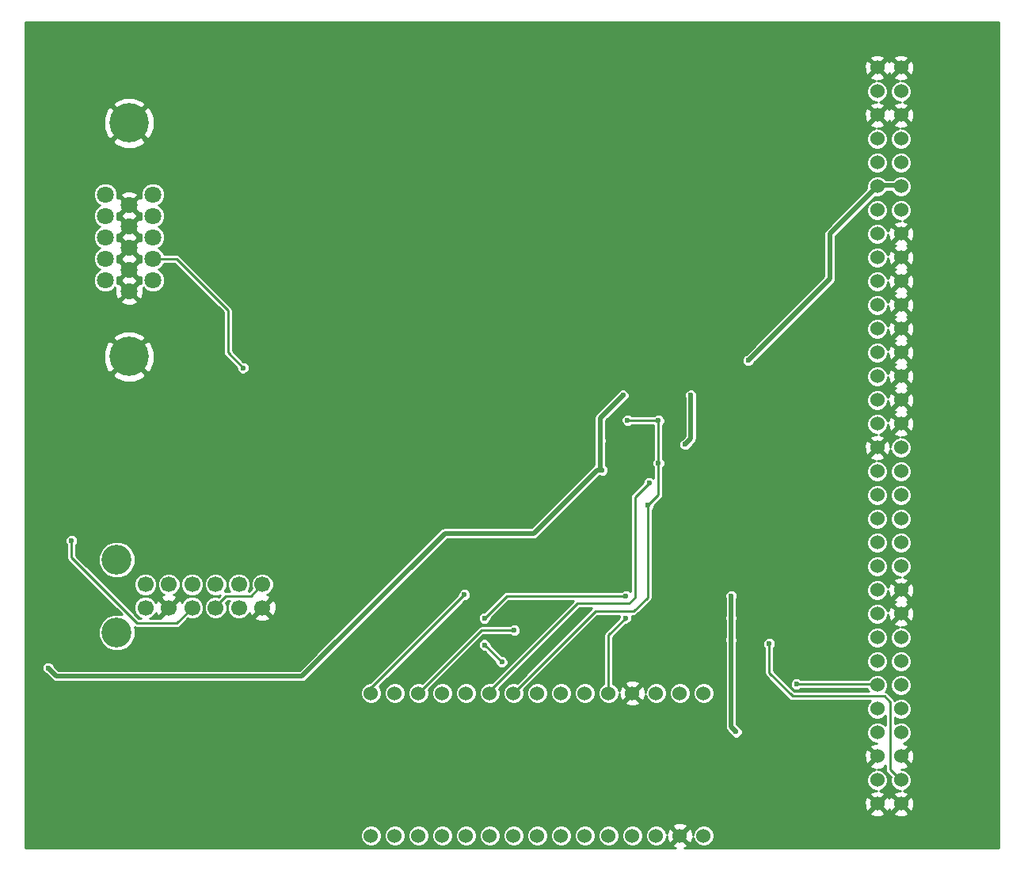
<source format=gbr>
G04 #@! TF.FileFunction,Copper,L2,Bot,Signal*
%FSLAX46Y46*%
G04 Gerber Fmt 4.6, Leading zero omitted, Abs format (unit mm)*
G04 Created by KiCad (PCBNEW 4.0.7-e2-6376~61~ubuntu18.04.1) date Sat Nov  7 22:51:51 2020*
%MOMM*%
%LPD*%
G01*
G04 APERTURE LIST*
%ADD10C,0.100000*%
%ADD11C,1.700000*%
%ADD12C,3.200000*%
%ADD13C,1.524000*%
%ADD14C,1.800000*%
%ADD15C,4.200000*%
%ADD16C,0.600000*%
%ADD17C,0.500000*%
%ADD18C,0.250000*%
%ADD19C,0.254000*%
G04 APERTURE END LIST*
D10*
D11*
X141790000Y-122470000D03*
X139290000Y-122470000D03*
X144290000Y-122470000D03*
X144290000Y-124970000D03*
X141790000Y-124970000D03*
X146790000Y-124970000D03*
X146790000Y-122470000D03*
X139290000Y-124970000D03*
X136790000Y-124970000D03*
X134290000Y-124970000D03*
X134290000Y-122470000D03*
X136790000Y-122470000D03*
D12*
X131240000Y-119820000D03*
X131240000Y-127620000D03*
D13*
X212547200Y-67183000D03*
X212547200Y-69723000D03*
X212547200Y-72263000D03*
X212547200Y-74803000D03*
X212547200Y-77343000D03*
X212547200Y-79883000D03*
X212547200Y-82423000D03*
X212547200Y-84963000D03*
X212547200Y-87503000D03*
X212547200Y-90043000D03*
X212547200Y-92583000D03*
X212547200Y-95123000D03*
X212547200Y-97663000D03*
X212547200Y-100203000D03*
X212547200Y-102743000D03*
X212547200Y-105283000D03*
X212547200Y-107823000D03*
X212547200Y-110363000D03*
X212547200Y-112903000D03*
X212547200Y-115443000D03*
X212547200Y-117983000D03*
X212547200Y-120523000D03*
X212547200Y-123063000D03*
X212547200Y-125603000D03*
X212547200Y-128143000D03*
X212547200Y-130683000D03*
X212547200Y-133223000D03*
X212547200Y-135763000D03*
X212547200Y-138303000D03*
X212547200Y-140843000D03*
X212547200Y-143383000D03*
X212547200Y-145923000D03*
X215087200Y-67183000D03*
X215087200Y-69723000D03*
X215087200Y-72263000D03*
X215087200Y-74803000D03*
X215087200Y-77343000D03*
X215087200Y-79883000D03*
X215087200Y-82423000D03*
X215087200Y-84963000D03*
X215087200Y-87503000D03*
X215087200Y-90043000D03*
X215087200Y-92583000D03*
X215087200Y-95123000D03*
X215087200Y-97663000D03*
X215087200Y-100203000D03*
X215087200Y-102743000D03*
X215087200Y-105283000D03*
X215087200Y-107823000D03*
X215087200Y-110363000D03*
X215087200Y-112903000D03*
X215087200Y-115443000D03*
X215087200Y-117983000D03*
X215087200Y-120523000D03*
X215087200Y-123063000D03*
X215087200Y-125603000D03*
X215087200Y-128143000D03*
X215087200Y-130683000D03*
X215087200Y-133223000D03*
X215087200Y-135763000D03*
X215087200Y-138303000D03*
X215087200Y-140843000D03*
X215087200Y-143383000D03*
X215087200Y-145923000D03*
X193967100Y-134112000D03*
X191427100Y-134112000D03*
X188887100Y-134112000D03*
X186347100Y-134112000D03*
X183807100Y-134112000D03*
X181267100Y-134112000D03*
X178727100Y-134112000D03*
X176187100Y-134112000D03*
X173647100Y-134112000D03*
X171107100Y-134112000D03*
X168567100Y-134112000D03*
X166027100Y-134112000D03*
X163487100Y-134112000D03*
X160947100Y-134112000D03*
X158407100Y-134112000D03*
X158407100Y-149352000D03*
X160947100Y-149352000D03*
X163487100Y-149352000D03*
X166027100Y-149352000D03*
X168567100Y-149352000D03*
X171107100Y-149352000D03*
X173647100Y-149352000D03*
X176187100Y-149352000D03*
X178727100Y-149352000D03*
X181267100Y-149352000D03*
X183807100Y-149352000D03*
X186347100Y-149352000D03*
X188887100Y-149352000D03*
X191427100Y-149352000D03*
X193967100Y-149352000D03*
D14*
X135090000Y-85356000D03*
X130010000Y-85356000D03*
X130010000Y-87647080D03*
X130010000Y-89938160D03*
X130010000Y-83064920D03*
X130010000Y-80773840D03*
X132550000Y-81927000D03*
X132550000Y-84218080D03*
X132550000Y-86509160D03*
X132550000Y-88800240D03*
X132550000Y-91091320D03*
X135090000Y-83064920D03*
X135090000Y-80773840D03*
X135090000Y-87647080D03*
X135090000Y-89938160D03*
D15*
X132550000Y-98101720D03*
X132550000Y-73118280D03*
D16*
X140100000Y-134950000D03*
X191750000Y-106650000D03*
X177850000Y-107600000D03*
X177800000Y-105300000D03*
X177800000Y-103050000D03*
X165506400Y-97307400D03*
X157632400Y-108102400D03*
X163525200Y-108737400D03*
X169138600Y-130111500D03*
X123900000Y-131400000D03*
X183100000Y-110250000D03*
X185350000Y-102250000D03*
X182900000Y-107100000D03*
X192000000Y-107500000D03*
X192600000Y-102250000D03*
X198755000Y-98501200D03*
X203911200Y-133146800D03*
X200990200Y-128803400D03*
X188000000Y-114000000D03*
X189150000Y-109500000D03*
X185850000Y-104900000D03*
X189150000Y-104950000D03*
X188150000Y-111600000D03*
X185648600Y-123698000D03*
X170535600Y-126085600D03*
X196875400Y-128397000D03*
X196900800Y-126060200D03*
X196926200Y-123723400D03*
X197446900Y-138239500D03*
X168402000Y-123571000D03*
X170535600Y-128930400D03*
X172389800Y-130759200D03*
X185623200Y-126060200D03*
X173710600Y-127381000D03*
X144740000Y-99300000D03*
X126400000Y-117800000D03*
D17*
X127800000Y-132270000D02*
X124770000Y-132270000D01*
X182560000Y-110250000D02*
X175800000Y-117010000D01*
X175800000Y-117010000D02*
X166310000Y-117010000D01*
X166310000Y-117010000D02*
X151050000Y-132270000D01*
X151050000Y-132270000D02*
X127800000Y-132270000D01*
X183100000Y-110250000D02*
X182560000Y-110250000D01*
X124770000Y-132270000D02*
X123900000Y-131400000D01*
X182900000Y-107100000D02*
X182900000Y-110050000D01*
X182900000Y-110050000D02*
X183100000Y-110250000D01*
X185350000Y-102250000D02*
X182900000Y-104700000D01*
X182900000Y-104700000D02*
X182900000Y-107100000D01*
X192000000Y-107500000D02*
X192600000Y-106900000D01*
X192600000Y-106900000D02*
X192600000Y-102250000D01*
X207467200Y-84963000D02*
X212547200Y-79883000D01*
X207467200Y-89789000D02*
X207467200Y-84963000D01*
X198755000Y-98501200D02*
X207467200Y-89789000D01*
X215011000Y-79819500D02*
X212598000Y-79819500D01*
D18*
X203911200Y-133146800D02*
X212471000Y-133146800D01*
X212471000Y-133146800D02*
X212547200Y-133223000D01*
X203923900Y-133159500D02*
X203911200Y-133146800D01*
X215087200Y-143383000D02*
X215036400Y-143383000D01*
X215036400Y-143383000D02*
X213893400Y-142240000D01*
X213893400Y-142240000D02*
X213893400Y-135026400D01*
X213893400Y-135026400D02*
X213283800Y-134416800D01*
X213283800Y-134416800D02*
X203479400Y-134416800D01*
X200990200Y-131927600D02*
X200990200Y-128803400D01*
X203479400Y-134416800D02*
X200990200Y-131927600D01*
X188000000Y-114000000D02*
X188000000Y-123850000D01*
X182409100Y-125350000D02*
X173647100Y-134112000D01*
X186500000Y-125350000D02*
X182409100Y-125350000D01*
X188000000Y-123850000D02*
X186500000Y-125350000D01*
X189150000Y-109500000D02*
X189150000Y-112850000D01*
X189150000Y-112850000D02*
X188000000Y-114000000D01*
X189150000Y-104950000D02*
X189150000Y-109500000D01*
X189100000Y-104900000D02*
X185850000Y-104900000D01*
X189150000Y-104950000D02*
X189100000Y-104900000D01*
X171107100Y-134112000D02*
X171107100Y-133892900D01*
X171107100Y-133892900D02*
X180500000Y-124500000D01*
X186650000Y-113100000D02*
X188150000Y-111600000D01*
X186650000Y-123850000D02*
X186650000Y-113100000D01*
X186000000Y-124500000D02*
X186650000Y-123850000D01*
X180500000Y-124500000D02*
X186000000Y-124500000D01*
X171107100Y-134112000D02*
X170865800Y-134112000D01*
X172923200Y-123698000D02*
X185648600Y-123698000D01*
X170535600Y-126085600D02*
X172923200Y-123698000D01*
D17*
X196875400Y-128397000D02*
X196900800Y-128397000D01*
X196900800Y-128397000D02*
X196875400Y-128397000D01*
X196875400Y-128397000D02*
X196900800Y-128397000D01*
X196926200Y-123723400D02*
X196900800Y-123723400D01*
X196900800Y-123723400D02*
X196900800Y-126060200D01*
X196900800Y-128397000D02*
X196900800Y-137693400D01*
X196900800Y-137693400D02*
X197446900Y-138239500D01*
X196900800Y-126060200D02*
X196900800Y-128397000D01*
D18*
X158407100Y-134112000D02*
X158407100Y-133565900D01*
X158407100Y-133565900D02*
X168402000Y-123571000D01*
X170561000Y-128930400D02*
X170535600Y-128930400D01*
X172389800Y-130759200D02*
X170561000Y-128930400D01*
X183807100Y-134112000D02*
X183807100Y-127876300D01*
X183807100Y-127876300D02*
X185623200Y-126060200D01*
X163487100Y-134112000D02*
X170218100Y-127381000D01*
X170218100Y-127381000D02*
X173710600Y-127381000D01*
X135090000Y-87647080D02*
X137597080Y-87647080D01*
X143100000Y-97660000D02*
X144740000Y-99300000D01*
X143100000Y-93150000D02*
X143100000Y-97660000D01*
X137597080Y-87647080D02*
X143100000Y-93150000D01*
X141790000Y-124970000D02*
X141790000Y-124810000D01*
X141790000Y-124810000D02*
X142900000Y-123700000D01*
X142900000Y-123700000D02*
X145560000Y-123700000D01*
X145560000Y-123700000D02*
X146790000Y-122470000D01*
X137660000Y-126600000D02*
X139290000Y-124970000D01*
X133400000Y-126600000D02*
X137660000Y-126600000D01*
X126400000Y-119600000D02*
X133400000Y-126600000D01*
X126400000Y-117800000D02*
X126400000Y-119600000D01*
X130010000Y-83064920D02*
X129615080Y-83064920D01*
D19*
G36*
X225540500Y-150674000D02*
X191917780Y-150674000D01*
X192158243Y-150574397D01*
X192227708Y-150332213D01*
X191427100Y-149531605D01*
X190626492Y-150332213D01*
X190695957Y-150574397D01*
X190975141Y-150674000D01*
X121487000Y-150674000D01*
X121487000Y-149578359D01*
X157263902Y-149578359D01*
X157437546Y-149998612D01*
X157758797Y-150320423D01*
X158178746Y-150494801D01*
X158633459Y-150495198D01*
X159053712Y-150321554D01*
X159375523Y-150000303D01*
X159549901Y-149580354D01*
X159549902Y-149578359D01*
X159803902Y-149578359D01*
X159977546Y-149998612D01*
X160298797Y-150320423D01*
X160718746Y-150494801D01*
X161173459Y-150495198D01*
X161593712Y-150321554D01*
X161915523Y-150000303D01*
X162089901Y-149580354D01*
X162089902Y-149578359D01*
X162343902Y-149578359D01*
X162517546Y-149998612D01*
X162838797Y-150320423D01*
X163258746Y-150494801D01*
X163713459Y-150495198D01*
X164133712Y-150321554D01*
X164455523Y-150000303D01*
X164629901Y-149580354D01*
X164629902Y-149578359D01*
X164883902Y-149578359D01*
X165057546Y-149998612D01*
X165378797Y-150320423D01*
X165798746Y-150494801D01*
X166253459Y-150495198D01*
X166673712Y-150321554D01*
X166995523Y-150000303D01*
X167169901Y-149580354D01*
X167169902Y-149578359D01*
X167423902Y-149578359D01*
X167597546Y-149998612D01*
X167918797Y-150320423D01*
X168338746Y-150494801D01*
X168793459Y-150495198D01*
X169213712Y-150321554D01*
X169535523Y-150000303D01*
X169709901Y-149580354D01*
X169709902Y-149578359D01*
X169963902Y-149578359D01*
X170137546Y-149998612D01*
X170458797Y-150320423D01*
X170878746Y-150494801D01*
X171333459Y-150495198D01*
X171753712Y-150321554D01*
X172075523Y-150000303D01*
X172249901Y-149580354D01*
X172249902Y-149578359D01*
X172503902Y-149578359D01*
X172677546Y-149998612D01*
X172998797Y-150320423D01*
X173418746Y-150494801D01*
X173873459Y-150495198D01*
X174293712Y-150321554D01*
X174615523Y-150000303D01*
X174789901Y-149580354D01*
X174789902Y-149578359D01*
X175043902Y-149578359D01*
X175217546Y-149998612D01*
X175538797Y-150320423D01*
X175958746Y-150494801D01*
X176413459Y-150495198D01*
X176833712Y-150321554D01*
X177155523Y-150000303D01*
X177329901Y-149580354D01*
X177329902Y-149578359D01*
X177583902Y-149578359D01*
X177757546Y-149998612D01*
X178078797Y-150320423D01*
X178498746Y-150494801D01*
X178953459Y-150495198D01*
X179373712Y-150321554D01*
X179695523Y-150000303D01*
X179869901Y-149580354D01*
X179869902Y-149578359D01*
X180123902Y-149578359D01*
X180297546Y-149998612D01*
X180618797Y-150320423D01*
X181038746Y-150494801D01*
X181493459Y-150495198D01*
X181913712Y-150321554D01*
X182235523Y-150000303D01*
X182409901Y-149580354D01*
X182409902Y-149578359D01*
X182663902Y-149578359D01*
X182837546Y-149998612D01*
X183158797Y-150320423D01*
X183578746Y-150494801D01*
X184033459Y-150495198D01*
X184453712Y-150321554D01*
X184775523Y-150000303D01*
X184949901Y-149580354D01*
X184949902Y-149578359D01*
X185203902Y-149578359D01*
X185377546Y-149998612D01*
X185698797Y-150320423D01*
X186118746Y-150494801D01*
X186573459Y-150495198D01*
X186993712Y-150321554D01*
X187315523Y-150000303D01*
X187489901Y-149580354D01*
X187489902Y-149578359D01*
X187743902Y-149578359D01*
X187917546Y-149998612D01*
X188238797Y-150320423D01*
X188658746Y-150494801D01*
X189113459Y-150495198D01*
X189533712Y-150321554D01*
X189855523Y-150000303D01*
X190029901Y-149580354D01*
X190030070Y-149386340D01*
X190045738Y-149699368D01*
X190204703Y-150083143D01*
X190446887Y-150152608D01*
X191247495Y-149352000D01*
X191606705Y-149352000D01*
X192407313Y-150152608D01*
X192649497Y-150083143D01*
X192826952Y-149585742D01*
X192997546Y-149998612D01*
X193318797Y-150320423D01*
X193738746Y-150494801D01*
X194193459Y-150495198D01*
X194613712Y-150321554D01*
X194935523Y-150000303D01*
X195109901Y-149580354D01*
X195110298Y-149125641D01*
X194936654Y-148705388D01*
X194615403Y-148383577D01*
X194195454Y-148209199D01*
X193740741Y-148208802D01*
X193320488Y-148382446D01*
X192998677Y-148703697D01*
X192824299Y-149123646D01*
X192824130Y-149317660D01*
X192808462Y-149004632D01*
X192649497Y-148620857D01*
X192407313Y-148551392D01*
X191606705Y-149352000D01*
X191247495Y-149352000D01*
X190446887Y-148551392D01*
X190204703Y-148620857D01*
X190027248Y-149118258D01*
X189856654Y-148705388D01*
X189535403Y-148383577D01*
X189507010Y-148371787D01*
X190626492Y-148371787D01*
X191427100Y-149172395D01*
X192227708Y-148371787D01*
X192158243Y-148129603D01*
X191634798Y-147942856D01*
X191079732Y-147970638D01*
X190695957Y-148129603D01*
X190626492Y-148371787D01*
X189507010Y-148371787D01*
X189115454Y-148209199D01*
X188660741Y-148208802D01*
X188240488Y-148382446D01*
X187918677Y-148703697D01*
X187744299Y-149123646D01*
X187743902Y-149578359D01*
X187489902Y-149578359D01*
X187490298Y-149125641D01*
X187316654Y-148705388D01*
X186995403Y-148383577D01*
X186575454Y-148209199D01*
X186120741Y-148208802D01*
X185700488Y-148382446D01*
X185378677Y-148703697D01*
X185204299Y-149123646D01*
X185203902Y-149578359D01*
X184949902Y-149578359D01*
X184950298Y-149125641D01*
X184776654Y-148705388D01*
X184455403Y-148383577D01*
X184035454Y-148209199D01*
X183580741Y-148208802D01*
X183160488Y-148382446D01*
X182838677Y-148703697D01*
X182664299Y-149123646D01*
X182663902Y-149578359D01*
X182409902Y-149578359D01*
X182410298Y-149125641D01*
X182236654Y-148705388D01*
X181915403Y-148383577D01*
X181495454Y-148209199D01*
X181040741Y-148208802D01*
X180620488Y-148382446D01*
X180298677Y-148703697D01*
X180124299Y-149123646D01*
X180123902Y-149578359D01*
X179869902Y-149578359D01*
X179870298Y-149125641D01*
X179696654Y-148705388D01*
X179375403Y-148383577D01*
X178955454Y-148209199D01*
X178500741Y-148208802D01*
X178080488Y-148382446D01*
X177758677Y-148703697D01*
X177584299Y-149123646D01*
X177583902Y-149578359D01*
X177329902Y-149578359D01*
X177330298Y-149125641D01*
X177156654Y-148705388D01*
X176835403Y-148383577D01*
X176415454Y-148209199D01*
X175960741Y-148208802D01*
X175540488Y-148382446D01*
X175218677Y-148703697D01*
X175044299Y-149123646D01*
X175043902Y-149578359D01*
X174789902Y-149578359D01*
X174790298Y-149125641D01*
X174616654Y-148705388D01*
X174295403Y-148383577D01*
X173875454Y-148209199D01*
X173420741Y-148208802D01*
X173000488Y-148382446D01*
X172678677Y-148703697D01*
X172504299Y-149123646D01*
X172503902Y-149578359D01*
X172249902Y-149578359D01*
X172250298Y-149125641D01*
X172076654Y-148705388D01*
X171755403Y-148383577D01*
X171335454Y-148209199D01*
X170880741Y-148208802D01*
X170460488Y-148382446D01*
X170138677Y-148703697D01*
X169964299Y-149123646D01*
X169963902Y-149578359D01*
X169709902Y-149578359D01*
X169710298Y-149125641D01*
X169536654Y-148705388D01*
X169215403Y-148383577D01*
X168795454Y-148209199D01*
X168340741Y-148208802D01*
X167920488Y-148382446D01*
X167598677Y-148703697D01*
X167424299Y-149123646D01*
X167423902Y-149578359D01*
X167169902Y-149578359D01*
X167170298Y-149125641D01*
X166996654Y-148705388D01*
X166675403Y-148383577D01*
X166255454Y-148209199D01*
X165800741Y-148208802D01*
X165380488Y-148382446D01*
X165058677Y-148703697D01*
X164884299Y-149123646D01*
X164883902Y-149578359D01*
X164629902Y-149578359D01*
X164630298Y-149125641D01*
X164456654Y-148705388D01*
X164135403Y-148383577D01*
X163715454Y-148209199D01*
X163260741Y-148208802D01*
X162840488Y-148382446D01*
X162518677Y-148703697D01*
X162344299Y-149123646D01*
X162343902Y-149578359D01*
X162089902Y-149578359D01*
X162090298Y-149125641D01*
X161916654Y-148705388D01*
X161595403Y-148383577D01*
X161175454Y-148209199D01*
X160720741Y-148208802D01*
X160300488Y-148382446D01*
X159978677Y-148703697D01*
X159804299Y-149123646D01*
X159803902Y-149578359D01*
X159549902Y-149578359D01*
X159550298Y-149125641D01*
X159376654Y-148705388D01*
X159055403Y-148383577D01*
X158635454Y-148209199D01*
X158180741Y-148208802D01*
X157760488Y-148382446D01*
X157438677Y-148703697D01*
X157264299Y-149123646D01*
X157263902Y-149578359D01*
X121487000Y-149578359D01*
X121487000Y-146903213D01*
X211746592Y-146903213D01*
X211816057Y-147145397D01*
X212339502Y-147332144D01*
X212894568Y-147304362D01*
X213278343Y-147145397D01*
X213347808Y-146903213D01*
X214286592Y-146903213D01*
X214356057Y-147145397D01*
X214879502Y-147332144D01*
X215434568Y-147304362D01*
X215818343Y-147145397D01*
X215887808Y-146903213D01*
X215087200Y-146102605D01*
X214286592Y-146903213D01*
X213347808Y-146903213D01*
X212547200Y-146102605D01*
X211746592Y-146903213D01*
X121487000Y-146903213D01*
X121487000Y-145715302D01*
X211138056Y-145715302D01*
X211165838Y-146270368D01*
X211324803Y-146654143D01*
X211566987Y-146723608D01*
X212367595Y-145923000D01*
X212726805Y-145923000D01*
X213527413Y-146723608D01*
X213769597Y-146654143D01*
X213813653Y-146530656D01*
X213864803Y-146654143D01*
X214106987Y-146723608D01*
X214907595Y-145923000D01*
X215266805Y-145923000D01*
X216067413Y-146723608D01*
X216309597Y-146654143D01*
X216496344Y-146130698D01*
X216468562Y-145575632D01*
X216309597Y-145191857D01*
X216067413Y-145122392D01*
X215266805Y-145923000D01*
X214907595Y-145923000D01*
X214106987Y-145122392D01*
X213864803Y-145191857D01*
X213820747Y-145315344D01*
X213769597Y-145191857D01*
X213527413Y-145122392D01*
X212726805Y-145923000D01*
X212367595Y-145923000D01*
X211566987Y-145122392D01*
X211324803Y-145191857D01*
X211138056Y-145715302D01*
X121487000Y-145715302D01*
X121487000Y-140635302D01*
X211138056Y-140635302D01*
X211165838Y-141190368D01*
X211324803Y-141574143D01*
X211566987Y-141643608D01*
X212367595Y-140843000D01*
X211566987Y-140042392D01*
X211324803Y-140111857D01*
X211138056Y-140635302D01*
X121487000Y-140635302D01*
X121487000Y-134338359D01*
X157263902Y-134338359D01*
X157437546Y-134758612D01*
X157758797Y-135080423D01*
X158178746Y-135254801D01*
X158633459Y-135255198D01*
X159053712Y-135081554D01*
X159375523Y-134760303D01*
X159549901Y-134340354D01*
X159549902Y-134338359D01*
X159803902Y-134338359D01*
X159977546Y-134758612D01*
X160298797Y-135080423D01*
X160718746Y-135254801D01*
X161173459Y-135255198D01*
X161593712Y-135081554D01*
X161915523Y-134760303D01*
X162089901Y-134340354D01*
X162089902Y-134338359D01*
X162343902Y-134338359D01*
X162517546Y-134758612D01*
X162838797Y-135080423D01*
X163258746Y-135254801D01*
X163713459Y-135255198D01*
X164133712Y-135081554D01*
X164455523Y-134760303D01*
X164629901Y-134340354D01*
X164629902Y-134338359D01*
X164883902Y-134338359D01*
X165057546Y-134758612D01*
X165378797Y-135080423D01*
X165798746Y-135254801D01*
X166253459Y-135255198D01*
X166673712Y-135081554D01*
X166995523Y-134760303D01*
X167169901Y-134340354D01*
X167169902Y-134338359D01*
X167423902Y-134338359D01*
X167597546Y-134758612D01*
X167918797Y-135080423D01*
X168338746Y-135254801D01*
X168793459Y-135255198D01*
X169213712Y-135081554D01*
X169535523Y-134760303D01*
X169709901Y-134340354D01*
X169710298Y-133885641D01*
X169536654Y-133465388D01*
X169215403Y-133143577D01*
X168795454Y-132969199D01*
X168340741Y-132968802D01*
X167920488Y-133142446D01*
X167598677Y-133463697D01*
X167424299Y-133883646D01*
X167423902Y-134338359D01*
X167169902Y-134338359D01*
X167170298Y-133885641D01*
X166996654Y-133465388D01*
X166675403Y-133143577D01*
X166255454Y-132969199D01*
X165800741Y-132968802D01*
X165380488Y-133142446D01*
X165058677Y-133463697D01*
X164884299Y-133883646D01*
X164883902Y-134338359D01*
X164629902Y-134338359D01*
X164630298Y-133885641D01*
X164571457Y-133743235D01*
X169249427Y-129065265D01*
X169854482Y-129065265D01*
X169957939Y-129315652D01*
X170149341Y-129507387D01*
X170399546Y-129611282D01*
X170526401Y-129611393D01*
X171708769Y-130793761D01*
X171708682Y-130894065D01*
X171812139Y-131144452D01*
X172003541Y-131336187D01*
X172253746Y-131440082D01*
X172524665Y-131440318D01*
X172775052Y-131336861D01*
X172966787Y-131145459D01*
X173070682Y-130895254D01*
X173070918Y-130624335D01*
X172967461Y-130373948D01*
X172776059Y-130182213D01*
X172525854Y-130078318D01*
X172424422Y-130078230D01*
X171216653Y-128870461D01*
X171216718Y-128795535D01*
X171113261Y-128545148D01*
X170921859Y-128353413D01*
X170671654Y-128249518D01*
X170400735Y-128249282D01*
X170150348Y-128352739D01*
X169958613Y-128544141D01*
X169854718Y-128794346D01*
X169854482Y-129065265D01*
X169249427Y-129065265D01*
X170427692Y-127887000D01*
X173253477Y-127887000D01*
X173324341Y-127957987D01*
X173574546Y-128061882D01*
X173845465Y-128062118D01*
X174095852Y-127958661D01*
X174287587Y-127767259D01*
X174391482Y-127517054D01*
X174391718Y-127246135D01*
X174288261Y-126995748D01*
X174096859Y-126804013D01*
X173846654Y-126700118D01*
X173575735Y-126699882D01*
X173325348Y-126803339D01*
X173253562Y-126875000D01*
X170218100Y-126875000D01*
X170024462Y-126913517D01*
X169860304Y-127023204D01*
X163855964Y-133027544D01*
X163715454Y-132969199D01*
X163260741Y-132968802D01*
X162840488Y-133142446D01*
X162518677Y-133463697D01*
X162344299Y-133883646D01*
X162343902Y-134338359D01*
X162089902Y-134338359D01*
X162090298Y-133885641D01*
X161916654Y-133465388D01*
X161595403Y-133143577D01*
X161175454Y-132969199D01*
X160720741Y-132968802D01*
X160300488Y-133142446D01*
X159978677Y-133463697D01*
X159804299Y-133883646D01*
X159803902Y-134338359D01*
X159549902Y-134338359D01*
X159550298Y-133885641D01*
X159376654Y-133465388D01*
X159299996Y-133388596D01*
X166468127Y-126220465D01*
X169854482Y-126220465D01*
X169957939Y-126470852D01*
X170149341Y-126662587D01*
X170399546Y-126766482D01*
X170670465Y-126766718D01*
X170920852Y-126663261D01*
X171112587Y-126471859D01*
X171216482Y-126221654D01*
X171216570Y-126120222D01*
X173132792Y-124204000D01*
X180080408Y-124204000D01*
X171315227Y-132969181D01*
X170880741Y-132968802D01*
X170460488Y-133142446D01*
X170138677Y-133463697D01*
X169964299Y-133883646D01*
X169963902Y-134338359D01*
X170137546Y-134758612D01*
X170458797Y-135080423D01*
X170878746Y-135254801D01*
X171333459Y-135255198D01*
X171753712Y-135081554D01*
X172075523Y-134760303D01*
X172249901Y-134340354D01*
X172250298Y-133885641D01*
X172127397Y-133588195D01*
X180709592Y-125006000D01*
X182037508Y-125006000D01*
X174015964Y-133027544D01*
X173875454Y-132969199D01*
X173420741Y-132968802D01*
X173000488Y-133142446D01*
X172678677Y-133463697D01*
X172504299Y-133883646D01*
X172503902Y-134338359D01*
X172677546Y-134758612D01*
X172998797Y-135080423D01*
X173418746Y-135254801D01*
X173873459Y-135255198D01*
X174293712Y-135081554D01*
X174615523Y-134760303D01*
X174789901Y-134340354D01*
X174789902Y-134338359D01*
X175043902Y-134338359D01*
X175217546Y-134758612D01*
X175538797Y-135080423D01*
X175958746Y-135254801D01*
X176413459Y-135255198D01*
X176833712Y-135081554D01*
X177155523Y-134760303D01*
X177329901Y-134340354D01*
X177329902Y-134338359D01*
X177583902Y-134338359D01*
X177757546Y-134758612D01*
X178078797Y-135080423D01*
X178498746Y-135254801D01*
X178953459Y-135255198D01*
X179373712Y-135081554D01*
X179695523Y-134760303D01*
X179869901Y-134340354D01*
X179869902Y-134338359D01*
X180123902Y-134338359D01*
X180297546Y-134758612D01*
X180618797Y-135080423D01*
X181038746Y-135254801D01*
X181493459Y-135255198D01*
X181913712Y-135081554D01*
X182235523Y-134760303D01*
X182409901Y-134340354D01*
X182410298Y-133885641D01*
X182236654Y-133465388D01*
X181915403Y-133143577D01*
X181495454Y-132969199D01*
X181040741Y-132968802D01*
X180620488Y-133142446D01*
X180298677Y-133463697D01*
X180124299Y-133883646D01*
X180123902Y-134338359D01*
X179869902Y-134338359D01*
X179870298Y-133885641D01*
X179696654Y-133465388D01*
X179375403Y-133143577D01*
X178955454Y-132969199D01*
X178500741Y-132968802D01*
X178080488Y-133142446D01*
X177758677Y-133463697D01*
X177584299Y-133883646D01*
X177583902Y-134338359D01*
X177329902Y-134338359D01*
X177330298Y-133885641D01*
X177156654Y-133465388D01*
X176835403Y-133143577D01*
X176415454Y-132969199D01*
X175960741Y-132968802D01*
X175540488Y-133142446D01*
X175218677Y-133463697D01*
X175044299Y-133883646D01*
X175043902Y-134338359D01*
X174789902Y-134338359D01*
X174790298Y-133885641D01*
X174731457Y-133743235D01*
X182618692Y-125856000D01*
X184970615Y-125856000D01*
X184942318Y-125924146D01*
X184942230Y-126025578D01*
X183449304Y-127518504D01*
X183339617Y-127682662D01*
X183301100Y-127876300D01*
X183301100Y-133084347D01*
X183160488Y-133142446D01*
X182838677Y-133463697D01*
X182664299Y-133883646D01*
X182663902Y-134338359D01*
X182837546Y-134758612D01*
X183158797Y-135080423D01*
X183578746Y-135254801D01*
X184033459Y-135255198D01*
X184427915Y-135092213D01*
X185546492Y-135092213D01*
X185615957Y-135334397D01*
X186139402Y-135521144D01*
X186694468Y-135493362D01*
X187078243Y-135334397D01*
X187147708Y-135092213D01*
X186347100Y-134291605D01*
X185546492Y-135092213D01*
X184427915Y-135092213D01*
X184453712Y-135081554D01*
X184775523Y-134760303D01*
X184949901Y-134340354D01*
X184950070Y-134146340D01*
X184965738Y-134459368D01*
X185124703Y-134843143D01*
X185366887Y-134912608D01*
X186167495Y-134112000D01*
X186526705Y-134112000D01*
X187327313Y-134912608D01*
X187569497Y-134843143D01*
X187746952Y-134345742D01*
X187917546Y-134758612D01*
X188238797Y-135080423D01*
X188658746Y-135254801D01*
X189113459Y-135255198D01*
X189533712Y-135081554D01*
X189855523Y-134760303D01*
X190029901Y-134340354D01*
X190029902Y-134338359D01*
X190283902Y-134338359D01*
X190457546Y-134758612D01*
X190778797Y-135080423D01*
X191198746Y-135254801D01*
X191653459Y-135255198D01*
X192073712Y-135081554D01*
X192395523Y-134760303D01*
X192569901Y-134340354D01*
X192569902Y-134338359D01*
X192823902Y-134338359D01*
X192997546Y-134758612D01*
X193318797Y-135080423D01*
X193738746Y-135254801D01*
X194193459Y-135255198D01*
X194613712Y-135081554D01*
X194935523Y-134760303D01*
X195109901Y-134340354D01*
X195110298Y-133885641D01*
X194936654Y-133465388D01*
X194615403Y-133143577D01*
X194195454Y-132969199D01*
X193740741Y-132968802D01*
X193320488Y-133142446D01*
X192998677Y-133463697D01*
X192824299Y-133883646D01*
X192823902Y-134338359D01*
X192569902Y-134338359D01*
X192570298Y-133885641D01*
X192396654Y-133465388D01*
X192075403Y-133143577D01*
X191655454Y-132969199D01*
X191200741Y-132968802D01*
X190780488Y-133142446D01*
X190458677Y-133463697D01*
X190284299Y-133883646D01*
X190283902Y-134338359D01*
X190029902Y-134338359D01*
X190030298Y-133885641D01*
X189856654Y-133465388D01*
X189535403Y-133143577D01*
X189115454Y-132969199D01*
X188660741Y-132968802D01*
X188240488Y-133142446D01*
X187918677Y-133463697D01*
X187744299Y-133883646D01*
X187744130Y-134077660D01*
X187728462Y-133764632D01*
X187569497Y-133380857D01*
X187327313Y-133311392D01*
X186526705Y-134112000D01*
X186167495Y-134112000D01*
X185366887Y-133311392D01*
X185124703Y-133380857D01*
X184947248Y-133878258D01*
X184776654Y-133465388D01*
X184455403Y-133143577D01*
X184427010Y-133131787D01*
X185546492Y-133131787D01*
X186347100Y-133932395D01*
X187147708Y-133131787D01*
X187078243Y-132889603D01*
X186554798Y-132702856D01*
X185999732Y-132730638D01*
X185615957Y-132889603D01*
X185546492Y-133131787D01*
X184427010Y-133131787D01*
X184313100Y-133084488D01*
X184313100Y-128531865D01*
X196194282Y-128531865D01*
X196269800Y-128714634D01*
X196269800Y-137693400D01*
X196301795Y-137854248D01*
X196317832Y-137934873D01*
X196454616Y-138139584D01*
X196819567Y-138504535D01*
X196869239Y-138624752D01*
X197060641Y-138816487D01*
X197310846Y-138920382D01*
X197581765Y-138920618D01*
X197832152Y-138817161D01*
X198023887Y-138625759D01*
X198127782Y-138375554D01*
X198128018Y-138104635D01*
X198024561Y-137854248D01*
X197833159Y-137662513D01*
X197711950Y-137612182D01*
X197531800Y-137432032D01*
X197531800Y-128938265D01*
X200309082Y-128938265D01*
X200412539Y-129188652D01*
X200484200Y-129260438D01*
X200484200Y-131927600D01*
X200522717Y-132121238D01*
X200632404Y-132285396D01*
X203121604Y-134774596D01*
X203285762Y-134884283D01*
X203479400Y-134922800D01*
X211771009Y-134922800D01*
X211578777Y-135114697D01*
X211404399Y-135534646D01*
X211404002Y-135989359D01*
X211577646Y-136409612D01*
X211898897Y-136731423D01*
X212318846Y-136905801D01*
X212773559Y-136906198D01*
X213193812Y-136732554D01*
X213387400Y-136539303D01*
X213387400Y-137526809D01*
X213195503Y-137334577D01*
X212775554Y-137160199D01*
X212320841Y-137159802D01*
X211900588Y-137333446D01*
X211578777Y-137654697D01*
X211404399Y-138074646D01*
X211404002Y-138529359D01*
X211577646Y-138949612D01*
X211898897Y-139271423D01*
X212318846Y-139445801D01*
X212512860Y-139445970D01*
X212199832Y-139461638D01*
X211816057Y-139620603D01*
X211746592Y-139862787D01*
X212547200Y-140663395D01*
X212561343Y-140649253D01*
X212740948Y-140828858D01*
X212726805Y-140843000D01*
X212740948Y-140857143D01*
X212561343Y-141036748D01*
X212547200Y-141022605D01*
X211746592Y-141823213D01*
X211816057Y-142065397D01*
X212313458Y-142242852D01*
X211900588Y-142413446D01*
X211578777Y-142734697D01*
X211404399Y-143154646D01*
X211404002Y-143609359D01*
X211577646Y-144029612D01*
X211898897Y-144351423D01*
X212318846Y-144525801D01*
X212512860Y-144525970D01*
X212199832Y-144541638D01*
X211816057Y-144700603D01*
X211746592Y-144942787D01*
X212547200Y-145743395D01*
X213347808Y-144942787D01*
X213278343Y-144700603D01*
X212780942Y-144523148D01*
X213193812Y-144352554D01*
X213515623Y-144031303D01*
X213690001Y-143611354D01*
X213690398Y-143156641D01*
X213516754Y-142736388D01*
X213195503Y-142414577D01*
X212775554Y-142240199D01*
X212581540Y-142240030D01*
X212894568Y-142224362D01*
X213278343Y-142065397D01*
X213347807Y-141823215D01*
X213387400Y-141862808D01*
X213387400Y-142240000D01*
X213425917Y-142433638D01*
X213535604Y-142597796D01*
X213987839Y-143050031D01*
X213944399Y-143154646D01*
X213944002Y-143609359D01*
X214117646Y-144029612D01*
X214438897Y-144351423D01*
X214858846Y-144525801D01*
X215052860Y-144525970D01*
X214739832Y-144541638D01*
X214356057Y-144700603D01*
X214286592Y-144942787D01*
X215087200Y-145743395D01*
X215887808Y-144942787D01*
X215818343Y-144700603D01*
X215320942Y-144523148D01*
X215733812Y-144352554D01*
X216055623Y-144031303D01*
X216230001Y-143611354D01*
X216230398Y-143156641D01*
X216056754Y-142736388D01*
X215735503Y-142414577D01*
X215315554Y-142240199D01*
X215121540Y-142240030D01*
X215434568Y-142224362D01*
X215818343Y-142065397D01*
X215887808Y-141823213D01*
X215087200Y-141022605D01*
X215073058Y-141036748D01*
X214893453Y-140857143D01*
X214907595Y-140843000D01*
X215266805Y-140843000D01*
X216067413Y-141643608D01*
X216309597Y-141574143D01*
X216496344Y-141050698D01*
X216468562Y-140495632D01*
X216309597Y-140111857D01*
X216067413Y-140042392D01*
X215266805Y-140843000D01*
X214907595Y-140843000D01*
X214893453Y-140828858D01*
X215073058Y-140649253D01*
X215087200Y-140663395D01*
X215887808Y-139862787D01*
X215818343Y-139620603D01*
X215320942Y-139443148D01*
X215733812Y-139272554D01*
X216055623Y-138951303D01*
X216230001Y-138531354D01*
X216230398Y-138076641D01*
X216056754Y-137656388D01*
X215735503Y-137334577D01*
X215315554Y-137160199D01*
X214860841Y-137159802D01*
X214440588Y-137333446D01*
X214399400Y-137374562D01*
X214399400Y-136691857D01*
X214438897Y-136731423D01*
X214858846Y-136905801D01*
X215313559Y-136906198D01*
X215733812Y-136732554D01*
X216055623Y-136411303D01*
X216230001Y-135991354D01*
X216230398Y-135536641D01*
X216056754Y-135116388D01*
X215735503Y-134794577D01*
X215315554Y-134620199D01*
X214860841Y-134619802D01*
X214440588Y-134793446D01*
X214367563Y-134866344D01*
X214360883Y-134832762D01*
X214251196Y-134668604D01*
X213641596Y-134059004D01*
X213477438Y-133949317D01*
X213444113Y-133942688D01*
X213515623Y-133871303D01*
X213690001Y-133451354D01*
X213690002Y-133449359D01*
X213944002Y-133449359D01*
X214117646Y-133869612D01*
X214438897Y-134191423D01*
X214858846Y-134365801D01*
X215313559Y-134366198D01*
X215733812Y-134192554D01*
X216055623Y-133871303D01*
X216230001Y-133451354D01*
X216230398Y-132996641D01*
X216056754Y-132576388D01*
X215735503Y-132254577D01*
X215315554Y-132080199D01*
X214860841Y-132079802D01*
X214440588Y-132253446D01*
X214118777Y-132574697D01*
X213944399Y-132994646D01*
X213944002Y-133449359D01*
X213690002Y-133449359D01*
X213690398Y-132996641D01*
X213516754Y-132576388D01*
X213195503Y-132254577D01*
X212775554Y-132080199D01*
X212320841Y-132079802D01*
X211900588Y-132253446D01*
X211578777Y-132574697D01*
X211551329Y-132640800D01*
X204368323Y-132640800D01*
X204297459Y-132569813D01*
X204047254Y-132465918D01*
X203776335Y-132465682D01*
X203525948Y-132569139D01*
X203334213Y-132760541D01*
X203230318Y-133010746D01*
X203230082Y-133281665D01*
X203333539Y-133532052D01*
X203524941Y-133723787D01*
X203775146Y-133827682D01*
X204046065Y-133827918D01*
X204296452Y-133724461D01*
X204368238Y-133652800D01*
X211488062Y-133652800D01*
X211577646Y-133869612D01*
X211618762Y-133910800D01*
X203688992Y-133910800D01*
X201496200Y-131718008D01*
X201496200Y-130909359D01*
X211404002Y-130909359D01*
X211577646Y-131329612D01*
X211898897Y-131651423D01*
X212318846Y-131825801D01*
X212773559Y-131826198D01*
X213193812Y-131652554D01*
X213515623Y-131331303D01*
X213690001Y-130911354D01*
X213690002Y-130909359D01*
X213944002Y-130909359D01*
X214117646Y-131329612D01*
X214438897Y-131651423D01*
X214858846Y-131825801D01*
X215313559Y-131826198D01*
X215733812Y-131652554D01*
X216055623Y-131331303D01*
X216230001Y-130911354D01*
X216230398Y-130456641D01*
X216056754Y-130036388D01*
X215735503Y-129714577D01*
X215315554Y-129540199D01*
X214860841Y-129539802D01*
X214440588Y-129713446D01*
X214118777Y-130034697D01*
X213944399Y-130454646D01*
X213944002Y-130909359D01*
X213690002Y-130909359D01*
X213690398Y-130456641D01*
X213516754Y-130036388D01*
X213195503Y-129714577D01*
X212775554Y-129540199D01*
X212320841Y-129539802D01*
X211900588Y-129713446D01*
X211578777Y-130034697D01*
X211404399Y-130454646D01*
X211404002Y-130909359D01*
X201496200Y-130909359D01*
X201496200Y-129260523D01*
X201567187Y-129189659D01*
X201671082Y-128939454D01*
X201671318Y-128668535D01*
X201567861Y-128418148D01*
X201519157Y-128369359D01*
X211404002Y-128369359D01*
X211577646Y-128789612D01*
X211898897Y-129111423D01*
X212318846Y-129285801D01*
X212773559Y-129286198D01*
X213193812Y-129112554D01*
X213515623Y-128791303D01*
X213690001Y-128371354D01*
X213690002Y-128369359D01*
X213944002Y-128369359D01*
X214117646Y-128789612D01*
X214438897Y-129111423D01*
X214858846Y-129285801D01*
X215313559Y-129286198D01*
X215733812Y-129112554D01*
X216055623Y-128791303D01*
X216230001Y-128371354D01*
X216230398Y-127916641D01*
X216056754Y-127496388D01*
X215735503Y-127174577D01*
X215315554Y-127000199D01*
X215121540Y-127000030D01*
X215434568Y-126984362D01*
X215818343Y-126825397D01*
X215887808Y-126583213D01*
X215087200Y-125782605D01*
X214286592Y-126583213D01*
X214356057Y-126825397D01*
X214853458Y-127002852D01*
X214440588Y-127173446D01*
X214118777Y-127494697D01*
X213944399Y-127914646D01*
X213944002Y-128369359D01*
X213690002Y-128369359D01*
X213690398Y-127916641D01*
X213516754Y-127496388D01*
X213195503Y-127174577D01*
X212775554Y-127000199D01*
X212320841Y-126999802D01*
X211900588Y-127173446D01*
X211578777Y-127494697D01*
X211404399Y-127914646D01*
X211404002Y-128369359D01*
X201519157Y-128369359D01*
X201376459Y-128226413D01*
X201126254Y-128122518D01*
X200855335Y-128122282D01*
X200604948Y-128225739D01*
X200413213Y-128417141D01*
X200309318Y-128667346D01*
X200309082Y-128938265D01*
X197531800Y-128938265D01*
X197531800Y-128592013D01*
X197556282Y-128533054D01*
X197556518Y-128262135D01*
X197531800Y-128202312D01*
X197531800Y-126316382D01*
X197581682Y-126196254D01*
X197581918Y-125925335D01*
X197542262Y-125829359D01*
X211404002Y-125829359D01*
X211577646Y-126249612D01*
X211898897Y-126571423D01*
X212318846Y-126745801D01*
X212773559Y-126746198D01*
X213193812Y-126572554D01*
X213515623Y-126251303D01*
X213690001Y-125831354D01*
X213690170Y-125637340D01*
X213705838Y-125950368D01*
X213864803Y-126334143D01*
X214106987Y-126403608D01*
X214907595Y-125603000D01*
X215266805Y-125603000D01*
X216067413Y-126403608D01*
X216309597Y-126334143D01*
X216496344Y-125810698D01*
X216468562Y-125255632D01*
X216309597Y-124871857D01*
X216067413Y-124802392D01*
X215266805Y-125603000D01*
X214907595Y-125603000D01*
X214106987Y-124802392D01*
X213864803Y-124871857D01*
X213687348Y-125369258D01*
X213516754Y-124956388D01*
X213195503Y-124634577D01*
X212775554Y-124460199D01*
X212320841Y-124459802D01*
X211900588Y-124633446D01*
X211578777Y-124954697D01*
X211404399Y-125374646D01*
X211404002Y-125829359D01*
X197542262Y-125829359D01*
X197531800Y-125804039D01*
X197531800Y-124040752D01*
X197607082Y-123859454D01*
X197607318Y-123588535D01*
X197503861Y-123338148D01*
X197455157Y-123289359D01*
X211404002Y-123289359D01*
X211577646Y-123709612D01*
X211898897Y-124031423D01*
X212318846Y-124205801D01*
X212773559Y-124206198D01*
X213168015Y-124043213D01*
X214286592Y-124043213D01*
X214356057Y-124285397D01*
X214479544Y-124329453D01*
X214356057Y-124380603D01*
X214286592Y-124622787D01*
X215087200Y-125423395D01*
X215887808Y-124622787D01*
X215818343Y-124380603D01*
X215694856Y-124336547D01*
X215818343Y-124285397D01*
X215887808Y-124043213D01*
X215087200Y-123242605D01*
X214286592Y-124043213D01*
X213168015Y-124043213D01*
X213193812Y-124032554D01*
X213515623Y-123711303D01*
X213690001Y-123291354D01*
X213690170Y-123097340D01*
X213705838Y-123410368D01*
X213864803Y-123794143D01*
X214106987Y-123863608D01*
X214907595Y-123063000D01*
X215266805Y-123063000D01*
X216067413Y-123863608D01*
X216309597Y-123794143D01*
X216496344Y-123270698D01*
X216468562Y-122715632D01*
X216309597Y-122331857D01*
X216067413Y-122262392D01*
X215266805Y-123063000D01*
X214907595Y-123063000D01*
X214106987Y-122262392D01*
X213864803Y-122331857D01*
X213687348Y-122829258D01*
X213516754Y-122416388D01*
X213195503Y-122094577D01*
X212775554Y-121920199D01*
X212320841Y-121919802D01*
X211900588Y-122093446D01*
X211578777Y-122414697D01*
X211404399Y-122834646D01*
X211404002Y-123289359D01*
X197455157Y-123289359D01*
X197312459Y-123146413D01*
X197062254Y-123042518D01*
X196791335Y-123042282D01*
X196540948Y-123145739D01*
X196349213Y-123337141D01*
X196245318Y-123587346D01*
X196245082Y-123858265D01*
X196269800Y-123918088D01*
X196269800Y-125804018D01*
X196219918Y-125924146D01*
X196219682Y-126195065D01*
X196269800Y-126316361D01*
X196269800Y-128079648D01*
X196194518Y-128260946D01*
X196194282Y-128531865D01*
X184313100Y-128531865D01*
X184313100Y-128085892D01*
X185657761Y-126741231D01*
X185758065Y-126741318D01*
X186008452Y-126637861D01*
X186200187Y-126446459D01*
X186304082Y-126196254D01*
X186304318Y-125925335D01*
X186275670Y-125856000D01*
X186500000Y-125856000D01*
X186693638Y-125817483D01*
X186857796Y-125707796D01*
X188357796Y-124207796D01*
X188467483Y-124043638D01*
X188506000Y-123850000D01*
X188506000Y-120749359D01*
X211404002Y-120749359D01*
X211577646Y-121169612D01*
X211898897Y-121491423D01*
X212318846Y-121665801D01*
X212773559Y-121666198D01*
X213193812Y-121492554D01*
X213515623Y-121171303D01*
X213690001Y-120751354D01*
X213690002Y-120749359D01*
X213944002Y-120749359D01*
X214117646Y-121169612D01*
X214438897Y-121491423D01*
X214858846Y-121665801D01*
X215052860Y-121665970D01*
X214739832Y-121681638D01*
X214356057Y-121840603D01*
X214286592Y-122082787D01*
X215087200Y-122883395D01*
X215887808Y-122082787D01*
X215818343Y-121840603D01*
X215320942Y-121663148D01*
X215733812Y-121492554D01*
X216055623Y-121171303D01*
X216230001Y-120751354D01*
X216230398Y-120296641D01*
X216056754Y-119876388D01*
X215735503Y-119554577D01*
X215315554Y-119380199D01*
X214860841Y-119379802D01*
X214440588Y-119553446D01*
X214118777Y-119874697D01*
X213944399Y-120294646D01*
X213944002Y-120749359D01*
X213690002Y-120749359D01*
X213690398Y-120296641D01*
X213516754Y-119876388D01*
X213195503Y-119554577D01*
X212775554Y-119380199D01*
X212320841Y-119379802D01*
X211900588Y-119553446D01*
X211578777Y-119874697D01*
X211404399Y-120294646D01*
X211404002Y-120749359D01*
X188506000Y-120749359D01*
X188506000Y-118209359D01*
X211404002Y-118209359D01*
X211577646Y-118629612D01*
X211898897Y-118951423D01*
X212318846Y-119125801D01*
X212773559Y-119126198D01*
X213193812Y-118952554D01*
X213515623Y-118631303D01*
X213690001Y-118211354D01*
X213690002Y-118209359D01*
X213944002Y-118209359D01*
X214117646Y-118629612D01*
X214438897Y-118951423D01*
X214858846Y-119125801D01*
X215313559Y-119126198D01*
X215733812Y-118952554D01*
X216055623Y-118631303D01*
X216230001Y-118211354D01*
X216230398Y-117756641D01*
X216056754Y-117336388D01*
X215735503Y-117014577D01*
X215315554Y-116840199D01*
X214860841Y-116839802D01*
X214440588Y-117013446D01*
X214118777Y-117334697D01*
X213944399Y-117754646D01*
X213944002Y-118209359D01*
X213690002Y-118209359D01*
X213690398Y-117756641D01*
X213516754Y-117336388D01*
X213195503Y-117014577D01*
X212775554Y-116840199D01*
X212320841Y-116839802D01*
X211900588Y-117013446D01*
X211578777Y-117334697D01*
X211404399Y-117754646D01*
X211404002Y-118209359D01*
X188506000Y-118209359D01*
X188506000Y-115669359D01*
X211404002Y-115669359D01*
X211577646Y-116089612D01*
X211898897Y-116411423D01*
X212318846Y-116585801D01*
X212773559Y-116586198D01*
X213193812Y-116412554D01*
X213515623Y-116091303D01*
X213690001Y-115671354D01*
X213690002Y-115669359D01*
X213944002Y-115669359D01*
X214117646Y-116089612D01*
X214438897Y-116411423D01*
X214858846Y-116585801D01*
X215313559Y-116586198D01*
X215733812Y-116412554D01*
X216055623Y-116091303D01*
X216230001Y-115671354D01*
X216230398Y-115216641D01*
X216056754Y-114796388D01*
X215735503Y-114474577D01*
X215315554Y-114300199D01*
X214860841Y-114299802D01*
X214440588Y-114473446D01*
X214118777Y-114794697D01*
X213944399Y-115214646D01*
X213944002Y-115669359D01*
X213690002Y-115669359D01*
X213690398Y-115216641D01*
X213516754Y-114796388D01*
X213195503Y-114474577D01*
X212775554Y-114300199D01*
X212320841Y-114299802D01*
X211900588Y-114473446D01*
X211578777Y-114794697D01*
X211404399Y-115214646D01*
X211404002Y-115669359D01*
X188506000Y-115669359D01*
X188506000Y-114457123D01*
X188576987Y-114386259D01*
X188680882Y-114136054D01*
X188680970Y-114034622D01*
X189507796Y-113207796D01*
X189560205Y-113129359D01*
X211404002Y-113129359D01*
X211577646Y-113549612D01*
X211898897Y-113871423D01*
X212318846Y-114045801D01*
X212773559Y-114046198D01*
X213193812Y-113872554D01*
X213515623Y-113551303D01*
X213690001Y-113131354D01*
X213690002Y-113129359D01*
X213944002Y-113129359D01*
X214117646Y-113549612D01*
X214438897Y-113871423D01*
X214858846Y-114045801D01*
X215313559Y-114046198D01*
X215733812Y-113872554D01*
X216055623Y-113551303D01*
X216230001Y-113131354D01*
X216230398Y-112676641D01*
X216056754Y-112256388D01*
X215735503Y-111934577D01*
X215315554Y-111760199D01*
X214860841Y-111759802D01*
X214440588Y-111933446D01*
X214118777Y-112254697D01*
X213944399Y-112674646D01*
X213944002Y-113129359D01*
X213690002Y-113129359D01*
X213690398Y-112676641D01*
X213516754Y-112256388D01*
X213195503Y-111934577D01*
X212775554Y-111760199D01*
X212320841Y-111759802D01*
X211900588Y-111933446D01*
X211578777Y-112254697D01*
X211404399Y-112674646D01*
X211404002Y-113129359D01*
X189560205Y-113129359D01*
X189579823Y-113100000D01*
X189617483Y-113043638D01*
X189656000Y-112850000D01*
X189656000Y-110589359D01*
X211404002Y-110589359D01*
X211577646Y-111009612D01*
X211898897Y-111331423D01*
X212318846Y-111505801D01*
X212773559Y-111506198D01*
X213193812Y-111332554D01*
X213515623Y-111011303D01*
X213690001Y-110591354D01*
X213690002Y-110589359D01*
X213944002Y-110589359D01*
X214117646Y-111009612D01*
X214438897Y-111331423D01*
X214858846Y-111505801D01*
X215313559Y-111506198D01*
X215733812Y-111332554D01*
X216055623Y-111011303D01*
X216230001Y-110591354D01*
X216230398Y-110136641D01*
X216056754Y-109716388D01*
X215735503Y-109394577D01*
X215315554Y-109220199D01*
X214860841Y-109219802D01*
X214440588Y-109393446D01*
X214118777Y-109714697D01*
X213944399Y-110134646D01*
X213944002Y-110589359D01*
X213690002Y-110589359D01*
X213690398Y-110136641D01*
X213516754Y-109716388D01*
X213195503Y-109394577D01*
X212775554Y-109220199D01*
X212581540Y-109220030D01*
X212894568Y-109204362D01*
X213278343Y-109045397D01*
X213347808Y-108803213D01*
X212547200Y-108002605D01*
X211746592Y-108803213D01*
X211816057Y-109045397D01*
X212313458Y-109222852D01*
X211900588Y-109393446D01*
X211578777Y-109714697D01*
X211404399Y-110134646D01*
X211404002Y-110589359D01*
X189656000Y-110589359D01*
X189656000Y-109957123D01*
X189726987Y-109886259D01*
X189830882Y-109636054D01*
X189831118Y-109365135D01*
X189727661Y-109114748D01*
X189656000Y-109042962D01*
X189656000Y-107634865D01*
X191318882Y-107634865D01*
X191422339Y-107885252D01*
X191613741Y-108076987D01*
X191863946Y-108180882D01*
X192134865Y-108181118D01*
X192385252Y-108077661D01*
X192576987Y-107886259D01*
X192627318Y-107765050D01*
X192777066Y-107615302D01*
X211138056Y-107615302D01*
X211165838Y-108170368D01*
X211324803Y-108554143D01*
X211566987Y-108623608D01*
X212367595Y-107823000D01*
X212726805Y-107823000D01*
X213527413Y-108623608D01*
X213769597Y-108554143D01*
X213947052Y-108056742D01*
X214117646Y-108469612D01*
X214438897Y-108791423D01*
X214858846Y-108965801D01*
X215313559Y-108966198D01*
X215733812Y-108792554D01*
X216055623Y-108471303D01*
X216230001Y-108051354D01*
X216230398Y-107596641D01*
X216056754Y-107176388D01*
X215735503Y-106854577D01*
X215315554Y-106680199D01*
X215121540Y-106680030D01*
X215434568Y-106664362D01*
X215818343Y-106505397D01*
X215887808Y-106263213D01*
X215087200Y-105462605D01*
X214286592Y-106263213D01*
X214356057Y-106505397D01*
X214853458Y-106682852D01*
X214440588Y-106853446D01*
X214118777Y-107174697D01*
X213944399Y-107594646D01*
X213944230Y-107788660D01*
X213928562Y-107475632D01*
X213769597Y-107091857D01*
X213527413Y-107022392D01*
X212726805Y-107823000D01*
X212367595Y-107823000D01*
X211566987Y-107022392D01*
X211324803Y-107091857D01*
X211138056Y-107615302D01*
X192777066Y-107615302D01*
X193046184Y-107346184D01*
X193182968Y-107141474D01*
X193200404Y-107053816D01*
X193231000Y-106900000D01*
X193231000Y-105509359D01*
X211404002Y-105509359D01*
X211577646Y-105929612D01*
X211898897Y-106251423D01*
X212318846Y-106425801D01*
X212512860Y-106425970D01*
X212199832Y-106441638D01*
X211816057Y-106600603D01*
X211746592Y-106842787D01*
X212547200Y-107643395D01*
X213347808Y-106842787D01*
X213278343Y-106600603D01*
X212780942Y-106423148D01*
X213193812Y-106252554D01*
X213515623Y-105931303D01*
X213690001Y-105511354D01*
X213690170Y-105317340D01*
X213705838Y-105630368D01*
X213864803Y-106014143D01*
X214106987Y-106083608D01*
X214907595Y-105283000D01*
X215266805Y-105283000D01*
X216067413Y-106083608D01*
X216309597Y-106014143D01*
X216496344Y-105490698D01*
X216468562Y-104935632D01*
X216309597Y-104551857D01*
X216067413Y-104482392D01*
X215266805Y-105283000D01*
X214907595Y-105283000D01*
X214106987Y-104482392D01*
X213864803Y-104551857D01*
X213687348Y-105049258D01*
X213516754Y-104636388D01*
X213195503Y-104314577D01*
X212775554Y-104140199D01*
X212320841Y-104139802D01*
X211900588Y-104313446D01*
X211578777Y-104634697D01*
X211404399Y-105054646D01*
X211404002Y-105509359D01*
X193231000Y-105509359D01*
X193231000Y-102969359D01*
X211404002Y-102969359D01*
X211577646Y-103389612D01*
X211898897Y-103711423D01*
X212318846Y-103885801D01*
X212773559Y-103886198D01*
X213168015Y-103723213D01*
X214286592Y-103723213D01*
X214356057Y-103965397D01*
X214479544Y-104009453D01*
X214356057Y-104060603D01*
X214286592Y-104302787D01*
X215087200Y-105103395D01*
X215887808Y-104302787D01*
X215818343Y-104060603D01*
X215694856Y-104016547D01*
X215818343Y-103965397D01*
X215887808Y-103723213D01*
X215087200Y-102922605D01*
X214286592Y-103723213D01*
X213168015Y-103723213D01*
X213193812Y-103712554D01*
X213515623Y-103391303D01*
X213690001Y-102971354D01*
X213690170Y-102777340D01*
X213705838Y-103090368D01*
X213864803Y-103474143D01*
X214106987Y-103543608D01*
X214907595Y-102743000D01*
X215266805Y-102743000D01*
X216067413Y-103543608D01*
X216309597Y-103474143D01*
X216496344Y-102950698D01*
X216468562Y-102395632D01*
X216309597Y-102011857D01*
X216067413Y-101942392D01*
X215266805Y-102743000D01*
X214907595Y-102743000D01*
X214106987Y-101942392D01*
X213864803Y-102011857D01*
X213687348Y-102509258D01*
X213516754Y-102096388D01*
X213195503Y-101774577D01*
X212775554Y-101600199D01*
X212320841Y-101599802D01*
X211900588Y-101773446D01*
X211578777Y-102094697D01*
X211404399Y-102514646D01*
X211404002Y-102969359D01*
X193231000Y-102969359D01*
X193231000Y-102506182D01*
X193280882Y-102386054D01*
X193281118Y-102115135D01*
X193177661Y-101864748D01*
X192986259Y-101673013D01*
X192736054Y-101569118D01*
X192465135Y-101568882D01*
X192214748Y-101672339D01*
X192023013Y-101863741D01*
X191919118Y-102113946D01*
X191918882Y-102384865D01*
X191969000Y-102506161D01*
X191969000Y-106638632D01*
X191734965Y-106872667D01*
X191614748Y-106922339D01*
X191423013Y-107113741D01*
X191319118Y-107363946D01*
X191318882Y-107634865D01*
X189656000Y-107634865D01*
X189656000Y-105407123D01*
X189726987Y-105336259D01*
X189830882Y-105086054D01*
X189831118Y-104815135D01*
X189727661Y-104564748D01*
X189536259Y-104373013D01*
X189286054Y-104269118D01*
X189015135Y-104268882D01*
X188764748Y-104372339D01*
X188743049Y-104394000D01*
X186307123Y-104394000D01*
X186236259Y-104323013D01*
X185986054Y-104219118D01*
X185715135Y-104218882D01*
X185464748Y-104322339D01*
X185273013Y-104513741D01*
X185169118Y-104763946D01*
X185168882Y-105034865D01*
X185272339Y-105285252D01*
X185463741Y-105476987D01*
X185713946Y-105580882D01*
X185984865Y-105581118D01*
X186235252Y-105477661D01*
X186307038Y-105406000D01*
X188642964Y-105406000D01*
X188644000Y-105407038D01*
X188644000Y-109042877D01*
X188573013Y-109113741D01*
X188469118Y-109363946D01*
X188468882Y-109634865D01*
X188572339Y-109885252D01*
X188644000Y-109957038D01*
X188644000Y-111130941D01*
X188536259Y-111023013D01*
X188286054Y-110919118D01*
X188015135Y-110918882D01*
X187764748Y-111022339D01*
X187573013Y-111213741D01*
X187469118Y-111463946D01*
X187469030Y-111565378D01*
X186292204Y-112742204D01*
X186182517Y-112906362D01*
X186144000Y-113100000D01*
X186144000Y-123230344D01*
X186034859Y-123121013D01*
X185784654Y-123017118D01*
X185513735Y-123016882D01*
X185263348Y-123120339D01*
X185191562Y-123192000D01*
X172923200Y-123192000D01*
X172729562Y-123230517D01*
X172565404Y-123340204D01*
X170501039Y-125404569D01*
X170400735Y-125404482D01*
X170150348Y-125507939D01*
X169958613Y-125699341D01*
X169854718Y-125949546D01*
X169854482Y-126220465D01*
X166468127Y-126220465D01*
X168436561Y-124252031D01*
X168536865Y-124252118D01*
X168787252Y-124148661D01*
X168978987Y-123957259D01*
X169082882Y-123707054D01*
X169083118Y-123436135D01*
X168979661Y-123185748D01*
X168788259Y-122994013D01*
X168538054Y-122890118D01*
X168267135Y-122889882D01*
X168016748Y-122993339D01*
X167825013Y-123184741D01*
X167721118Y-123434946D01*
X167721030Y-123536378D01*
X158288512Y-132968896D01*
X158180741Y-132968802D01*
X157760488Y-133142446D01*
X157438677Y-133463697D01*
X157264299Y-133883646D01*
X157263902Y-134338359D01*
X121487000Y-134338359D01*
X121487000Y-131534865D01*
X123218882Y-131534865D01*
X123322339Y-131785252D01*
X123513741Y-131976987D01*
X123634949Y-132027317D01*
X124323816Y-132716185D01*
X124528527Y-132852968D01*
X124770000Y-132901000D01*
X151050000Y-132901000D01*
X151291473Y-132852968D01*
X151496184Y-132716184D01*
X166571368Y-117641000D01*
X175800000Y-117641000D01*
X176041473Y-117592968D01*
X176246184Y-117456184D01*
X182821369Y-110881000D01*
X182843818Y-110881000D01*
X182963946Y-110930882D01*
X183234865Y-110931118D01*
X183485252Y-110827661D01*
X183676987Y-110636259D01*
X183780882Y-110386054D01*
X183781118Y-110115135D01*
X183677661Y-109864748D01*
X183531000Y-109717832D01*
X183531000Y-107356182D01*
X183580882Y-107236054D01*
X183581118Y-106965135D01*
X183531000Y-106843839D01*
X183531000Y-104961368D01*
X185615036Y-102877333D01*
X185735252Y-102827661D01*
X185926987Y-102636259D01*
X186030882Y-102386054D01*
X186031118Y-102115135D01*
X185927661Y-101864748D01*
X185736259Y-101673013D01*
X185486054Y-101569118D01*
X185215135Y-101568882D01*
X184964748Y-101672339D01*
X184773013Y-101863741D01*
X184722683Y-101984948D01*
X182453816Y-104253816D01*
X182317032Y-104458527D01*
X182269000Y-104700000D01*
X182269000Y-106843818D01*
X182219118Y-106963946D01*
X182218882Y-107234865D01*
X182269000Y-107356161D01*
X182269000Y-109700125D01*
X182113816Y-109803815D01*
X175538632Y-116379000D01*
X166310000Y-116379000D01*
X166068527Y-116427032D01*
X165863816Y-116563816D01*
X150788632Y-131639000D01*
X125031369Y-131639000D01*
X124527333Y-131134965D01*
X124477661Y-131014748D01*
X124286259Y-130823013D01*
X124036054Y-130719118D01*
X123765135Y-130718882D01*
X123514748Y-130822339D01*
X123323013Y-131013741D01*
X123219118Y-131263946D01*
X123218882Y-131534865D01*
X121487000Y-131534865D01*
X121487000Y-117934865D01*
X125718882Y-117934865D01*
X125822339Y-118185252D01*
X125894000Y-118257038D01*
X125894000Y-119600000D01*
X125932517Y-119793638D01*
X126042204Y-119957796D01*
X131786226Y-125701818D01*
X131635774Y-125639345D01*
X130847684Y-125638657D01*
X130119320Y-125939611D01*
X129561569Y-126496389D01*
X129259345Y-127224226D01*
X129258657Y-128012316D01*
X129559611Y-128740680D01*
X130116389Y-129298431D01*
X130844226Y-129600655D01*
X131632316Y-129601343D01*
X132360680Y-129300389D01*
X132918431Y-128743611D01*
X133220655Y-128015774D01*
X133221343Y-127227684D01*
X133135618Y-127020213D01*
X133206362Y-127067483D01*
X133400000Y-127106000D01*
X137660000Y-127106000D01*
X137853638Y-127067483D01*
X138017796Y-126957796D01*
X138853808Y-126121784D01*
X139044065Y-126200786D01*
X139533787Y-126201213D01*
X139986395Y-126014200D01*
X140332983Y-125668216D01*
X140520786Y-125215935D01*
X140521213Y-124726213D01*
X140334200Y-124273605D01*
X139988216Y-123927017D01*
X139535935Y-123739214D01*
X139046213Y-123738787D01*
X138593605Y-123925800D01*
X138247017Y-124271784D01*
X138183843Y-124423923D01*
X138085259Y-124185920D01*
X137833958Y-124105647D01*
X136969605Y-124970000D01*
X136983748Y-124984143D01*
X136804143Y-125163748D01*
X136790000Y-125149605D01*
X135925647Y-126013958D01*
X135951215Y-126094000D01*
X134793263Y-126094000D01*
X134986395Y-126014200D01*
X135332983Y-125668216D01*
X135396157Y-125516077D01*
X135494741Y-125754080D01*
X135746042Y-125834353D01*
X136610395Y-124970000D01*
X135746042Y-124105647D01*
X135494741Y-124185920D01*
X135402750Y-124439510D01*
X135334200Y-124273605D01*
X134988216Y-123927017D01*
X134535935Y-123739214D01*
X134046213Y-123738787D01*
X133593605Y-123925800D01*
X133247017Y-124271784D01*
X133059214Y-124724065D01*
X133058787Y-125213787D01*
X133245800Y-125666395D01*
X133591784Y-126012983D01*
X133786895Y-126094000D01*
X133609592Y-126094000D01*
X130229379Y-122713787D01*
X133058787Y-122713787D01*
X133245800Y-123166395D01*
X133591784Y-123512983D01*
X134044065Y-123700786D01*
X134533787Y-123701213D01*
X134986395Y-123514200D01*
X135332983Y-123168216D01*
X135520786Y-122715935D01*
X135520787Y-122713787D01*
X135558787Y-122713787D01*
X135745800Y-123166395D01*
X136091784Y-123512983D01*
X136243923Y-123576157D01*
X136005920Y-123674741D01*
X135925647Y-123926042D01*
X136790000Y-124790395D01*
X137654353Y-123926042D01*
X137574080Y-123674741D01*
X137320490Y-123582750D01*
X137486395Y-123514200D01*
X137832983Y-123168216D01*
X138020786Y-122715935D01*
X138020787Y-122713787D01*
X138058787Y-122713787D01*
X138245800Y-123166395D01*
X138591784Y-123512983D01*
X139044065Y-123700786D01*
X139533787Y-123701213D01*
X139986395Y-123514200D01*
X140332983Y-123168216D01*
X140520786Y-122715935D01*
X140520787Y-122713787D01*
X140558787Y-122713787D01*
X140745800Y-123166395D01*
X141091784Y-123512983D01*
X141544065Y-123700786D01*
X142033787Y-123701213D01*
X142288397Y-123596011D01*
X142113137Y-123771271D01*
X142035935Y-123739214D01*
X141546213Y-123738787D01*
X141093605Y-123925800D01*
X140747017Y-124271784D01*
X140559214Y-124724065D01*
X140558787Y-125213787D01*
X140745800Y-125666395D01*
X141091784Y-126012983D01*
X141544065Y-126200786D01*
X142033787Y-126201213D01*
X142486395Y-126014200D01*
X142832983Y-125668216D01*
X143020786Y-125215935D01*
X143021213Y-124726213D01*
X142894953Y-124420639D01*
X143109592Y-124206000D01*
X143312916Y-124206000D01*
X143247017Y-124271784D01*
X143059214Y-124724065D01*
X143058787Y-125213787D01*
X143245800Y-125666395D01*
X143591784Y-126012983D01*
X144044065Y-126200786D01*
X144533787Y-126201213D01*
X144986395Y-126014200D01*
X144986637Y-126013958D01*
X145925647Y-126013958D01*
X146005920Y-126265259D01*
X146561279Y-126466718D01*
X147151458Y-126440315D01*
X147574080Y-126265259D01*
X147654353Y-126013958D01*
X146790000Y-125149605D01*
X145925647Y-126013958D01*
X144986637Y-126013958D01*
X145332983Y-125668216D01*
X145396157Y-125516077D01*
X145494741Y-125754080D01*
X145746042Y-125834353D01*
X146610395Y-124970000D01*
X146969605Y-124970000D01*
X147833958Y-125834353D01*
X148085259Y-125754080D01*
X148286718Y-125198721D01*
X148260315Y-124608542D01*
X148085259Y-124185920D01*
X147833958Y-124105647D01*
X146969605Y-124970000D01*
X146610395Y-124970000D01*
X146596253Y-124955858D01*
X146775858Y-124776253D01*
X146790000Y-124790395D01*
X147654353Y-123926042D01*
X147574080Y-123674741D01*
X147320490Y-123582750D01*
X147486395Y-123514200D01*
X147832983Y-123168216D01*
X148020786Y-122715935D01*
X148021213Y-122226213D01*
X147834200Y-121773605D01*
X147488216Y-121427017D01*
X147035935Y-121239214D01*
X146546213Y-121238787D01*
X146093605Y-121425800D01*
X145747017Y-121771784D01*
X145559214Y-122224065D01*
X145558787Y-122713787D01*
X145638266Y-122906142D01*
X145350408Y-123194000D01*
X145307154Y-123194000D01*
X145332983Y-123168216D01*
X145520786Y-122715935D01*
X145521213Y-122226213D01*
X145334200Y-121773605D01*
X144988216Y-121427017D01*
X144535935Y-121239214D01*
X144046213Y-121238787D01*
X143593605Y-121425800D01*
X143247017Y-121771784D01*
X143059214Y-122224065D01*
X143058787Y-122713787D01*
X143245800Y-123166395D01*
X143273357Y-123194000D01*
X142900000Y-123194000D01*
X142784050Y-123217064D01*
X142832983Y-123168216D01*
X143020786Y-122715935D01*
X143021213Y-122226213D01*
X142834200Y-121773605D01*
X142488216Y-121427017D01*
X142035935Y-121239214D01*
X141546213Y-121238787D01*
X141093605Y-121425800D01*
X140747017Y-121771784D01*
X140559214Y-122224065D01*
X140558787Y-122713787D01*
X140520787Y-122713787D01*
X140521213Y-122226213D01*
X140334200Y-121773605D01*
X139988216Y-121427017D01*
X139535935Y-121239214D01*
X139046213Y-121238787D01*
X138593605Y-121425800D01*
X138247017Y-121771784D01*
X138059214Y-122224065D01*
X138058787Y-122713787D01*
X138020787Y-122713787D01*
X138021213Y-122226213D01*
X137834200Y-121773605D01*
X137488216Y-121427017D01*
X137035935Y-121239214D01*
X136546213Y-121238787D01*
X136093605Y-121425800D01*
X135747017Y-121771784D01*
X135559214Y-122224065D01*
X135558787Y-122713787D01*
X135520787Y-122713787D01*
X135521213Y-122226213D01*
X135334200Y-121773605D01*
X134988216Y-121427017D01*
X134535935Y-121239214D01*
X134046213Y-121238787D01*
X133593605Y-121425800D01*
X133247017Y-121771784D01*
X133059214Y-122224065D01*
X133058787Y-122713787D01*
X130229379Y-122713787D01*
X127727908Y-120212316D01*
X129258657Y-120212316D01*
X129559611Y-120940680D01*
X130116389Y-121498431D01*
X130844226Y-121800655D01*
X131632316Y-121801343D01*
X132360680Y-121500389D01*
X132918431Y-120943611D01*
X133220655Y-120215774D01*
X133221343Y-119427684D01*
X132920389Y-118699320D01*
X132363611Y-118141569D01*
X131635774Y-117839345D01*
X130847684Y-117838657D01*
X130119320Y-118139611D01*
X129561569Y-118696389D01*
X129259345Y-119424226D01*
X129258657Y-120212316D01*
X127727908Y-120212316D01*
X126906000Y-119390408D01*
X126906000Y-118257123D01*
X126976987Y-118186259D01*
X127080882Y-117936054D01*
X127081118Y-117665135D01*
X126977661Y-117414748D01*
X126786259Y-117223013D01*
X126536054Y-117119118D01*
X126265135Y-117118882D01*
X126014748Y-117222339D01*
X125823013Y-117413741D01*
X125719118Y-117663946D01*
X125718882Y-117934865D01*
X121487000Y-117934865D01*
X121487000Y-100048925D01*
X130782400Y-100048925D01*
X131015358Y-100430038D01*
X132023184Y-100840087D01*
X133111214Y-100833245D01*
X134084642Y-100430038D01*
X134085057Y-100429359D01*
X211404002Y-100429359D01*
X211577646Y-100849612D01*
X211898897Y-101171423D01*
X212318846Y-101345801D01*
X212773559Y-101346198D01*
X213168015Y-101183213D01*
X214286592Y-101183213D01*
X214356057Y-101425397D01*
X214479544Y-101469453D01*
X214356057Y-101520603D01*
X214286592Y-101762787D01*
X215087200Y-102563395D01*
X215887808Y-101762787D01*
X215818343Y-101520603D01*
X215694856Y-101476547D01*
X215818343Y-101425397D01*
X215887808Y-101183213D01*
X215087200Y-100382605D01*
X214286592Y-101183213D01*
X213168015Y-101183213D01*
X213193812Y-101172554D01*
X213515623Y-100851303D01*
X213690001Y-100431354D01*
X213690170Y-100237340D01*
X213705838Y-100550368D01*
X213864803Y-100934143D01*
X214106987Y-101003608D01*
X214907595Y-100203000D01*
X215266805Y-100203000D01*
X216067413Y-101003608D01*
X216309597Y-100934143D01*
X216496344Y-100410698D01*
X216468562Y-99855632D01*
X216309597Y-99471857D01*
X216067413Y-99402392D01*
X215266805Y-100203000D01*
X214907595Y-100203000D01*
X214106987Y-99402392D01*
X213864803Y-99471857D01*
X213687348Y-99969258D01*
X213516754Y-99556388D01*
X213195503Y-99234577D01*
X212775554Y-99060199D01*
X212320841Y-99059802D01*
X211900588Y-99233446D01*
X211578777Y-99554697D01*
X211404399Y-99974646D01*
X211404002Y-100429359D01*
X134085057Y-100429359D01*
X134317600Y-100048925D01*
X132550000Y-98281325D01*
X130782400Y-100048925D01*
X121487000Y-100048925D01*
X121487000Y-97574904D01*
X129811633Y-97574904D01*
X129818475Y-98662934D01*
X130221682Y-99636362D01*
X130602795Y-99869320D01*
X132370395Y-98101720D01*
X132729605Y-98101720D01*
X134497205Y-99869320D01*
X134878318Y-99636362D01*
X135288367Y-98628536D01*
X135281525Y-97540506D01*
X134878318Y-96567078D01*
X134497205Y-96334120D01*
X132729605Y-98101720D01*
X132370395Y-98101720D01*
X130602795Y-96334120D01*
X130221682Y-96567078D01*
X129811633Y-97574904D01*
X121487000Y-97574904D01*
X121487000Y-96154515D01*
X130782400Y-96154515D01*
X132550000Y-97922115D01*
X134317600Y-96154515D01*
X134084642Y-95773402D01*
X133076816Y-95363353D01*
X131988786Y-95370195D01*
X131015358Y-95773402D01*
X130782400Y-96154515D01*
X121487000Y-96154515D01*
X121487000Y-92171479D01*
X131649446Y-92171479D01*
X131735852Y-92427963D01*
X132309336Y-92637778D01*
X132919460Y-92612159D01*
X133364148Y-92427963D01*
X133450554Y-92171479D01*
X132550000Y-91270925D01*
X131649446Y-92171479D01*
X121487000Y-92171479D01*
X121487000Y-81027529D01*
X128728778Y-81027529D01*
X128923388Y-81498520D01*
X129283425Y-81859185D01*
X129428164Y-81919286D01*
X129285320Y-81978308D01*
X128924655Y-82338345D01*
X128729223Y-82808996D01*
X128728778Y-83318609D01*
X128923388Y-83789600D01*
X129283425Y-84150265D01*
X129428164Y-84210366D01*
X129285320Y-84269388D01*
X128924655Y-84629425D01*
X128729223Y-85100076D01*
X128728778Y-85609689D01*
X128923388Y-86080680D01*
X129283425Y-86441345D01*
X129428164Y-86501446D01*
X129285320Y-86560468D01*
X128924655Y-86920505D01*
X128729223Y-87391156D01*
X128728778Y-87900769D01*
X128923388Y-88371760D01*
X129283425Y-88732425D01*
X129428164Y-88792526D01*
X129285320Y-88851548D01*
X128924655Y-89211585D01*
X128729223Y-89682236D01*
X128728778Y-90191849D01*
X128923388Y-90662840D01*
X129283425Y-91023505D01*
X129754076Y-91218937D01*
X130263689Y-91219382D01*
X130734680Y-91024772D01*
X131057880Y-90702135D01*
X131003542Y-90850656D01*
X131029161Y-91460780D01*
X131213357Y-91905468D01*
X131469841Y-91991874D01*
X132370395Y-91091320D01*
X131469841Y-90190766D01*
X131263256Y-90260362D01*
X131290777Y-90194084D01*
X131291050Y-89880399D01*
X131649446Y-89880399D01*
X131671472Y-89945780D01*
X131649446Y-90011161D01*
X131715878Y-90077593D01*
X131735852Y-90136883D01*
X131797851Y-90159566D01*
X132550000Y-90911715D01*
X133297031Y-90164684D01*
X133364148Y-90136883D01*
X133384122Y-90077593D01*
X133450554Y-90011161D01*
X133428528Y-89945780D01*
X133450554Y-89880399D01*
X133384122Y-89813967D01*
X133364148Y-89754677D01*
X133302149Y-89731994D01*
X132550000Y-88979845D01*
X131802969Y-89726876D01*
X131735852Y-89754677D01*
X131715878Y-89813967D01*
X131649446Y-89880399D01*
X131291050Y-89880399D01*
X131291222Y-89684471D01*
X131270173Y-89633529D01*
X131469841Y-89700794D01*
X132370395Y-88800240D01*
X131469841Y-87899686D01*
X131263256Y-87969282D01*
X131290777Y-87903004D01*
X131291050Y-87589319D01*
X131649446Y-87589319D01*
X131671472Y-87654700D01*
X131649446Y-87720081D01*
X131715878Y-87786513D01*
X131735852Y-87845803D01*
X131797851Y-87868486D01*
X132550000Y-88620635D01*
X133297031Y-87873604D01*
X133364148Y-87845803D01*
X133384122Y-87786513D01*
X133450554Y-87720081D01*
X133428528Y-87654700D01*
X133450554Y-87589319D01*
X133384122Y-87522887D01*
X133364148Y-87463597D01*
X133302149Y-87440914D01*
X132550000Y-86688765D01*
X131802969Y-87435796D01*
X131735852Y-87463597D01*
X131715878Y-87522887D01*
X131649446Y-87589319D01*
X131291050Y-87589319D01*
X131291222Y-87393391D01*
X131270173Y-87342449D01*
X131469841Y-87409714D01*
X132370395Y-86509160D01*
X131469841Y-85608606D01*
X131263256Y-85678202D01*
X131290777Y-85611924D01*
X131291050Y-85298239D01*
X131649446Y-85298239D01*
X131671472Y-85363620D01*
X131649446Y-85429001D01*
X131715878Y-85495433D01*
X131735852Y-85554723D01*
X131797851Y-85577406D01*
X132550000Y-86329555D01*
X133297031Y-85582524D01*
X133364148Y-85554723D01*
X133384122Y-85495433D01*
X133450554Y-85429001D01*
X133428528Y-85363620D01*
X133450554Y-85298239D01*
X133384122Y-85231807D01*
X133364148Y-85172517D01*
X133302149Y-85149834D01*
X132550000Y-84397685D01*
X131802969Y-85144716D01*
X131735852Y-85172517D01*
X131715878Y-85231807D01*
X131649446Y-85298239D01*
X131291050Y-85298239D01*
X131291222Y-85102311D01*
X131270173Y-85051369D01*
X131469841Y-85118634D01*
X132370395Y-84218080D01*
X131469841Y-83317526D01*
X131263256Y-83387122D01*
X131290777Y-83320844D01*
X131291050Y-83007159D01*
X131649446Y-83007159D01*
X131671472Y-83072540D01*
X131649446Y-83137921D01*
X131715878Y-83204353D01*
X131735852Y-83263643D01*
X131797851Y-83286326D01*
X132550000Y-84038475D01*
X133297031Y-83291444D01*
X133364148Y-83263643D01*
X133384122Y-83204353D01*
X133450554Y-83137921D01*
X133428528Y-83072540D01*
X133450554Y-83007159D01*
X133384122Y-82940727D01*
X133364148Y-82881437D01*
X133302149Y-82858754D01*
X132550000Y-82106605D01*
X131802969Y-82853636D01*
X131735852Y-82881437D01*
X131715878Y-82940727D01*
X131649446Y-83007159D01*
X131291050Y-83007159D01*
X131291222Y-82811231D01*
X131270173Y-82760289D01*
X131469841Y-82827554D01*
X132370395Y-81927000D01*
X132729605Y-81927000D01*
X133630159Y-82827554D01*
X133829387Y-82760437D01*
X133809223Y-82808996D01*
X133808778Y-83318609D01*
X133837142Y-83387256D01*
X133630159Y-83317526D01*
X132729605Y-84218080D01*
X133630159Y-85118634D01*
X133829387Y-85051517D01*
X133809223Y-85100076D01*
X133808778Y-85609689D01*
X133837142Y-85678336D01*
X133630159Y-85608606D01*
X132729605Y-86509160D01*
X133630159Y-87409714D01*
X133829387Y-87342597D01*
X133809223Y-87391156D01*
X133808778Y-87900769D01*
X133837142Y-87969416D01*
X133630159Y-87899686D01*
X132729605Y-88800240D01*
X133630159Y-89700794D01*
X133829387Y-89633677D01*
X133809223Y-89682236D01*
X133808778Y-90191849D01*
X133837142Y-90260496D01*
X133630159Y-90190766D01*
X132729605Y-91091320D01*
X133630159Y-91991874D01*
X133886643Y-91905468D01*
X134096458Y-91331984D01*
X134071214Y-90730784D01*
X134363425Y-91023505D01*
X134834076Y-91218937D01*
X135343689Y-91219382D01*
X135814680Y-91024772D01*
X136175345Y-90664735D01*
X136370777Y-90194084D01*
X136371222Y-89684471D01*
X136176612Y-89213480D01*
X135816575Y-88852815D01*
X135671836Y-88792714D01*
X135814680Y-88733692D01*
X136175345Y-88373655D01*
X136266936Y-88153080D01*
X137387488Y-88153080D01*
X142594000Y-93359592D01*
X142594000Y-97660000D01*
X142632517Y-97853638D01*
X142742204Y-98017796D01*
X144058969Y-99334561D01*
X144058882Y-99434865D01*
X144162339Y-99685252D01*
X144353741Y-99876987D01*
X144603946Y-99980882D01*
X144874865Y-99981118D01*
X145125252Y-99877661D01*
X145316987Y-99686259D01*
X145420882Y-99436054D01*
X145421118Y-99165135D01*
X145317661Y-98914748D01*
X145126259Y-98723013D01*
X144916867Y-98636065D01*
X198073882Y-98636065D01*
X198177339Y-98886452D01*
X198368741Y-99078187D01*
X198618946Y-99182082D01*
X198889865Y-99182318D01*
X199140252Y-99078861D01*
X199331987Y-98887459D01*
X199382318Y-98766250D01*
X200259209Y-97889359D01*
X211404002Y-97889359D01*
X211577646Y-98309612D01*
X211898897Y-98631423D01*
X212318846Y-98805801D01*
X212773559Y-98806198D01*
X213168015Y-98643213D01*
X214286592Y-98643213D01*
X214356057Y-98885397D01*
X214479544Y-98929453D01*
X214356057Y-98980603D01*
X214286592Y-99222787D01*
X215087200Y-100023395D01*
X215887808Y-99222787D01*
X215818343Y-98980603D01*
X215694856Y-98936547D01*
X215818343Y-98885397D01*
X215887808Y-98643213D01*
X215087200Y-97842605D01*
X214286592Y-98643213D01*
X213168015Y-98643213D01*
X213193812Y-98632554D01*
X213515623Y-98311303D01*
X213690001Y-97891354D01*
X213690170Y-97697340D01*
X213705838Y-98010368D01*
X213864803Y-98394143D01*
X214106987Y-98463608D01*
X214907595Y-97663000D01*
X215266805Y-97663000D01*
X216067413Y-98463608D01*
X216309597Y-98394143D01*
X216496344Y-97870698D01*
X216468562Y-97315632D01*
X216309597Y-96931857D01*
X216067413Y-96862392D01*
X215266805Y-97663000D01*
X214907595Y-97663000D01*
X214106987Y-96862392D01*
X213864803Y-96931857D01*
X213687348Y-97429258D01*
X213516754Y-97016388D01*
X213195503Y-96694577D01*
X212775554Y-96520199D01*
X212320841Y-96519802D01*
X211900588Y-96693446D01*
X211578777Y-97014697D01*
X211404399Y-97434646D01*
X211404002Y-97889359D01*
X200259209Y-97889359D01*
X202799209Y-95349359D01*
X211404002Y-95349359D01*
X211577646Y-95769612D01*
X211898897Y-96091423D01*
X212318846Y-96265801D01*
X212773559Y-96266198D01*
X213168015Y-96103213D01*
X214286592Y-96103213D01*
X214356057Y-96345397D01*
X214479544Y-96389453D01*
X214356057Y-96440603D01*
X214286592Y-96682787D01*
X215087200Y-97483395D01*
X215887808Y-96682787D01*
X215818343Y-96440603D01*
X215694856Y-96396547D01*
X215818343Y-96345397D01*
X215887808Y-96103213D01*
X215087200Y-95302605D01*
X214286592Y-96103213D01*
X213168015Y-96103213D01*
X213193812Y-96092554D01*
X213515623Y-95771303D01*
X213690001Y-95351354D01*
X213690170Y-95157340D01*
X213705838Y-95470368D01*
X213864803Y-95854143D01*
X214106987Y-95923608D01*
X214907595Y-95123000D01*
X215266805Y-95123000D01*
X216067413Y-95923608D01*
X216309597Y-95854143D01*
X216496344Y-95330698D01*
X216468562Y-94775632D01*
X216309597Y-94391857D01*
X216067413Y-94322392D01*
X215266805Y-95123000D01*
X214907595Y-95123000D01*
X214106987Y-94322392D01*
X213864803Y-94391857D01*
X213687348Y-94889258D01*
X213516754Y-94476388D01*
X213195503Y-94154577D01*
X212775554Y-93980199D01*
X212320841Y-93979802D01*
X211900588Y-94153446D01*
X211578777Y-94474697D01*
X211404399Y-94894646D01*
X211404002Y-95349359D01*
X202799209Y-95349359D01*
X205339209Y-92809359D01*
X211404002Y-92809359D01*
X211577646Y-93229612D01*
X211898897Y-93551423D01*
X212318846Y-93725801D01*
X212773559Y-93726198D01*
X213168015Y-93563213D01*
X214286592Y-93563213D01*
X214356057Y-93805397D01*
X214479544Y-93849453D01*
X214356057Y-93900603D01*
X214286592Y-94142787D01*
X215087200Y-94943395D01*
X215887808Y-94142787D01*
X215818343Y-93900603D01*
X215694856Y-93856547D01*
X215818343Y-93805397D01*
X215887808Y-93563213D01*
X215087200Y-92762605D01*
X214286592Y-93563213D01*
X213168015Y-93563213D01*
X213193812Y-93552554D01*
X213515623Y-93231303D01*
X213690001Y-92811354D01*
X213690170Y-92617340D01*
X213705838Y-92930368D01*
X213864803Y-93314143D01*
X214106987Y-93383608D01*
X214907595Y-92583000D01*
X215266805Y-92583000D01*
X216067413Y-93383608D01*
X216309597Y-93314143D01*
X216496344Y-92790698D01*
X216468562Y-92235632D01*
X216309597Y-91851857D01*
X216067413Y-91782392D01*
X215266805Y-92583000D01*
X214907595Y-92583000D01*
X214106987Y-91782392D01*
X213864803Y-91851857D01*
X213687348Y-92349258D01*
X213516754Y-91936388D01*
X213195503Y-91614577D01*
X212775554Y-91440199D01*
X212320841Y-91439802D01*
X211900588Y-91613446D01*
X211578777Y-91934697D01*
X211404399Y-92354646D01*
X211404002Y-92809359D01*
X205339209Y-92809359D01*
X207879209Y-90269359D01*
X211404002Y-90269359D01*
X211577646Y-90689612D01*
X211898897Y-91011423D01*
X212318846Y-91185801D01*
X212773559Y-91186198D01*
X213168015Y-91023213D01*
X214286592Y-91023213D01*
X214356057Y-91265397D01*
X214479544Y-91309453D01*
X214356057Y-91360603D01*
X214286592Y-91602787D01*
X215087200Y-92403395D01*
X215887808Y-91602787D01*
X215818343Y-91360603D01*
X215694856Y-91316547D01*
X215818343Y-91265397D01*
X215887808Y-91023213D01*
X215087200Y-90222605D01*
X214286592Y-91023213D01*
X213168015Y-91023213D01*
X213193812Y-91012554D01*
X213515623Y-90691303D01*
X213690001Y-90271354D01*
X213690170Y-90077340D01*
X213705838Y-90390368D01*
X213864803Y-90774143D01*
X214106987Y-90843608D01*
X214907595Y-90043000D01*
X215266805Y-90043000D01*
X216067413Y-90843608D01*
X216309597Y-90774143D01*
X216496344Y-90250698D01*
X216468562Y-89695632D01*
X216309597Y-89311857D01*
X216067413Y-89242392D01*
X215266805Y-90043000D01*
X214907595Y-90043000D01*
X214106987Y-89242392D01*
X213864803Y-89311857D01*
X213687348Y-89809258D01*
X213516754Y-89396388D01*
X213195503Y-89074577D01*
X212775554Y-88900199D01*
X212320841Y-88899802D01*
X211900588Y-89073446D01*
X211578777Y-89394697D01*
X211404399Y-89814646D01*
X211404002Y-90269359D01*
X207879209Y-90269359D01*
X207913384Y-90235185D01*
X208050168Y-90030474D01*
X208058137Y-89990411D01*
X208098200Y-89789000D01*
X208098200Y-87729359D01*
X211404002Y-87729359D01*
X211577646Y-88149612D01*
X211898897Y-88471423D01*
X212318846Y-88645801D01*
X212773559Y-88646198D01*
X213168015Y-88483213D01*
X214286592Y-88483213D01*
X214356057Y-88725397D01*
X214479544Y-88769453D01*
X214356057Y-88820603D01*
X214286592Y-89062787D01*
X215087200Y-89863395D01*
X215887808Y-89062787D01*
X215818343Y-88820603D01*
X215694856Y-88776547D01*
X215818343Y-88725397D01*
X215887808Y-88483213D01*
X215087200Y-87682605D01*
X214286592Y-88483213D01*
X213168015Y-88483213D01*
X213193812Y-88472554D01*
X213515623Y-88151303D01*
X213690001Y-87731354D01*
X213690170Y-87537340D01*
X213705838Y-87850368D01*
X213864803Y-88234143D01*
X214106987Y-88303608D01*
X214907595Y-87503000D01*
X215266805Y-87503000D01*
X216067413Y-88303608D01*
X216309597Y-88234143D01*
X216496344Y-87710698D01*
X216468562Y-87155632D01*
X216309597Y-86771857D01*
X216067413Y-86702392D01*
X215266805Y-87503000D01*
X214907595Y-87503000D01*
X214106987Y-86702392D01*
X213864803Y-86771857D01*
X213687348Y-87269258D01*
X213516754Y-86856388D01*
X213195503Y-86534577D01*
X212775554Y-86360199D01*
X212320841Y-86359802D01*
X211900588Y-86533446D01*
X211578777Y-86854697D01*
X211404399Y-87274646D01*
X211404002Y-87729359D01*
X208098200Y-87729359D01*
X208098200Y-85224368D01*
X208133209Y-85189359D01*
X211404002Y-85189359D01*
X211577646Y-85609612D01*
X211898897Y-85931423D01*
X212318846Y-86105801D01*
X212773559Y-86106198D01*
X213168015Y-85943213D01*
X214286592Y-85943213D01*
X214356057Y-86185397D01*
X214479544Y-86229453D01*
X214356057Y-86280603D01*
X214286592Y-86522787D01*
X215087200Y-87323395D01*
X215887808Y-86522787D01*
X215818343Y-86280603D01*
X215694856Y-86236547D01*
X215818343Y-86185397D01*
X215887808Y-85943213D01*
X215087200Y-85142605D01*
X214286592Y-85943213D01*
X213168015Y-85943213D01*
X213193812Y-85932554D01*
X213515623Y-85611303D01*
X213690001Y-85191354D01*
X213690170Y-84997340D01*
X213705838Y-85310368D01*
X213864803Y-85694143D01*
X214106987Y-85763608D01*
X214907595Y-84963000D01*
X215266805Y-84963000D01*
X216067413Y-85763608D01*
X216309597Y-85694143D01*
X216496344Y-85170698D01*
X216468562Y-84615632D01*
X216309597Y-84231857D01*
X216067413Y-84162392D01*
X215266805Y-84963000D01*
X214907595Y-84963000D01*
X214106987Y-84162392D01*
X213864803Y-84231857D01*
X213687348Y-84729258D01*
X213516754Y-84316388D01*
X213195503Y-83994577D01*
X212775554Y-83820199D01*
X212320841Y-83819802D01*
X211900588Y-83993446D01*
X211578777Y-84314697D01*
X211404399Y-84734646D01*
X211404002Y-85189359D01*
X208133209Y-85189359D01*
X210673209Y-82649359D01*
X211404002Y-82649359D01*
X211577646Y-83069612D01*
X211898897Y-83391423D01*
X212318846Y-83565801D01*
X212773559Y-83566198D01*
X213193812Y-83392554D01*
X213515623Y-83071303D01*
X213690001Y-82651354D01*
X213690002Y-82649359D01*
X213944002Y-82649359D01*
X214117646Y-83069612D01*
X214438897Y-83391423D01*
X214858846Y-83565801D01*
X215052860Y-83565970D01*
X214739832Y-83581638D01*
X214356057Y-83740603D01*
X214286592Y-83982787D01*
X215087200Y-84783395D01*
X215887808Y-83982787D01*
X215818343Y-83740603D01*
X215320942Y-83563148D01*
X215733812Y-83392554D01*
X216055623Y-83071303D01*
X216230001Y-82651354D01*
X216230398Y-82196641D01*
X216056754Y-81776388D01*
X215735503Y-81454577D01*
X215315554Y-81280199D01*
X214860841Y-81279802D01*
X214440588Y-81453446D01*
X214118777Y-81774697D01*
X213944399Y-82194646D01*
X213944002Y-82649359D01*
X213690002Y-82649359D01*
X213690398Y-82196641D01*
X213516754Y-81776388D01*
X213195503Y-81454577D01*
X212775554Y-81280199D01*
X212320841Y-81279802D01*
X211900588Y-81453446D01*
X211578777Y-81774697D01*
X211404399Y-82194646D01*
X211404002Y-82649359D01*
X210673209Y-82649359D01*
X212303245Y-81019323D01*
X212318846Y-81025801D01*
X212773559Y-81026198D01*
X213193812Y-80852554D01*
X213515623Y-80531303D01*
X213549175Y-80450500D01*
X214084958Y-80450500D01*
X214117646Y-80529612D01*
X214438897Y-80851423D01*
X214858846Y-81025801D01*
X215313559Y-81026198D01*
X215733812Y-80852554D01*
X216055623Y-80531303D01*
X216230001Y-80111354D01*
X216230398Y-79656641D01*
X216056754Y-79236388D01*
X215735503Y-78914577D01*
X215315554Y-78740199D01*
X214860841Y-78739802D01*
X214440588Y-78913446D01*
X214165055Y-79188500D01*
X213468949Y-79188500D01*
X213195503Y-78914577D01*
X212775554Y-78740199D01*
X212320841Y-78739802D01*
X211900588Y-78913446D01*
X211578777Y-79234697D01*
X211404399Y-79654646D01*
X211404002Y-80109359D01*
X211411157Y-80126675D01*
X207021016Y-84516816D01*
X206884232Y-84721527D01*
X206836200Y-84963000D01*
X206836200Y-89527631D01*
X198489965Y-97873867D01*
X198369748Y-97923539D01*
X198178013Y-98114941D01*
X198074118Y-98365146D01*
X198073882Y-98636065D01*
X144916867Y-98636065D01*
X144876054Y-98619118D01*
X144774622Y-98619030D01*
X143606000Y-97450408D01*
X143606000Y-93150000D01*
X143567483Y-92956362D01*
X143457796Y-92792204D01*
X137954876Y-87289284D01*
X137790718Y-87179597D01*
X137597080Y-87141080D01*
X136266969Y-87141080D01*
X136176612Y-86922400D01*
X135816575Y-86561735D01*
X135671836Y-86501634D01*
X135814680Y-86442612D01*
X136175345Y-86082575D01*
X136370777Y-85611924D01*
X136371222Y-85102311D01*
X136176612Y-84631320D01*
X135816575Y-84270655D01*
X135671836Y-84210554D01*
X135814680Y-84151532D01*
X136175345Y-83791495D01*
X136370777Y-83320844D01*
X136371222Y-82811231D01*
X136176612Y-82340240D01*
X135816575Y-81979575D01*
X135671836Y-81919474D01*
X135814680Y-81860452D01*
X136175345Y-81500415D01*
X136370777Y-81029764D01*
X136371222Y-80520151D01*
X136176612Y-80049160D01*
X135816575Y-79688495D01*
X135345924Y-79493063D01*
X134836311Y-79492618D01*
X134365320Y-79687228D01*
X134004655Y-80047265D01*
X133809223Y-80517916D01*
X133808778Y-81027529D01*
X133837142Y-81096176D01*
X133630159Y-81026446D01*
X132729605Y-81927000D01*
X132370395Y-81927000D01*
X131469841Y-81026446D01*
X131263256Y-81096042D01*
X131290777Y-81029764D01*
X131290936Y-80846841D01*
X131649446Y-80846841D01*
X132550000Y-81747395D01*
X133450554Y-80846841D01*
X133364148Y-80590357D01*
X132790664Y-80380542D01*
X132180540Y-80406161D01*
X131735852Y-80590357D01*
X131649446Y-80846841D01*
X131290936Y-80846841D01*
X131291222Y-80520151D01*
X131096612Y-80049160D01*
X130736575Y-79688495D01*
X130265924Y-79493063D01*
X129756311Y-79492618D01*
X129285320Y-79687228D01*
X128924655Y-80047265D01*
X128729223Y-80517916D01*
X128728778Y-81027529D01*
X121487000Y-81027529D01*
X121487000Y-77569359D01*
X211404002Y-77569359D01*
X211577646Y-77989612D01*
X211898897Y-78311423D01*
X212318846Y-78485801D01*
X212773559Y-78486198D01*
X213193812Y-78312554D01*
X213515623Y-77991303D01*
X213690001Y-77571354D01*
X213690002Y-77569359D01*
X213944002Y-77569359D01*
X214117646Y-77989612D01*
X214438897Y-78311423D01*
X214858846Y-78485801D01*
X215313559Y-78486198D01*
X215733812Y-78312554D01*
X216055623Y-77991303D01*
X216230001Y-77571354D01*
X216230398Y-77116641D01*
X216056754Y-76696388D01*
X215735503Y-76374577D01*
X215315554Y-76200199D01*
X214860841Y-76199802D01*
X214440588Y-76373446D01*
X214118777Y-76694697D01*
X213944399Y-77114646D01*
X213944002Y-77569359D01*
X213690002Y-77569359D01*
X213690398Y-77116641D01*
X213516754Y-76696388D01*
X213195503Y-76374577D01*
X212775554Y-76200199D01*
X212320841Y-76199802D01*
X211900588Y-76373446D01*
X211578777Y-76694697D01*
X211404399Y-77114646D01*
X211404002Y-77569359D01*
X121487000Y-77569359D01*
X121487000Y-75065485D01*
X130782400Y-75065485D01*
X131015358Y-75446598D01*
X132023184Y-75856647D01*
X133111214Y-75849805D01*
X134084642Y-75446598D01*
X134317600Y-75065485D01*
X134281474Y-75029359D01*
X211404002Y-75029359D01*
X211577646Y-75449612D01*
X211898897Y-75771423D01*
X212318846Y-75945801D01*
X212773559Y-75946198D01*
X213193812Y-75772554D01*
X213515623Y-75451303D01*
X213690001Y-75031354D01*
X213690002Y-75029359D01*
X213944002Y-75029359D01*
X214117646Y-75449612D01*
X214438897Y-75771423D01*
X214858846Y-75945801D01*
X215313559Y-75946198D01*
X215733812Y-75772554D01*
X216055623Y-75451303D01*
X216230001Y-75031354D01*
X216230398Y-74576641D01*
X216056754Y-74156388D01*
X215735503Y-73834577D01*
X215315554Y-73660199D01*
X215121540Y-73660030D01*
X215434568Y-73644362D01*
X215818343Y-73485397D01*
X215887808Y-73243213D01*
X215087200Y-72442605D01*
X214286592Y-73243213D01*
X214356057Y-73485397D01*
X214853458Y-73662852D01*
X214440588Y-73833446D01*
X214118777Y-74154697D01*
X213944399Y-74574646D01*
X213944002Y-75029359D01*
X213690002Y-75029359D01*
X213690398Y-74576641D01*
X213516754Y-74156388D01*
X213195503Y-73834577D01*
X212775554Y-73660199D01*
X212581540Y-73660030D01*
X212894568Y-73644362D01*
X213278343Y-73485397D01*
X213347808Y-73243213D01*
X212547200Y-72442605D01*
X211746592Y-73243213D01*
X211816057Y-73485397D01*
X212313458Y-73662852D01*
X211900588Y-73833446D01*
X211578777Y-74154697D01*
X211404399Y-74574646D01*
X211404002Y-75029359D01*
X134281474Y-75029359D01*
X132550000Y-73297885D01*
X130782400Y-75065485D01*
X121487000Y-75065485D01*
X121487000Y-72591464D01*
X129811633Y-72591464D01*
X129818475Y-73679494D01*
X130221682Y-74652922D01*
X130602795Y-74885880D01*
X132370395Y-73118280D01*
X132729605Y-73118280D01*
X134497205Y-74885880D01*
X134878318Y-74652922D01*
X135288367Y-73645096D01*
X135281525Y-72557066D01*
X135073688Y-72055302D01*
X211138056Y-72055302D01*
X211165838Y-72610368D01*
X211324803Y-72994143D01*
X211566987Y-73063608D01*
X212367595Y-72263000D01*
X212726805Y-72263000D01*
X213527413Y-73063608D01*
X213769597Y-72994143D01*
X213813653Y-72870656D01*
X213864803Y-72994143D01*
X214106987Y-73063608D01*
X214907595Y-72263000D01*
X215266805Y-72263000D01*
X216067413Y-73063608D01*
X216309597Y-72994143D01*
X216496344Y-72470698D01*
X216468562Y-71915632D01*
X216309597Y-71531857D01*
X216067413Y-71462392D01*
X215266805Y-72263000D01*
X214907595Y-72263000D01*
X214106987Y-71462392D01*
X213864803Y-71531857D01*
X213820747Y-71655344D01*
X213769597Y-71531857D01*
X213527413Y-71462392D01*
X212726805Y-72263000D01*
X212367595Y-72263000D01*
X211566987Y-71462392D01*
X211324803Y-71531857D01*
X211138056Y-72055302D01*
X135073688Y-72055302D01*
X134878318Y-71583638D01*
X134497205Y-71350680D01*
X132729605Y-73118280D01*
X132370395Y-73118280D01*
X130602795Y-71350680D01*
X130221682Y-71583638D01*
X129811633Y-72591464D01*
X121487000Y-72591464D01*
X121487000Y-71171075D01*
X130782400Y-71171075D01*
X132550000Y-72938675D01*
X134317600Y-71171075D01*
X134084642Y-70789962D01*
X133076816Y-70379913D01*
X131988786Y-70386755D01*
X131015358Y-70789962D01*
X130782400Y-71171075D01*
X121487000Y-71171075D01*
X121487000Y-69949359D01*
X211404002Y-69949359D01*
X211577646Y-70369612D01*
X211898897Y-70691423D01*
X212318846Y-70865801D01*
X212512860Y-70865970D01*
X212199832Y-70881638D01*
X211816057Y-71040603D01*
X211746592Y-71282787D01*
X212547200Y-72083395D01*
X213347808Y-71282787D01*
X213278343Y-71040603D01*
X212780942Y-70863148D01*
X213193812Y-70692554D01*
X213515623Y-70371303D01*
X213690001Y-69951354D01*
X213690002Y-69949359D01*
X213944002Y-69949359D01*
X214117646Y-70369612D01*
X214438897Y-70691423D01*
X214858846Y-70865801D01*
X215052860Y-70865970D01*
X214739832Y-70881638D01*
X214356057Y-71040603D01*
X214286592Y-71282787D01*
X215087200Y-72083395D01*
X215887808Y-71282787D01*
X215818343Y-71040603D01*
X215320942Y-70863148D01*
X215733812Y-70692554D01*
X216055623Y-70371303D01*
X216230001Y-69951354D01*
X216230398Y-69496641D01*
X216056754Y-69076388D01*
X215735503Y-68754577D01*
X215315554Y-68580199D01*
X215121540Y-68580030D01*
X215434568Y-68564362D01*
X215818343Y-68405397D01*
X215887808Y-68163213D01*
X215087200Y-67362605D01*
X214286592Y-68163213D01*
X214356057Y-68405397D01*
X214853458Y-68582852D01*
X214440588Y-68753446D01*
X214118777Y-69074697D01*
X213944399Y-69494646D01*
X213944002Y-69949359D01*
X213690002Y-69949359D01*
X213690398Y-69496641D01*
X213516754Y-69076388D01*
X213195503Y-68754577D01*
X212775554Y-68580199D01*
X212581540Y-68580030D01*
X212894568Y-68564362D01*
X213278343Y-68405397D01*
X213347808Y-68163213D01*
X212547200Y-67362605D01*
X211746592Y-68163213D01*
X211816057Y-68405397D01*
X212313458Y-68582852D01*
X211900588Y-68753446D01*
X211578777Y-69074697D01*
X211404399Y-69494646D01*
X211404002Y-69949359D01*
X121487000Y-69949359D01*
X121487000Y-66975302D01*
X211138056Y-66975302D01*
X211165838Y-67530368D01*
X211324803Y-67914143D01*
X211566987Y-67983608D01*
X212367595Y-67183000D01*
X212726805Y-67183000D01*
X213527413Y-67983608D01*
X213769597Y-67914143D01*
X213813653Y-67790656D01*
X213864803Y-67914143D01*
X214106987Y-67983608D01*
X214907595Y-67183000D01*
X215266805Y-67183000D01*
X216067413Y-67983608D01*
X216309597Y-67914143D01*
X216496344Y-67390698D01*
X216468562Y-66835632D01*
X216309597Y-66451857D01*
X216067413Y-66382392D01*
X215266805Y-67183000D01*
X214907595Y-67183000D01*
X214106987Y-66382392D01*
X213864803Y-66451857D01*
X213820747Y-66575344D01*
X213769597Y-66451857D01*
X213527413Y-66382392D01*
X212726805Y-67183000D01*
X212367595Y-67183000D01*
X211566987Y-66382392D01*
X211324803Y-66451857D01*
X211138056Y-66975302D01*
X121487000Y-66975302D01*
X121487000Y-66202787D01*
X211746592Y-66202787D01*
X212547200Y-67003395D01*
X213347808Y-66202787D01*
X214286592Y-66202787D01*
X215087200Y-67003395D01*
X215887808Y-66202787D01*
X215818343Y-65960603D01*
X215294898Y-65773856D01*
X214739832Y-65801638D01*
X214356057Y-65960603D01*
X214286592Y-66202787D01*
X213347808Y-66202787D01*
X213278343Y-65960603D01*
X212754898Y-65773856D01*
X212199832Y-65801638D01*
X211816057Y-65960603D01*
X211746592Y-66202787D01*
X121487000Y-66202787D01*
X121487000Y-62305000D01*
X225540500Y-62305000D01*
X225540500Y-150674000D01*
X225540500Y-150674000D01*
G37*
X225540500Y-150674000D02*
X191917780Y-150674000D01*
X192158243Y-150574397D01*
X192227708Y-150332213D01*
X191427100Y-149531605D01*
X190626492Y-150332213D01*
X190695957Y-150574397D01*
X190975141Y-150674000D01*
X121487000Y-150674000D01*
X121487000Y-149578359D01*
X157263902Y-149578359D01*
X157437546Y-149998612D01*
X157758797Y-150320423D01*
X158178746Y-150494801D01*
X158633459Y-150495198D01*
X159053712Y-150321554D01*
X159375523Y-150000303D01*
X159549901Y-149580354D01*
X159549902Y-149578359D01*
X159803902Y-149578359D01*
X159977546Y-149998612D01*
X160298797Y-150320423D01*
X160718746Y-150494801D01*
X161173459Y-150495198D01*
X161593712Y-150321554D01*
X161915523Y-150000303D01*
X162089901Y-149580354D01*
X162089902Y-149578359D01*
X162343902Y-149578359D01*
X162517546Y-149998612D01*
X162838797Y-150320423D01*
X163258746Y-150494801D01*
X163713459Y-150495198D01*
X164133712Y-150321554D01*
X164455523Y-150000303D01*
X164629901Y-149580354D01*
X164629902Y-149578359D01*
X164883902Y-149578359D01*
X165057546Y-149998612D01*
X165378797Y-150320423D01*
X165798746Y-150494801D01*
X166253459Y-150495198D01*
X166673712Y-150321554D01*
X166995523Y-150000303D01*
X167169901Y-149580354D01*
X167169902Y-149578359D01*
X167423902Y-149578359D01*
X167597546Y-149998612D01*
X167918797Y-150320423D01*
X168338746Y-150494801D01*
X168793459Y-150495198D01*
X169213712Y-150321554D01*
X169535523Y-150000303D01*
X169709901Y-149580354D01*
X169709902Y-149578359D01*
X169963902Y-149578359D01*
X170137546Y-149998612D01*
X170458797Y-150320423D01*
X170878746Y-150494801D01*
X171333459Y-150495198D01*
X171753712Y-150321554D01*
X172075523Y-150000303D01*
X172249901Y-149580354D01*
X172249902Y-149578359D01*
X172503902Y-149578359D01*
X172677546Y-149998612D01*
X172998797Y-150320423D01*
X173418746Y-150494801D01*
X173873459Y-150495198D01*
X174293712Y-150321554D01*
X174615523Y-150000303D01*
X174789901Y-149580354D01*
X174789902Y-149578359D01*
X175043902Y-149578359D01*
X175217546Y-149998612D01*
X175538797Y-150320423D01*
X175958746Y-150494801D01*
X176413459Y-150495198D01*
X176833712Y-150321554D01*
X177155523Y-150000303D01*
X177329901Y-149580354D01*
X177329902Y-149578359D01*
X177583902Y-149578359D01*
X177757546Y-149998612D01*
X178078797Y-150320423D01*
X178498746Y-150494801D01*
X178953459Y-150495198D01*
X179373712Y-150321554D01*
X179695523Y-150000303D01*
X179869901Y-149580354D01*
X179869902Y-149578359D01*
X180123902Y-149578359D01*
X180297546Y-149998612D01*
X180618797Y-150320423D01*
X181038746Y-150494801D01*
X181493459Y-150495198D01*
X181913712Y-150321554D01*
X182235523Y-150000303D01*
X182409901Y-149580354D01*
X182409902Y-149578359D01*
X182663902Y-149578359D01*
X182837546Y-149998612D01*
X183158797Y-150320423D01*
X183578746Y-150494801D01*
X184033459Y-150495198D01*
X184453712Y-150321554D01*
X184775523Y-150000303D01*
X184949901Y-149580354D01*
X184949902Y-149578359D01*
X185203902Y-149578359D01*
X185377546Y-149998612D01*
X185698797Y-150320423D01*
X186118746Y-150494801D01*
X186573459Y-150495198D01*
X186993712Y-150321554D01*
X187315523Y-150000303D01*
X187489901Y-149580354D01*
X187489902Y-149578359D01*
X187743902Y-149578359D01*
X187917546Y-149998612D01*
X188238797Y-150320423D01*
X188658746Y-150494801D01*
X189113459Y-150495198D01*
X189533712Y-150321554D01*
X189855523Y-150000303D01*
X190029901Y-149580354D01*
X190030070Y-149386340D01*
X190045738Y-149699368D01*
X190204703Y-150083143D01*
X190446887Y-150152608D01*
X191247495Y-149352000D01*
X191606705Y-149352000D01*
X192407313Y-150152608D01*
X192649497Y-150083143D01*
X192826952Y-149585742D01*
X192997546Y-149998612D01*
X193318797Y-150320423D01*
X193738746Y-150494801D01*
X194193459Y-150495198D01*
X194613712Y-150321554D01*
X194935523Y-150000303D01*
X195109901Y-149580354D01*
X195110298Y-149125641D01*
X194936654Y-148705388D01*
X194615403Y-148383577D01*
X194195454Y-148209199D01*
X193740741Y-148208802D01*
X193320488Y-148382446D01*
X192998677Y-148703697D01*
X192824299Y-149123646D01*
X192824130Y-149317660D01*
X192808462Y-149004632D01*
X192649497Y-148620857D01*
X192407313Y-148551392D01*
X191606705Y-149352000D01*
X191247495Y-149352000D01*
X190446887Y-148551392D01*
X190204703Y-148620857D01*
X190027248Y-149118258D01*
X189856654Y-148705388D01*
X189535403Y-148383577D01*
X189507010Y-148371787D01*
X190626492Y-148371787D01*
X191427100Y-149172395D01*
X192227708Y-148371787D01*
X192158243Y-148129603D01*
X191634798Y-147942856D01*
X191079732Y-147970638D01*
X190695957Y-148129603D01*
X190626492Y-148371787D01*
X189507010Y-148371787D01*
X189115454Y-148209199D01*
X188660741Y-148208802D01*
X188240488Y-148382446D01*
X187918677Y-148703697D01*
X187744299Y-149123646D01*
X187743902Y-149578359D01*
X187489902Y-149578359D01*
X187490298Y-149125641D01*
X187316654Y-148705388D01*
X186995403Y-148383577D01*
X186575454Y-148209199D01*
X186120741Y-148208802D01*
X185700488Y-148382446D01*
X185378677Y-148703697D01*
X185204299Y-149123646D01*
X185203902Y-149578359D01*
X184949902Y-149578359D01*
X184950298Y-149125641D01*
X184776654Y-148705388D01*
X184455403Y-148383577D01*
X184035454Y-148209199D01*
X183580741Y-148208802D01*
X183160488Y-148382446D01*
X182838677Y-148703697D01*
X182664299Y-149123646D01*
X182663902Y-149578359D01*
X182409902Y-149578359D01*
X182410298Y-149125641D01*
X182236654Y-148705388D01*
X181915403Y-148383577D01*
X181495454Y-148209199D01*
X181040741Y-148208802D01*
X180620488Y-148382446D01*
X180298677Y-148703697D01*
X180124299Y-149123646D01*
X180123902Y-149578359D01*
X179869902Y-149578359D01*
X179870298Y-149125641D01*
X179696654Y-148705388D01*
X179375403Y-148383577D01*
X178955454Y-148209199D01*
X178500741Y-148208802D01*
X178080488Y-148382446D01*
X177758677Y-148703697D01*
X177584299Y-149123646D01*
X177583902Y-149578359D01*
X177329902Y-149578359D01*
X177330298Y-149125641D01*
X177156654Y-148705388D01*
X176835403Y-148383577D01*
X176415454Y-148209199D01*
X175960741Y-148208802D01*
X175540488Y-148382446D01*
X175218677Y-148703697D01*
X175044299Y-149123646D01*
X175043902Y-149578359D01*
X174789902Y-149578359D01*
X174790298Y-149125641D01*
X174616654Y-148705388D01*
X174295403Y-148383577D01*
X173875454Y-148209199D01*
X173420741Y-148208802D01*
X173000488Y-148382446D01*
X172678677Y-148703697D01*
X172504299Y-149123646D01*
X172503902Y-149578359D01*
X172249902Y-149578359D01*
X172250298Y-149125641D01*
X172076654Y-148705388D01*
X171755403Y-148383577D01*
X171335454Y-148209199D01*
X170880741Y-148208802D01*
X170460488Y-148382446D01*
X170138677Y-148703697D01*
X169964299Y-149123646D01*
X169963902Y-149578359D01*
X169709902Y-149578359D01*
X169710298Y-149125641D01*
X169536654Y-148705388D01*
X169215403Y-148383577D01*
X168795454Y-148209199D01*
X168340741Y-148208802D01*
X167920488Y-148382446D01*
X167598677Y-148703697D01*
X167424299Y-149123646D01*
X167423902Y-149578359D01*
X167169902Y-149578359D01*
X167170298Y-149125641D01*
X166996654Y-148705388D01*
X166675403Y-148383577D01*
X166255454Y-148209199D01*
X165800741Y-148208802D01*
X165380488Y-148382446D01*
X165058677Y-148703697D01*
X164884299Y-149123646D01*
X164883902Y-149578359D01*
X164629902Y-149578359D01*
X164630298Y-149125641D01*
X164456654Y-148705388D01*
X164135403Y-148383577D01*
X163715454Y-148209199D01*
X163260741Y-148208802D01*
X162840488Y-148382446D01*
X162518677Y-148703697D01*
X162344299Y-149123646D01*
X162343902Y-149578359D01*
X162089902Y-149578359D01*
X162090298Y-149125641D01*
X161916654Y-148705388D01*
X161595403Y-148383577D01*
X161175454Y-148209199D01*
X160720741Y-148208802D01*
X160300488Y-148382446D01*
X159978677Y-148703697D01*
X159804299Y-149123646D01*
X159803902Y-149578359D01*
X159549902Y-149578359D01*
X159550298Y-149125641D01*
X159376654Y-148705388D01*
X159055403Y-148383577D01*
X158635454Y-148209199D01*
X158180741Y-148208802D01*
X157760488Y-148382446D01*
X157438677Y-148703697D01*
X157264299Y-149123646D01*
X157263902Y-149578359D01*
X121487000Y-149578359D01*
X121487000Y-146903213D01*
X211746592Y-146903213D01*
X211816057Y-147145397D01*
X212339502Y-147332144D01*
X212894568Y-147304362D01*
X213278343Y-147145397D01*
X213347808Y-146903213D01*
X214286592Y-146903213D01*
X214356057Y-147145397D01*
X214879502Y-147332144D01*
X215434568Y-147304362D01*
X215818343Y-147145397D01*
X215887808Y-146903213D01*
X215087200Y-146102605D01*
X214286592Y-146903213D01*
X213347808Y-146903213D01*
X212547200Y-146102605D01*
X211746592Y-146903213D01*
X121487000Y-146903213D01*
X121487000Y-145715302D01*
X211138056Y-145715302D01*
X211165838Y-146270368D01*
X211324803Y-146654143D01*
X211566987Y-146723608D01*
X212367595Y-145923000D01*
X212726805Y-145923000D01*
X213527413Y-146723608D01*
X213769597Y-146654143D01*
X213813653Y-146530656D01*
X213864803Y-146654143D01*
X214106987Y-146723608D01*
X214907595Y-145923000D01*
X215266805Y-145923000D01*
X216067413Y-146723608D01*
X216309597Y-146654143D01*
X216496344Y-146130698D01*
X216468562Y-145575632D01*
X216309597Y-145191857D01*
X216067413Y-145122392D01*
X215266805Y-145923000D01*
X214907595Y-145923000D01*
X214106987Y-145122392D01*
X213864803Y-145191857D01*
X213820747Y-145315344D01*
X213769597Y-145191857D01*
X213527413Y-145122392D01*
X212726805Y-145923000D01*
X212367595Y-145923000D01*
X211566987Y-145122392D01*
X211324803Y-145191857D01*
X211138056Y-145715302D01*
X121487000Y-145715302D01*
X121487000Y-140635302D01*
X211138056Y-140635302D01*
X211165838Y-141190368D01*
X211324803Y-141574143D01*
X211566987Y-141643608D01*
X212367595Y-140843000D01*
X211566987Y-140042392D01*
X211324803Y-140111857D01*
X211138056Y-140635302D01*
X121487000Y-140635302D01*
X121487000Y-134338359D01*
X157263902Y-134338359D01*
X157437546Y-134758612D01*
X157758797Y-135080423D01*
X158178746Y-135254801D01*
X158633459Y-135255198D01*
X159053712Y-135081554D01*
X159375523Y-134760303D01*
X159549901Y-134340354D01*
X159549902Y-134338359D01*
X159803902Y-134338359D01*
X159977546Y-134758612D01*
X160298797Y-135080423D01*
X160718746Y-135254801D01*
X161173459Y-135255198D01*
X161593712Y-135081554D01*
X161915523Y-134760303D01*
X162089901Y-134340354D01*
X162089902Y-134338359D01*
X162343902Y-134338359D01*
X162517546Y-134758612D01*
X162838797Y-135080423D01*
X163258746Y-135254801D01*
X163713459Y-135255198D01*
X164133712Y-135081554D01*
X164455523Y-134760303D01*
X164629901Y-134340354D01*
X164629902Y-134338359D01*
X164883902Y-134338359D01*
X165057546Y-134758612D01*
X165378797Y-135080423D01*
X165798746Y-135254801D01*
X166253459Y-135255198D01*
X166673712Y-135081554D01*
X166995523Y-134760303D01*
X167169901Y-134340354D01*
X167169902Y-134338359D01*
X167423902Y-134338359D01*
X167597546Y-134758612D01*
X167918797Y-135080423D01*
X168338746Y-135254801D01*
X168793459Y-135255198D01*
X169213712Y-135081554D01*
X169535523Y-134760303D01*
X169709901Y-134340354D01*
X169710298Y-133885641D01*
X169536654Y-133465388D01*
X169215403Y-133143577D01*
X168795454Y-132969199D01*
X168340741Y-132968802D01*
X167920488Y-133142446D01*
X167598677Y-133463697D01*
X167424299Y-133883646D01*
X167423902Y-134338359D01*
X167169902Y-134338359D01*
X167170298Y-133885641D01*
X166996654Y-133465388D01*
X166675403Y-133143577D01*
X166255454Y-132969199D01*
X165800741Y-132968802D01*
X165380488Y-133142446D01*
X165058677Y-133463697D01*
X164884299Y-133883646D01*
X164883902Y-134338359D01*
X164629902Y-134338359D01*
X164630298Y-133885641D01*
X164571457Y-133743235D01*
X169249427Y-129065265D01*
X169854482Y-129065265D01*
X169957939Y-129315652D01*
X170149341Y-129507387D01*
X170399546Y-129611282D01*
X170526401Y-129611393D01*
X171708769Y-130793761D01*
X171708682Y-130894065D01*
X171812139Y-131144452D01*
X172003541Y-131336187D01*
X172253746Y-131440082D01*
X172524665Y-131440318D01*
X172775052Y-131336861D01*
X172966787Y-131145459D01*
X173070682Y-130895254D01*
X173070918Y-130624335D01*
X172967461Y-130373948D01*
X172776059Y-130182213D01*
X172525854Y-130078318D01*
X172424422Y-130078230D01*
X171216653Y-128870461D01*
X171216718Y-128795535D01*
X171113261Y-128545148D01*
X170921859Y-128353413D01*
X170671654Y-128249518D01*
X170400735Y-128249282D01*
X170150348Y-128352739D01*
X169958613Y-128544141D01*
X169854718Y-128794346D01*
X169854482Y-129065265D01*
X169249427Y-129065265D01*
X170427692Y-127887000D01*
X173253477Y-127887000D01*
X173324341Y-127957987D01*
X173574546Y-128061882D01*
X173845465Y-128062118D01*
X174095852Y-127958661D01*
X174287587Y-127767259D01*
X174391482Y-127517054D01*
X174391718Y-127246135D01*
X174288261Y-126995748D01*
X174096859Y-126804013D01*
X173846654Y-126700118D01*
X173575735Y-126699882D01*
X173325348Y-126803339D01*
X173253562Y-126875000D01*
X170218100Y-126875000D01*
X170024462Y-126913517D01*
X169860304Y-127023204D01*
X163855964Y-133027544D01*
X163715454Y-132969199D01*
X163260741Y-132968802D01*
X162840488Y-133142446D01*
X162518677Y-133463697D01*
X162344299Y-133883646D01*
X162343902Y-134338359D01*
X162089902Y-134338359D01*
X162090298Y-133885641D01*
X161916654Y-133465388D01*
X161595403Y-133143577D01*
X161175454Y-132969199D01*
X160720741Y-132968802D01*
X160300488Y-133142446D01*
X159978677Y-133463697D01*
X159804299Y-133883646D01*
X159803902Y-134338359D01*
X159549902Y-134338359D01*
X159550298Y-133885641D01*
X159376654Y-133465388D01*
X159299996Y-133388596D01*
X166468127Y-126220465D01*
X169854482Y-126220465D01*
X169957939Y-126470852D01*
X170149341Y-126662587D01*
X170399546Y-126766482D01*
X170670465Y-126766718D01*
X170920852Y-126663261D01*
X171112587Y-126471859D01*
X171216482Y-126221654D01*
X171216570Y-126120222D01*
X173132792Y-124204000D01*
X180080408Y-124204000D01*
X171315227Y-132969181D01*
X170880741Y-132968802D01*
X170460488Y-133142446D01*
X170138677Y-133463697D01*
X169964299Y-133883646D01*
X169963902Y-134338359D01*
X170137546Y-134758612D01*
X170458797Y-135080423D01*
X170878746Y-135254801D01*
X171333459Y-135255198D01*
X171753712Y-135081554D01*
X172075523Y-134760303D01*
X172249901Y-134340354D01*
X172250298Y-133885641D01*
X172127397Y-133588195D01*
X180709592Y-125006000D01*
X182037508Y-125006000D01*
X174015964Y-133027544D01*
X173875454Y-132969199D01*
X173420741Y-132968802D01*
X173000488Y-133142446D01*
X172678677Y-133463697D01*
X172504299Y-133883646D01*
X172503902Y-134338359D01*
X172677546Y-134758612D01*
X172998797Y-135080423D01*
X173418746Y-135254801D01*
X173873459Y-135255198D01*
X174293712Y-135081554D01*
X174615523Y-134760303D01*
X174789901Y-134340354D01*
X174789902Y-134338359D01*
X175043902Y-134338359D01*
X175217546Y-134758612D01*
X175538797Y-135080423D01*
X175958746Y-135254801D01*
X176413459Y-135255198D01*
X176833712Y-135081554D01*
X177155523Y-134760303D01*
X177329901Y-134340354D01*
X177329902Y-134338359D01*
X177583902Y-134338359D01*
X177757546Y-134758612D01*
X178078797Y-135080423D01*
X178498746Y-135254801D01*
X178953459Y-135255198D01*
X179373712Y-135081554D01*
X179695523Y-134760303D01*
X179869901Y-134340354D01*
X179869902Y-134338359D01*
X180123902Y-134338359D01*
X180297546Y-134758612D01*
X180618797Y-135080423D01*
X181038746Y-135254801D01*
X181493459Y-135255198D01*
X181913712Y-135081554D01*
X182235523Y-134760303D01*
X182409901Y-134340354D01*
X182410298Y-133885641D01*
X182236654Y-133465388D01*
X181915403Y-133143577D01*
X181495454Y-132969199D01*
X181040741Y-132968802D01*
X180620488Y-133142446D01*
X180298677Y-133463697D01*
X180124299Y-133883646D01*
X180123902Y-134338359D01*
X179869902Y-134338359D01*
X179870298Y-133885641D01*
X179696654Y-133465388D01*
X179375403Y-133143577D01*
X178955454Y-132969199D01*
X178500741Y-132968802D01*
X178080488Y-133142446D01*
X177758677Y-133463697D01*
X177584299Y-133883646D01*
X177583902Y-134338359D01*
X177329902Y-134338359D01*
X177330298Y-133885641D01*
X177156654Y-133465388D01*
X176835403Y-133143577D01*
X176415454Y-132969199D01*
X175960741Y-132968802D01*
X175540488Y-133142446D01*
X175218677Y-133463697D01*
X175044299Y-133883646D01*
X175043902Y-134338359D01*
X174789902Y-134338359D01*
X174790298Y-133885641D01*
X174731457Y-133743235D01*
X182618692Y-125856000D01*
X184970615Y-125856000D01*
X184942318Y-125924146D01*
X184942230Y-126025578D01*
X183449304Y-127518504D01*
X183339617Y-127682662D01*
X183301100Y-127876300D01*
X183301100Y-133084347D01*
X183160488Y-133142446D01*
X182838677Y-133463697D01*
X182664299Y-133883646D01*
X182663902Y-134338359D01*
X182837546Y-134758612D01*
X183158797Y-135080423D01*
X183578746Y-135254801D01*
X184033459Y-135255198D01*
X184427915Y-135092213D01*
X185546492Y-135092213D01*
X185615957Y-135334397D01*
X186139402Y-135521144D01*
X186694468Y-135493362D01*
X187078243Y-135334397D01*
X187147708Y-135092213D01*
X186347100Y-134291605D01*
X185546492Y-135092213D01*
X184427915Y-135092213D01*
X184453712Y-135081554D01*
X184775523Y-134760303D01*
X184949901Y-134340354D01*
X184950070Y-134146340D01*
X184965738Y-134459368D01*
X185124703Y-134843143D01*
X185366887Y-134912608D01*
X186167495Y-134112000D01*
X186526705Y-134112000D01*
X187327313Y-134912608D01*
X187569497Y-134843143D01*
X187746952Y-134345742D01*
X187917546Y-134758612D01*
X188238797Y-135080423D01*
X188658746Y-135254801D01*
X189113459Y-135255198D01*
X189533712Y-135081554D01*
X189855523Y-134760303D01*
X190029901Y-134340354D01*
X190029902Y-134338359D01*
X190283902Y-134338359D01*
X190457546Y-134758612D01*
X190778797Y-135080423D01*
X191198746Y-135254801D01*
X191653459Y-135255198D01*
X192073712Y-135081554D01*
X192395523Y-134760303D01*
X192569901Y-134340354D01*
X192569902Y-134338359D01*
X192823902Y-134338359D01*
X192997546Y-134758612D01*
X193318797Y-135080423D01*
X193738746Y-135254801D01*
X194193459Y-135255198D01*
X194613712Y-135081554D01*
X194935523Y-134760303D01*
X195109901Y-134340354D01*
X195110298Y-133885641D01*
X194936654Y-133465388D01*
X194615403Y-133143577D01*
X194195454Y-132969199D01*
X193740741Y-132968802D01*
X193320488Y-133142446D01*
X192998677Y-133463697D01*
X192824299Y-133883646D01*
X192823902Y-134338359D01*
X192569902Y-134338359D01*
X192570298Y-133885641D01*
X192396654Y-133465388D01*
X192075403Y-133143577D01*
X191655454Y-132969199D01*
X191200741Y-132968802D01*
X190780488Y-133142446D01*
X190458677Y-133463697D01*
X190284299Y-133883646D01*
X190283902Y-134338359D01*
X190029902Y-134338359D01*
X190030298Y-133885641D01*
X189856654Y-133465388D01*
X189535403Y-133143577D01*
X189115454Y-132969199D01*
X188660741Y-132968802D01*
X188240488Y-133142446D01*
X187918677Y-133463697D01*
X187744299Y-133883646D01*
X187744130Y-134077660D01*
X187728462Y-133764632D01*
X187569497Y-133380857D01*
X187327313Y-133311392D01*
X186526705Y-134112000D01*
X186167495Y-134112000D01*
X185366887Y-133311392D01*
X185124703Y-133380857D01*
X184947248Y-133878258D01*
X184776654Y-133465388D01*
X184455403Y-133143577D01*
X184427010Y-133131787D01*
X185546492Y-133131787D01*
X186347100Y-133932395D01*
X187147708Y-133131787D01*
X187078243Y-132889603D01*
X186554798Y-132702856D01*
X185999732Y-132730638D01*
X185615957Y-132889603D01*
X185546492Y-133131787D01*
X184427010Y-133131787D01*
X184313100Y-133084488D01*
X184313100Y-128531865D01*
X196194282Y-128531865D01*
X196269800Y-128714634D01*
X196269800Y-137693400D01*
X196301795Y-137854248D01*
X196317832Y-137934873D01*
X196454616Y-138139584D01*
X196819567Y-138504535D01*
X196869239Y-138624752D01*
X197060641Y-138816487D01*
X197310846Y-138920382D01*
X197581765Y-138920618D01*
X197832152Y-138817161D01*
X198023887Y-138625759D01*
X198127782Y-138375554D01*
X198128018Y-138104635D01*
X198024561Y-137854248D01*
X197833159Y-137662513D01*
X197711950Y-137612182D01*
X197531800Y-137432032D01*
X197531800Y-128938265D01*
X200309082Y-128938265D01*
X200412539Y-129188652D01*
X200484200Y-129260438D01*
X200484200Y-131927600D01*
X200522717Y-132121238D01*
X200632404Y-132285396D01*
X203121604Y-134774596D01*
X203285762Y-134884283D01*
X203479400Y-134922800D01*
X211771009Y-134922800D01*
X211578777Y-135114697D01*
X211404399Y-135534646D01*
X211404002Y-135989359D01*
X211577646Y-136409612D01*
X211898897Y-136731423D01*
X212318846Y-136905801D01*
X212773559Y-136906198D01*
X213193812Y-136732554D01*
X213387400Y-136539303D01*
X213387400Y-137526809D01*
X213195503Y-137334577D01*
X212775554Y-137160199D01*
X212320841Y-137159802D01*
X211900588Y-137333446D01*
X211578777Y-137654697D01*
X211404399Y-138074646D01*
X211404002Y-138529359D01*
X211577646Y-138949612D01*
X211898897Y-139271423D01*
X212318846Y-139445801D01*
X212512860Y-139445970D01*
X212199832Y-139461638D01*
X211816057Y-139620603D01*
X211746592Y-139862787D01*
X212547200Y-140663395D01*
X212561343Y-140649253D01*
X212740948Y-140828858D01*
X212726805Y-140843000D01*
X212740948Y-140857143D01*
X212561343Y-141036748D01*
X212547200Y-141022605D01*
X211746592Y-141823213D01*
X211816057Y-142065397D01*
X212313458Y-142242852D01*
X211900588Y-142413446D01*
X211578777Y-142734697D01*
X211404399Y-143154646D01*
X211404002Y-143609359D01*
X211577646Y-144029612D01*
X211898897Y-144351423D01*
X212318846Y-144525801D01*
X212512860Y-144525970D01*
X212199832Y-144541638D01*
X211816057Y-144700603D01*
X211746592Y-144942787D01*
X212547200Y-145743395D01*
X213347808Y-144942787D01*
X213278343Y-144700603D01*
X212780942Y-144523148D01*
X213193812Y-144352554D01*
X213515623Y-144031303D01*
X213690001Y-143611354D01*
X213690398Y-143156641D01*
X213516754Y-142736388D01*
X213195503Y-142414577D01*
X212775554Y-142240199D01*
X212581540Y-142240030D01*
X212894568Y-142224362D01*
X213278343Y-142065397D01*
X213347807Y-141823215D01*
X213387400Y-141862808D01*
X213387400Y-142240000D01*
X213425917Y-142433638D01*
X213535604Y-142597796D01*
X213987839Y-143050031D01*
X213944399Y-143154646D01*
X213944002Y-143609359D01*
X214117646Y-144029612D01*
X214438897Y-144351423D01*
X214858846Y-144525801D01*
X215052860Y-144525970D01*
X214739832Y-144541638D01*
X214356057Y-144700603D01*
X214286592Y-144942787D01*
X215087200Y-145743395D01*
X215887808Y-144942787D01*
X215818343Y-144700603D01*
X215320942Y-144523148D01*
X215733812Y-144352554D01*
X216055623Y-144031303D01*
X216230001Y-143611354D01*
X216230398Y-143156641D01*
X216056754Y-142736388D01*
X215735503Y-142414577D01*
X215315554Y-142240199D01*
X215121540Y-142240030D01*
X215434568Y-142224362D01*
X215818343Y-142065397D01*
X215887808Y-141823213D01*
X215087200Y-141022605D01*
X215073058Y-141036748D01*
X214893453Y-140857143D01*
X214907595Y-140843000D01*
X215266805Y-140843000D01*
X216067413Y-141643608D01*
X216309597Y-141574143D01*
X216496344Y-141050698D01*
X216468562Y-140495632D01*
X216309597Y-140111857D01*
X216067413Y-140042392D01*
X215266805Y-140843000D01*
X214907595Y-140843000D01*
X214893453Y-140828858D01*
X215073058Y-140649253D01*
X215087200Y-140663395D01*
X215887808Y-139862787D01*
X215818343Y-139620603D01*
X215320942Y-139443148D01*
X215733812Y-139272554D01*
X216055623Y-138951303D01*
X216230001Y-138531354D01*
X216230398Y-138076641D01*
X216056754Y-137656388D01*
X215735503Y-137334577D01*
X215315554Y-137160199D01*
X214860841Y-137159802D01*
X214440588Y-137333446D01*
X214399400Y-137374562D01*
X214399400Y-136691857D01*
X214438897Y-136731423D01*
X214858846Y-136905801D01*
X215313559Y-136906198D01*
X215733812Y-136732554D01*
X216055623Y-136411303D01*
X216230001Y-135991354D01*
X216230398Y-135536641D01*
X216056754Y-135116388D01*
X215735503Y-134794577D01*
X215315554Y-134620199D01*
X214860841Y-134619802D01*
X214440588Y-134793446D01*
X214367563Y-134866344D01*
X214360883Y-134832762D01*
X214251196Y-134668604D01*
X213641596Y-134059004D01*
X213477438Y-133949317D01*
X213444113Y-133942688D01*
X213515623Y-133871303D01*
X213690001Y-133451354D01*
X213690002Y-133449359D01*
X213944002Y-133449359D01*
X214117646Y-133869612D01*
X214438897Y-134191423D01*
X214858846Y-134365801D01*
X215313559Y-134366198D01*
X215733812Y-134192554D01*
X216055623Y-133871303D01*
X216230001Y-133451354D01*
X216230398Y-132996641D01*
X216056754Y-132576388D01*
X215735503Y-132254577D01*
X215315554Y-132080199D01*
X214860841Y-132079802D01*
X214440588Y-132253446D01*
X214118777Y-132574697D01*
X213944399Y-132994646D01*
X213944002Y-133449359D01*
X213690002Y-133449359D01*
X213690398Y-132996641D01*
X213516754Y-132576388D01*
X213195503Y-132254577D01*
X212775554Y-132080199D01*
X212320841Y-132079802D01*
X211900588Y-132253446D01*
X211578777Y-132574697D01*
X211551329Y-132640800D01*
X204368323Y-132640800D01*
X204297459Y-132569813D01*
X204047254Y-132465918D01*
X203776335Y-132465682D01*
X203525948Y-132569139D01*
X203334213Y-132760541D01*
X203230318Y-133010746D01*
X203230082Y-133281665D01*
X203333539Y-133532052D01*
X203524941Y-133723787D01*
X203775146Y-133827682D01*
X204046065Y-133827918D01*
X204296452Y-133724461D01*
X204368238Y-133652800D01*
X211488062Y-133652800D01*
X211577646Y-133869612D01*
X211618762Y-133910800D01*
X203688992Y-133910800D01*
X201496200Y-131718008D01*
X201496200Y-130909359D01*
X211404002Y-130909359D01*
X211577646Y-131329612D01*
X211898897Y-131651423D01*
X212318846Y-131825801D01*
X212773559Y-131826198D01*
X213193812Y-131652554D01*
X213515623Y-131331303D01*
X213690001Y-130911354D01*
X213690002Y-130909359D01*
X213944002Y-130909359D01*
X214117646Y-131329612D01*
X214438897Y-131651423D01*
X214858846Y-131825801D01*
X215313559Y-131826198D01*
X215733812Y-131652554D01*
X216055623Y-131331303D01*
X216230001Y-130911354D01*
X216230398Y-130456641D01*
X216056754Y-130036388D01*
X215735503Y-129714577D01*
X215315554Y-129540199D01*
X214860841Y-129539802D01*
X214440588Y-129713446D01*
X214118777Y-130034697D01*
X213944399Y-130454646D01*
X213944002Y-130909359D01*
X213690002Y-130909359D01*
X213690398Y-130456641D01*
X213516754Y-130036388D01*
X213195503Y-129714577D01*
X212775554Y-129540199D01*
X212320841Y-129539802D01*
X211900588Y-129713446D01*
X211578777Y-130034697D01*
X211404399Y-130454646D01*
X211404002Y-130909359D01*
X201496200Y-130909359D01*
X201496200Y-129260523D01*
X201567187Y-129189659D01*
X201671082Y-128939454D01*
X201671318Y-128668535D01*
X201567861Y-128418148D01*
X201519157Y-128369359D01*
X211404002Y-128369359D01*
X211577646Y-128789612D01*
X211898897Y-129111423D01*
X212318846Y-129285801D01*
X212773559Y-129286198D01*
X213193812Y-129112554D01*
X213515623Y-128791303D01*
X213690001Y-128371354D01*
X213690002Y-128369359D01*
X213944002Y-128369359D01*
X214117646Y-128789612D01*
X214438897Y-129111423D01*
X214858846Y-129285801D01*
X215313559Y-129286198D01*
X215733812Y-129112554D01*
X216055623Y-128791303D01*
X216230001Y-128371354D01*
X216230398Y-127916641D01*
X216056754Y-127496388D01*
X215735503Y-127174577D01*
X215315554Y-127000199D01*
X215121540Y-127000030D01*
X215434568Y-126984362D01*
X215818343Y-126825397D01*
X215887808Y-126583213D01*
X215087200Y-125782605D01*
X214286592Y-126583213D01*
X214356057Y-126825397D01*
X214853458Y-127002852D01*
X214440588Y-127173446D01*
X214118777Y-127494697D01*
X213944399Y-127914646D01*
X213944002Y-128369359D01*
X213690002Y-128369359D01*
X213690398Y-127916641D01*
X213516754Y-127496388D01*
X213195503Y-127174577D01*
X212775554Y-127000199D01*
X212320841Y-126999802D01*
X211900588Y-127173446D01*
X211578777Y-127494697D01*
X211404399Y-127914646D01*
X211404002Y-128369359D01*
X201519157Y-128369359D01*
X201376459Y-128226413D01*
X201126254Y-128122518D01*
X200855335Y-128122282D01*
X200604948Y-128225739D01*
X200413213Y-128417141D01*
X200309318Y-128667346D01*
X200309082Y-128938265D01*
X197531800Y-128938265D01*
X197531800Y-128592013D01*
X197556282Y-128533054D01*
X197556518Y-128262135D01*
X197531800Y-128202312D01*
X197531800Y-126316382D01*
X197581682Y-126196254D01*
X197581918Y-125925335D01*
X197542262Y-125829359D01*
X211404002Y-125829359D01*
X211577646Y-126249612D01*
X211898897Y-126571423D01*
X212318846Y-126745801D01*
X212773559Y-126746198D01*
X213193812Y-126572554D01*
X213515623Y-126251303D01*
X213690001Y-125831354D01*
X213690170Y-125637340D01*
X213705838Y-125950368D01*
X213864803Y-126334143D01*
X214106987Y-126403608D01*
X214907595Y-125603000D01*
X215266805Y-125603000D01*
X216067413Y-126403608D01*
X216309597Y-126334143D01*
X216496344Y-125810698D01*
X216468562Y-125255632D01*
X216309597Y-124871857D01*
X216067413Y-124802392D01*
X215266805Y-125603000D01*
X214907595Y-125603000D01*
X214106987Y-124802392D01*
X213864803Y-124871857D01*
X213687348Y-125369258D01*
X213516754Y-124956388D01*
X213195503Y-124634577D01*
X212775554Y-124460199D01*
X212320841Y-124459802D01*
X211900588Y-124633446D01*
X211578777Y-124954697D01*
X211404399Y-125374646D01*
X211404002Y-125829359D01*
X197542262Y-125829359D01*
X197531800Y-125804039D01*
X197531800Y-124040752D01*
X197607082Y-123859454D01*
X197607318Y-123588535D01*
X197503861Y-123338148D01*
X197455157Y-123289359D01*
X211404002Y-123289359D01*
X211577646Y-123709612D01*
X211898897Y-124031423D01*
X212318846Y-124205801D01*
X212773559Y-124206198D01*
X213168015Y-124043213D01*
X214286592Y-124043213D01*
X214356057Y-124285397D01*
X214479544Y-124329453D01*
X214356057Y-124380603D01*
X214286592Y-124622787D01*
X215087200Y-125423395D01*
X215887808Y-124622787D01*
X215818343Y-124380603D01*
X215694856Y-124336547D01*
X215818343Y-124285397D01*
X215887808Y-124043213D01*
X215087200Y-123242605D01*
X214286592Y-124043213D01*
X213168015Y-124043213D01*
X213193812Y-124032554D01*
X213515623Y-123711303D01*
X213690001Y-123291354D01*
X213690170Y-123097340D01*
X213705838Y-123410368D01*
X213864803Y-123794143D01*
X214106987Y-123863608D01*
X214907595Y-123063000D01*
X215266805Y-123063000D01*
X216067413Y-123863608D01*
X216309597Y-123794143D01*
X216496344Y-123270698D01*
X216468562Y-122715632D01*
X216309597Y-122331857D01*
X216067413Y-122262392D01*
X215266805Y-123063000D01*
X214907595Y-123063000D01*
X214106987Y-122262392D01*
X213864803Y-122331857D01*
X213687348Y-122829258D01*
X213516754Y-122416388D01*
X213195503Y-122094577D01*
X212775554Y-121920199D01*
X212320841Y-121919802D01*
X211900588Y-122093446D01*
X211578777Y-122414697D01*
X211404399Y-122834646D01*
X211404002Y-123289359D01*
X197455157Y-123289359D01*
X197312459Y-123146413D01*
X197062254Y-123042518D01*
X196791335Y-123042282D01*
X196540948Y-123145739D01*
X196349213Y-123337141D01*
X196245318Y-123587346D01*
X196245082Y-123858265D01*
X196269800Y-123918088D01*
X196269800Y-125804018D01*
X196219918Y-125924146D01*
X196219682Y-126195065D01*
X196269800Y-126316361D01*
X196269800Y-128079648D01*
X196194518Y-128260946D01*
X196194282Y-128531865D01*
X184313100Y-128531865D01*
X184313100Y-128085892D01*
X185657761Y-126741231D01*
X185758065Y-126741318D01*
X186008452Y-126637861D01*
X186200187Y-126446459D01*
X186304082Y-126196254D01*
X186304318Y-125925335D01*
X186275670Y-125856000D01*
X186500000Y-125856000D01*
X186693638Y-125817483D01*
X186857796Y-125707796D01*
X188357796Y-124207796D01*
X188467483Y-124043638D01*
X188506000Y-123850000D01*
X188506000Y-120749359D01*
X211404002Y-120749359D01*
X211577646Y-121169612D01*
X211898897Y-121491423D01*
X212318846Y-121665801D01*
X212773559Y-121666198D01*
X213193812Y-121492554D01*
X213515623Y-121171303D01*
X213690001Y-120751354D01*
X213690002Y-120749359D01*
X213944002Y-120749359D01*
X214117646Y-121169612D01*
X214438897Y-121491423D01*
X214858846Y-121665801D01*
X215052860Y-121665970D01*
X214739832Y-121681638D01*
X214356057Y-121840603D01*
X214286592Y-122082787D01*
X215087200Y-122883395D01*
X215887808Y-122082787D01*
X215818343Y-121840603D01*
X215320942Y-121663148D01*
X215733812Y-121492554D01*
X216055623Y-121171303D01*
X216230001Y-120751354D01*
X216230398Y-120296641D01*
X216056754Y-119876388D01*
X215735503Y-119554577D01*
X215315554Y-119380199D01*
X214860841Y-119379802D01*
X214440588Y-119553446D01*
X214118777Y-119874697D01*
X213944399Y-120294646D01*
X213944002Y-120749359D01*
X213690002Y-120749359D01*
X213690398Y-120296641D01*
X213516754Y-119876388D01*
X213195503Y-119554577D01*
X212775554Y-119380199D01*
X212320841Y-119379802D01*
X211900588Y-119553446D01*
X211578777Y-119874697D01*
X211404399Y-120294646D01*
X211404002Y-120749359D01*
X188506000Y-120749359D01*
X188506000Y-118209359D01*
X211404002Y-118209359D01*
X211577646Y-118629612D01*
X211898897Y-118951423D01*
X212318846Y-119125801D01*
X212773559Y-119126198D01*
X213193812Y-118952554D01*
X213515623Y-118631303D01*
X213690001Y-118211354D01*
X213690002Y-118209359D01*
X213944002Y-118209359D01*
X214117646Y-118629612D01*
X214438897Y-118951423D01*
X214858846Y-119125801D01*
X215313559Y-119126198D01*
X215733812Y-118952554D01*
X216055623Y-118631303D01*
X216230001Y-118211354D01*
X216230398Y-117756641D01*
X216056754Y-117336388D01*
X215735503Y-117014577D01*
X215315554Y-116840199D01*
X214860841Y-116839802D01*
X214440588Y-117013446D01*
X214118777Y-117334697D01*
X213944399Y-117754646D01*
X213944002Y-118209359D01*
X213690002Y-118209359D01*
X213690398Y-117756641D01*
X213516754Y-117336388D01*
X213195503Y-117014577D01*
X212775554Y-116840199D01*
X212320841Y-116839802D01*
X211900588Y-117013446D01*
X211578777Y-117334697D01*
X211404399Y-117754646D01*
X211404002Y-118209359D01*
X188506000Y-118209359D01*
X188506000Y-115669359D01*
X211404002Y-115669359D01*
X211577646Y-116089612D01*
X211898897Y-116411423D01*
X212318846Y-116585801D01*
X212773559Y-116586198D01*
X213193812Y-116412554D01*
X213515623Y-116091303D01*
X213690001Y-115671354D01*
X213690002Y-115669359D01*
X213944002Y-115669359D01*
X214117646Y-116089612D01*
X214438897Y-116411423D01*
X214858846Y-116585801D01*
X215313559Y-116586198D01*
X215733812Y-116412554D01*
X216055623Y-116091303D01*
X216230001Y-115671354D01*
X216230398Y-115216641D01*
X216056754Y-114796388D01*
X215735503Y-114474577D01*
X215315554Y-114300199D01*
X214860841Y-114299802D01*
X214440588Y-114473446D01*
X214118777Y-114794697D01*
X213944399Y-115214646D01*
X213944002Y-115669359D01*
X213690002Y-115669359D01*
X213690398Y-115216641D01*
X213516754Y-114796388D01*
X213195503Y-114474577D01*
X212775554Y-114300199D01*
X212320841Y-114299802D01*
X211900588Y-114473446D01*
X211578777Y-114794697D01*
X211404399Y-115214646D01*
X211404002Y-115669359D01*
X188506000Y-115669359D01*
X188506000Y-114457123D01*
X188576987Y-114386259D01*
X188680882Y-114136054D01*
X188680970Y-114034622D01*
X189507796Y-113207796D01*
X189560205Y-113129359D01*
X211404002Y-113129359D01*
X211577646Y-113549612D01*
X211898897Y-113871423D01*
X212318846Y-114045801D01*
X212773559Y-114046198D01*
X213193812Y-113872554D01*
X213515623Y-113551303D01*
X213690001Y-113131354D01*
X213690002Y-113129359D01*
X213944002Y-113129359D01*
X214117646Y-113549612D01*
X214438897Y-113871423D01*
X214858846Y-114045801D01*
X215313559Y-114046198D01*
X215733812Y-113872554D01*
X216055623Y-113551303D01*
X216230001Y-113131354D01*
X216230398Y-112676641D01*
X216056754Y-112256388D01*
X215735503Y-111934577D01*
X215315554Y-111760199D01*
X214860841Y-111759802D01*
X214440588Y-111933446D01*
X214118777Y-112254697D01*
X213944399Y-112674646D01*
X213944002Y-113129359D01*
X213690002Y-113129359D01*
X213690398Y-112676641D01*
X213516754Y-112256388D01*
X213195503Y-111934577D01*
X212775554Y-111760199D01*
X212320841Y-111759802D01*
X211900588Y-111933446D01*
X211578777Y-112254697D01*
X211404399Y-112674646D01*
X211404002Y-113129359D01*
X189560205Y-113129359D01*
X189579823Y-113100000D01*
X189617483Y-113043638D01*
X189656000Y-112850000D01*
X189656000Y-110589359D01*
X211404002Y-110589359D01*
X211577646Y-111009612D01*
X211898897Y-111331423D01*
X212318846Y-111505801D01*
X212773559Y-111506198D01*
X213193812Y-111332554D01*
X213515623Y-111011303D01*
X213690001Y-110591354D01*
X213690002Y-110589359D01*
X213944002Y-110589359D01*
X214117646Y-111009612D01*
X214438897Y-111331423D01*
X214858846Y-111505801D01*
X215313559Y-111506198D01*
X215733812Y-111332554D01*
X216055623Y-111011303D01*
X216230001Y-110591354D01*
X216230398Y-110136641D01*
X216056754Y-109716388D01*
X215735503Y-109394577D01*
X215315554Y-109220199D01*
X214860841Y-109219802D01*
X214440588Y-109393446D01*
X214118777Y-109714697D01*
X213944399Y-110134646D01*
X213944002Y-110589359D01*
X213690002Y-110589359D01*
X213690398Y-110136641D01*
X213516754Y-109716388D01*
X213195503Y-109394577D01*
X212775554Y-109220199D01*
X212581540Y-109220030D01*
X212894568Y-109204362D01*
X213278343Y-109045397D01*
X213347808Y-108803213D01*
X212547200Y-108002605D01*
X211746592Y-108803213D01*
X211816057Y-109045397D01*
X212313458Y-109222852D01*
X211900588Y-109393446D01*
X211578777Y-109714697D01*
X211404399Y-110134646D01*
X211404002Y-110589359D01*
X189656000Y-110589359D01*
X189656000Y-109957123D01*
X189726987Y-109886259D01*
X189830882Y-109636054D01*
X189831118Y-109365135D01*
X189727661Y-109114748D01*
X189656000Y-109042962D01*
X189656000Y-107634865D01*
X191318882Y-107634865D01*
X191422339Y-107885252D01*
X191613741Y-108076987D01*
X191863946Y-108180882D01*
X192134865Y-108181118D01*
X192385252Y-108077661D01*
X192576987Y-107886259D01*
X192627318Y-107765050D01*
X192777066Y-107615302D01*
X211138056Y-107615302D01*
X211165838Y-108170368D01*
X211324803Y-108554143D01*
X211566987Y-108623608D01*
X212367595Y-107823000D01*
X212726805Y-107823000D01*
X213527413Y-108623608D01*
X213769597Y-108554143D01*
X213947052Y-108056742D01*
X214117646Y-108469612D01*
X214438897Y-108791423D01*
X214858846Y-108965801D01*
X215313559Y-108966198D01*
X215733812Y-108792554D01*
X216055623Y-108471303D01*
X216230001Y-108051354D01*
X216230398Y-107596641D01*
X216056754Y-107176388D01*
X215735503Y-106854577D01*
X215315554Y-106680199D01*
X215121540Y-106680030D01*
X215434568Y-106664362D01*
X215818343Y-106505397D01*
X215887808Y-106263213D01*
X215087200Y-105462605D01*
X214286592Y-106263213D01*
X214356057Y-106505397D01*
X214853458Y-106682852D01*
X214440588Y-106853446D01*
X214118777Y-107174697D01*
X213944399Y-107594646D01*
X213944230Y-107788660D01*
X213928562Y-107475632D01*
X213769597Y-107091857D01*
X213527413Y-107022392D01*
X212726805Y-107823000D01*
X212367595Y-107823000D01*
X211566987Y-107022392D01*
X211324803Y-107091857D01*
X211138056Y-107615302D01*
X192777066Y-107615302D01*
X193046184Y-107346184D01*
X193182968Y-107141474D01*
X193200404Y-107053816D01*
X193231000Y-106900000D01*
X193231000Y-105509359D01*
X211404002Y-105509359D01*
X211577646Y-105929612D01*
X211898897Y-106251423D01*
X212318846Y-106425801D01*
X212512860Y-106425970D01*
X212199832Y-106441638D01*
X211816057Y-106600603D01*
X211746592Y-106842787D01*
X212547200Y-107643395D01*
X213347808Y-106842787D01*
X213278343Y-106600603D01*
X212780942Y-106423148D01*
X213193812Y-106252554D01*
X213515623Y-105931303D01*
X213690001Y-105511354D01*
X213690170Y-105317340D01*
X213705838Y-105630368D01*
X213864803Y-106014143D01*
X214106987Y-106083608D01*
X214907595Y-105283000D01*
X215266805Y-105283000D01*
X216067413Y-106083608D01*
X216309597Y-106014143D01*
X216496344Y-105490698D01*
X216468562Y-104935632D01*
X216309597Y-104551857D01*
X216067413Y-104482392D01*
X215266805Y-105283000D01*
X214907595Y-105283000D01*
X214106987Y-104482392D01*
X213864803Y-104551857D01*
X213687348Y-105049258D01*
X213516754Y-104636388D01*
X213195503Y-104314577D01*
X212775554Y-104140199D01*
X212320841Y-104139802D01*
X211900588Y-104313446D01*
X211578777Y-104634697D01*
X211404399Y-105054646D01*
X211404002Y-105509359D01*
X193231000Y-105509359D01*
X193231000Y-102969359D01*
X211404002Y-102969359D01*
X211577646Y-103389612D01*
X211898897Y-103711423D01*
X212318846Y-103885801D01*
X212773559Y-103886198D01*
X213168015Y-103723213D01*
X214286592Y-103723213D01*
X214356057Y-103965397D01*
X214479544Y-104009453D01*
X214356057Y-104060603D01*
X214286592Y-104302787D01*
X215087200Y-105103395D01*
X215887808Y-104302787D01*
X215818343Y-104060603D01*
X215694856Y-104016547D01*
X215818343Y-103965397D01*
X215887808Y-103723213D01*
X215087200Y-102922605D01*
X214286592Y-103723213D01*
X213168015Y-103723213D01*
X213193812Y-103712554D01*
X213515623Y-103391303D01*
X213690001Y-102971354D01*
X213690170Y-102777340D01*
X213705838Y-103090368D01*
X213864803Y-103474143D01*
X214106987Y-103543608D01*
X214907595Y-102743000D01*
X215266805Y-102743000D01*
X216067413Y-103543608D01*
X216309597Y-103474143D01*
X216496344Y-102950698D01*
X216468562Y-102395632D01*
X216309597Y-102011857D01*
X216067413Y-101942392D01*
X215266805Y-102743000D01*
X214907595Y-102743000D01*
X214106987Y-101942392D01*
X213864803Y-102011857D01*
X213687348Y-102509258D01*
X213516754Y-102096388D01*
X213195503Y-101774577D01*
X212775554Y-101600199D01*
X212320841Y-101599802D01*
X211900588Y-101773446D01*
X211578777Y-102094697D01*
X211404399Y-102514646D01*
X211404002Y-102969359D01*
X193231000Y-102969359D01*
X193231000Y-102506182D01*
X193280882Y-102386054D01*
X193281118Y-102115135D01*
X193177661Y-101864748D01*
X192986259Y-101673013D01*
X192736054Y-101569118D01*
X192465135Y-101568882D01*
X192214748Y-101672339D01*
X192023013Y-101863741D01*
X191919118Y-102113946D01*
X191918882Y-102384865D01*
X191969000Y-102506161D01*
X191969000Y-106638632D01*
X191734965Y-106872667D01*
X191614748Y-106922339D01*
X191423013Y-107113741D01*
X191319118Y-107363946D01*
X191318882Y-107634865D01*
X189656000Y-107634865D01*
X189656000Y-105407123D01*
X189726987Y-105336259D01*
X189830882Y-105086054D01*
X189831118Y-104815135D01*
X189727661Y-104564748D01*
X189536259Y-104373013D01*
X189286054Y-104269118D01*
X189015135Y-104268882D01*
X188764748Y-104372339D01*
X188743049Y-104394000D01*
X186307123Y-104394000D01*
X186236259Y-104323013D01*
X185986054Y-104219118D01*
X185715135Y-104218882D01*
X185464748Y-104322339D01*
X185273013Y-104513741D01*
X185169118Y-104763946D01*
X185168882Y-105034865D01*
X185272339Y-105285252D01*
X185463741Y-105476987D01*
X185713946Y-105580882D01*
X185984865Y-105581118D01*
X186235252Y-105477661D01*
X186307038Y-105406000D01*
X188642964Y-105406000D01*
X188644000Y-105407038D01*
X188644000Y-109042877D01*
X188573013Y-109113741D01*
X188469118Y-109363946D01*
X188468882Y-109634865D01*
X188572339Y-109885252D01*
X188644000Y-109957038D01*
X188644000Y-111130941D01*
X188536259Y-111023013D01*
X188286054Y-110919118D01*
X188015135Y-110918882D01*
X187764748Y-111022339D01*
X187573013Y-111213741D01*
X187469118Y-111463946D01*
X187469030Y-111565378D01*
X186292204Y-112742204D01*
X186182517Y-112906362D01*
X186144000Y-113100000D01*
X186144000Y-123230344D01*
X186034859Y-123121013D01*
X185784654Y-123017118D01*
X185513735Y-123016882D01*
X185263348Y-123120339D01*
X185191562Y-123192000D01*
X172923200Y-123192000D01*
X172729562Y-123230517D01*
X172565404Y-123340204D01*
X170501039Y-125404569D01*
X170400735Y-125404482D01*
X170150348Y-125507939D01*
X169958613Y-125699341D01*
X169854718Y-125949546D01*
X169854482Y-126220465D01*
X166468127Y-126220465D01*
X168436561Y-124252031D01*
X168536865Y-124252118D01*
X168787252Y-124148661D01*
X168978987Y-123957259D01*
X169082882Y-123707054D01*
X169083118Y-123436135D01*
X168979661Y-123185748D01*
X168788259Y-122994013D01*
X168538054Y-122890118D01*
X168267135Y-122889882D01*
X168016748Y-122993339D01*
X167825013Y-123184741D01*
X167721118Y-123434946D01*
X167721030Y-123536378D01*
X158288512Y-132968896D01*
X158180741Y-132968802D01*
X157760488Y-133142446D01*
X157438677Y-133463697D01*
X157264299Y-133883646D01*
X157263902Y-134338359D01*
X121487000Y-134338359D01*
X121487000Y-131534865D01*
X123218882Y-131534865D01*
X123322339Y-131785252D01*
X123513741Y-131976987D01*
X123634949Y-132027317D01*
X124323816Y-132716185D01*
X124528527Y-132852968D01*
X124770000Y-132901000D01*
X151050000Y-132901000D01*
X151291473Y-132852968D01*
X151496184Y-132716184D01*
X166571368Y-117641000D01*
X175800000Y-117641000D01*
X176041473Y-117592968D01*
X176246184Y-117456184D01*
X182821369Y-110881000D01*
X182843818Y-110881000D01*
X182963946Y-110930882D01*
X183234865Y-110931118D01*
X183485252Y-110827661D01*
X183676987Y-110636259D01*
X183780882Y-110386054D01*
X183781118Y-110115135D01*
X183677661Y-109864748D01*
X183531000Y-109717832D01*
X183531000Y-107356182D01*
X183580882Y-107236054D01*
X183581118Y-106965135D01*
X183531000Y-106843839D01*
X183531000Y-104961368D01*
X185615036Y-102877333D01*
X185735252Y-102827661D01*
X185926987Y-102636259D01*
X186030882Y-102386054D01*
X186031118Y-102115135D01*
X185927661Y-101864748D01*
X185736259Y-101673013D01*
X185486054Y-101569118D01*
X185215135Y-101568882D01*
X184964748Y-101672339D01*
X184773013Y-101863741D01*
X184722683Y-101984948D01*
X182453816Y-104253816D01*
X182317032Y-104458527D01*
X182269000Y-104700000D01*
X182269000Y-106843818D01*
X182219118Y-106963946D01*
X182218882Y-107234865D01*
X182269000Y-107356161D01*
X182269000Y-109700125D01*
X182113816Y-109803815D01*
X175538632Y-116379000D01*
X166310000Y-116379000D01*
X166068527Y-116427032D01*
X165863816Y-116563816D01*
X150788632Y-131639000D01*
X125031369Y-131639000D01*
X124527333Y-131134965D01*
X124477661Y-131014748D01*
X124286259Y-130823013D01*
X124036054Y-130719118D01*
X123765135Y-130718882D01*
X123514748Y-130822339D01*
X123323013Y-131013741D01*
X123219118Y-131263946D01*
X123218882Y-131534865D01*
X121487000Y-131534865D01*
X121487000Y-117934865D01*
X125718882Y-117934865D01*
X125822339Y-118185252D01*
X125894000Y-118257038D01*
X125894000Y-119600000D01*
X125932517Y-119793638D01*
X126042204Y-119957796D01*
X131786226Y-125701818D01*
X131635774Y-125639345D01*
X130847684Y-125638657D01*
X130119320Y-125939611D01*
X129561569Y-126496389D01*
X129259345Y-127224226D01*
X129258657Y-128012316D01*
X129559611Y-128740680D01*
X130116389Y-129298431D01*
X130844226Y-129600655D01*
X131632316Y-129601343D01*
X132360680Y-129300389D01*
X132918431Y-128743611D01*
X133220655Y-128015774D01*
X133221343Y-127227684D01*
X133135618Y-127020213D01*
X133206362Y-127067483D01*
X133400000Y-127106000D01*
X137660000Y-127106000D01*
X137853638Y-127067483D01*
X138017796Y-126957796D01*
X138853808Y-126121784D01*
X139044065Y-126200786D01*
X139533787Y-126201213D01*
X139986395Y-126014200D01*
X140332983Y-125668216D01*
X140520786Y-125215935D01*
X140521213Y-124726213D01*
X140334200Y-124273605D01*
X139988216Y-123927017D01*
X139535935Y-123739214D01*
X139046213Y-123738787D01*
X138593605Y-123925800D01*
X138247017Y-124271784D01*
X138183843Y-124423923D01*
X138085259Y-124185920D01*
X137833958Y-124105647D01*
X136969605Y-124970000D01*
X136983748Y-124984143D01*
X136804143Y-125163748D01*
X136790000Y-125149605D01*
X135925647Y-126013958D01*
X135951215Y-126094000D01*
X134793263Y-126094000D01*
X134986395Y-126014200D01*
X135332983Y-125668216D01*
X135396157Y-125516077D01*
X135494741Y-125754080D01*
X135746042Y-125834353D01*
X136610395Y-124970000D01*
X135746042Y-124105647D01*
X135494741Y-124185920D01*
X135402750Y-124439510D01*
X135334200Y-124273605D01*
X134988216Y-123927017D01*
X134535935Y-123739214D01*
X134046213Y-123738787D01*
X133593605Y-123925800D01*
X133247017Y-124271784D01*
X133059214Y-124724065D01*
X133058787Y-125213787D01*
X133245800Y-125666395D01*
X133591784Y-126012983D01*
X133786895Y-126094000D01*
X133609592Y-126094000D01*
X130229379Y-122713787D01*
X133058787Y-122713787D01*
X133245800Y-123166395D01*
X133591784Y-123512983D01*
X134044065Y-123700786D01*
X134533787Y-123701213D01*
X134986395Y-123514200D01*
X135332983Y-123168216D01*
X135520786Y-122715935D01*
X135520787Y-122713787D01*
X135558787Y-122713787D01*
X135745800Y-123166395D01*
X136091784Y-123512983D01*
X136243923Y-123576157D01*
X136005920Y-123674741D01*
X135925647Y-123926042D01*
X136790000Y-124790395D01*
X137654353Y-123926042D01*
X137574080Y-123674741D01*
X137320490Y-123582750D01*
X137486395Y-123514200D01*
X137832983Y-123168216D01*
X138020786Y-122715935D01*
X138020787Y-122713787D01*
X138058787Y-122713787D01*
X138245800Y-123166395D01*
X138591784Y-123512983D01*
X139044065Y-123700786D01*
X139533787Y-123701213D01*
X139986395Y-123514200D01*
X140332983Y-123168216D01*
X140520786Y-122715935D01*
X140520787Y-122713787D01*
X140558787Y-122713787D01*
X140745800Y-123166395D01*
X141091784Y-123512983D01*
X141544065Y-123700786D01*
X142033787Y-123701213D01*
X142288397Y-123596011D01*
X142113137Y-123771271D01*
X142035935Y-123739214D01*
X141546213Y-123738787D01*
X141093605Y-123925800D01*
X140747017Y-124271784D01*
X140559214Y-124724065D01*
X140558787Y-125213787D01*
X140745800Y-125666395D01*
X141091784Y-126012983D01*
X141544065Y-126200786D01*
X142033787Y-126201213D01*
X142486395Y-126014200D01*
X142832983Y-125668216D01*
X143020786Y-125215935D01*
X143021213Y-124726213D01*
X142894953Y-124420639D01*
X143109592Y-124206000D01*
X143312916Y-124206000D01*
X143247017Y-124271784D01*
X143059214Y-124724065D01*
X143058787Y-125213787D01*
X143245800Y-125666395D01*
X143591784Y-126012983D01*
X144044065Y-126200786D01*
X144533787Y-126201213D01*
X144986395Y-126014200D01*
X144986637Y-126013958D01*
X145925647Y-126013958D01*
X146005920Y-126265259D01*
X146561279Y-126466718D01*
X147151458Y-126440315D01*
X147574080Y-126265259D01*
X147654353Y-126013958D01*
X146790000Y-125149605D01*
X145925647Y-126013958D01*
X144986637Y-126013958D01*
X145332983Y-125668216D01*
X145396157Y-125516077D01*
X145494741Y-125754080D01*
X145746042Y-125834353D01*
X146610395Y-124970000D01*
X146969605Y-124970000D01*
X147833958Y-125834353D01*
X148085259Y-125754080D01*
X148286718Y-125198721D01*
X148260315Y-124608542D01*
X148085259Y-124185920D01*
X147833958Y-124105647D01*
X146969605Y-124970000D01*
X146610395Y-124970000D01*
X146596253Y-124955858D01*
X146775858Y-124776253D01*
X146790000Y-124790395D01*
X147654353Y-123926042D01*
X147574080Y-123674741D01*
X147320490Y-123582750D01*
X147486395Y-123514200D01*
X147832983Y-123168216D01*
X148020786Y-122715935D01*
X148021213Y-122226213D01*
X147834200Y-121773605D01*
X147488216Y-121427017D01*
X147035935Y-121239214D01*
X146546213Y-121238787D01*
X146093605Y-121425800D01*
X145747017Y-121771784D01*
X145559214Y-122224065D01*
X145558787Y-122713787D01*
X145638266Y-122906142D01*
X145350408Y-123194000D01*
X145307154Y-123194000D01*
X145332983Y-123168216D01*
X145520786Y-122715935D01*
X145521213Y-122226213D01*
X145334200Y-121773605D01*
X144988216Y-121427017D01*
X144535935Y-121239214D01*
X144046213Y-121238787D01*
X143593605Y-121425800D01*
X143247017Y-121771784D01*
X143059214Y-122224065D01*
X143058787Y-122713787D01*
X143245800Y-123166395D01*
X143273357Y-123194000D01*
X142900000Y-123194000D01*
X142784050Y-123217064D01*
X142832983Y-123168216D01*
X143020786Y-122715935D01*
X143021213Y-122226213D01*
X142834200Y-121773605D01*
X142488216Y-121427017D01*
X142035935Y-121239214D01*
X141546213Y-121238787D01*
X141093605Y-121425800D01*
X140747017Y-121771784D01*
X140559214Y-122224065D01*
X140558787Y-122713787D01*
X140520787Y-122713787D01*
X140521213Y-122226213D01*
X140334200Y-121773605D01*
X139988216Y-121427017D01*
X139535935Y-121239214D01*
X139046213Y-121238787D01*
X138593605Y-121425800D01*
X138247017Y-121771784D01*
X138059214Y-122224065D01*
X138058787Y-122713787D01*
X138020787Y-122713787D01*
X138021213Y-122226213D01*
X137834200Y-121773605D01*
X137488216Y-121427017D01*
X137035935Y-121239214D01*
X136546213Y-121238787D01*
X136093605Y-121425800D01*
X135747017Y-121771784D01*
X135559214Y-122224065D01*
X135558787Y-122713787D01*
X135520787Y-122713787D01*
X135521213Y-122226213D01*
X135334200Y-121773605D01*
X134988216Y-121427017D01*
X134535935Y-121239214D01*
X134046213Y-121238787D01*
X133593605Y-121425800D01*
X133247017Y-121771784D01*
X133059214Y-122224065D01*
X133058787Y-122713787D01*
X130229379Y-122713787D01*
X127727908Y-120212316D01*
X129258657Y-120212316D01*
X129559611Y-120940680D01*
X130116389Y-121498431D01*
X130844226Y-121800655D01*
X131632316Y-121801343D01*
X132360680Y-121500389D01*
X132918431Y-120943611D01*
X133220655Y-120215774D01*
X133221343Y-119427684D01*
X132920389Y-118699320D01*
X132363611Y-118141569D01*
X131635774Y-117839345D01*
X130847684Y-117838657D01*
X130119320Y-118139611D01*
X129561569Y-118696389D01*
X129259345Y-119424226D01*
X129258657Y-120212316D01*
X127727908Y-120212316D01*
X126906000Y-119390408D01*
X126906000Y-118257123D01*
X126976987Y-118186259D01*
X127080882Y-117936054D01*
X127081118Y-117665135D01*
X126977661Y-117414748D01*
X126786259Y-117223013D01*
X126536054Y-117119118D01*
X126265135Y-117118882D01*
X126014748Y-117222339D01*
X125823013Y-117413741D01*
X125719118Y-117663946D01*
X125718882Y-117934865D01*
X121487000Y-117934865D01*
X121487000Y-100048925D01*
X130782400Y-100048925D01*
X131015358Y-100430038D01*
X132023184Y-100840087D01*
X133111214Y-100833245D01*
X134084642Y-100430038D01*
X134085057Y-100429359D01*
X211404002Y-100429359D01*
X211577646Y-100849612D01*
X211898897Y-101171423D01*
X212318846Y-101345801D01*
X212773559Y-101346198D01*
X213168015Y-101183213D01*
X214286592Y-101183213D01*
X214356057Y-101425397D01*
X214479544Y-101469453D01*
X214356057Y-101520603D01*
X214286592Y-101762787D01*
X215087200Y-102563395D01*
X215887808Y-101762787D01*
X215818343Y-101520603D01*
X215694856Y-101476547D01*
X215818343Y-101425397D01*
X215887808Y-101183213D01*
X215087200Y-100382605D01*
X214286592Y-101183213D01*
X213168015Y-101183213D01*
X213193812Y-101172554D01*
X213515623Y-100851303D01*
X213690001Y-100431354D01*
X213690170Y-100237340D01*
X213705838Y-100550368D01*
X213864803Y-100934143D01*
X214106987Y-101003608D01*
X214907595Y-100203000D01*
X215266805Y-100203000D01*
X216067413Y-101003608D01*
X216309597Y-100934143D01*
X216496344Y-100410698D01*
X216468562Y-99855632D01*
X216309597Y-99471857D01*
X216067413Y-99402392D01*
X215266805Y-100203000D01*
X214907595Y-100203000D01*
X214106987Y-99402392D01*
X213864803Y-99471857D01*
X213687348Y-99969258D01*
X213516754Y-99556388D01*
X213195503Y-99234577D01*
X212775554Y-99060199D01*
X212320841Y-99059802D01*
X211900588Y-99233446D01*
X211578777Y-99554697D01*
X211404399Y-99974646D01*
X211404002Y-100429359D01*
X134085057Y-100429359D01*
X134317600Y-100048925D01*
X132550000Y-98281325D01*
X130782400Y-100048925D01*
X121487000Y-100048925D01*
X121487000Y-97574904D01*
X129811633Y-97574904D01*
X129818475Y-98662934D01*
X130221682Y-99636362D01*
X130602795Y-99869320D01*
X132370395Y-98101720D01*
X132729605Y-98101720D01*
X134497205Y-99869320D01*
X134878318Y-99636362D01*
X135288367Y-98628536D01*
X135281525Y-97540506D01*
X134878318Y-96567078D01*
X134497205Y-96334120D01*
X132729605Y-98101720D01*
X132370395Y-98101720D01*
X130602795Y-96334120D01*
X130221682Y-96567078D01*
X129811633Y-97574904D01*
X121487000Y-97574904D01*
X121487000Y-96154515D01*
X130782400Y-96154515D01*
X132550000Y-97922115D01*
X134317600Y-96154515D01*
X134084642Y-95773402D01*
X133076816Y-95363353D01*
X131988786Y-95370195D01*
X131015358Y-95773402D01*
X130782400Y-96154515D01*
X121487000Y-96154515D01*
X121487000Y-92171479D01*
X131649446Y-92171479D01*
X131735852Y-92427963D01*
X132309336Y-92637778D01*
X132919460Y-92612159D01*
X133364148Y-92427963D01*
X133450554Y-92171479D01*
X132550000Y-91270925D01*
X131649446Y-92171479D01*
X121487000Y-92171479D01*
X121487000Y-81027529D01*
X128728778Y-81027529D01*
X128923388Y-81498520D01*
X129283425Y-81859185D01*
X129428164Y-81919286D01*
X129285320Y-81978308D01*
X128924655Y-82338345D01*
X128729223Y-82808996D01*
X128728778Y-83318609D01*
X128923388Y-83789600D01*
X129283425Y-84150265D01*
X129428164Y-84210366D01*
X129285320Y-84269388D01*
X128924655Y-84629425D01*
X128729223Y-85100076D01*
X128728778Y-85609689D01*
X128923388Y-86080680D01*
X129283425Y-86441345D01*
X129428164Y-86501446D01*
X129285320Y-86560468D01*
X128924655Y-86920505D01*
X128729223Y-87391156D01*
X128728778Y-87900769D01*
X128923388Y-88371760D01*
X129283425Y-88732425D01*
X129428164Y-88792526D01*
X129285320Y-88851548D01*
X128924655Y-89211585D01*
X128729223Y-89682236D01*
X128728778Y-90191849D01*
X128923388Y-90662840D01*
X129283425Y-91023505D01*
X129754076Y-91218937D01*
X130263689Y-91219382D01*
X130734680Y-91024772D01*
X131057880Y-90702135D01*
X131003542Y-90850656D01*
X131029161Y-91460780D01*
X131213357Y-91905468D01*
X131469841Y-91991874D01*
X132370395Y-91091320D01*
X131469841Y-90190766D01*
X131263256Y-90260362D01*
X131290777Y-90194084D01*
X131291050Y-89880399D01*
X131649446Y-89880399D01*
X131671472Y-89945780D01*
X131649446Y-90011161D01*
X131715878Y-90077593D01*
X131735852Y-90136883D01*
X131797851Y-90159566D01*
X132550000Y-90911715D01*
X133297031Y-90164684D01*
X133364148Y-90136883D01*
X133384122Y-90077593D01*
X133450554Y-90011161D01*
X133428528Y-89945780D01*
X133450554Y-89880399D01*
X133384122Y-89813967D01*
X133364148Y-89754677D01*
X133302149Y-89731994D01*
X132550000Y-88979845D01*
X131802969Y-89726876D01*
X131735852Y-89754677D01*
X131715878Y-89813967D01*
X131649446Y-89880399D01*
X131291050Y-89880399D01*
X131291222Y-89684471D01*
X131270173Y-89633529D01*
X131469841Y-89700794D01*
X132370395Y-88800240D01*
X131469841Y-87899686D01*
X131263256Y-87969282D01*
X131290777Y-87903004D01*
X131291050Y-87589319D01*
X131649446Y-87589319D01*
X131671472Y-87654700D01*
X131649446Y-87720081D01*
X131715878Y-87786513D01*
X131735852Y-87845803D01*
X131797851Y-87868486D01*
X132550000Y-88620635D01*
X133297031Y-87873604D01*
X133364148Y-87845803D01*
X133384122Y-87786513D01*
X133450554Y-87720081D01*
X133428528Y-87654700D01*
X133450554Y-87589319D01*
X133384122Y-87522887D01*
X133364148Y-87463597D01*
X133302149Y-87440914D01*
X132550000Y-86688765D01*
X131802969Y-87435796D01*
X131735852Y-87463597D01*
X131715878Y-87522887D01*
X131649446Y-87589319D01*
X131291050Y-87589319D01*
X131291222Y-87393391D01*
X131270173Y-87342449D01*
X131469841Y-87409714D01*
X132370395Y-86509160D01*
X131469841Y-85608606D01*
X131263256Y-85678202D01*
X131290777Y-85611924D01*
X131291050Y-85298239D01*
X131649446Y-85298239D01*
X131671472Y-85363620D01*
X131649446Y-85429001D01*
X131715878Y-85495433D01*
X131735852Y-85554723D01*
X131797851Y-85577406D01*
X132550000Y-86329555D01*
X133297031Y-85582524D01*
X133364148Y-85554723D01*
X133384122Y-85495433D01*
X133450554Y-85429001D01*
X133428528Y-85363620D01*
X133450554Y-85298239D01*
X133384122Y-85231807D01*
X133364148Y-85172517D01*
X133302149Y-85149834D01*
X132550000Y-84397685D01*
X131802969Y-85144716D01*
X131735852Y-85172517D01*
X131715878Y-85231807D01*
X131649446Y-85298239D01*
X131291050Y-85298239D01*
X131291222Y-85102311D01*
X131270173Y-85051369D01*
X131469841Y-85118634D01*
X132370395Y-84218080D01*
X131469841Y-83317526D01*
X131263256Y-83387122D01*
X131290777Y-83320844D01*
X131291050Y-83007159D01*
X131649446Y-83007159D01*
X131671472Y-83072540D01*
X131649446Y-83137921D01*
X131715878Y-83204353D01*
X131735852Y-83263643D01*
X131797851Y-83286326D01*
X132550000Y-84038475D01*
X133297031Y-83291444D01*
X133364148Y-83263643D01*
X133384122Y-83204353D01*
X133450554Y-83137921D01*
X133428528Y-83072540D01*
X133450554Y-83007159D01*
X133384122Y-82940727D01*
X133364148Y-82881437D01*
X133302149Y-82858754D01*
X132550000Y-82106605D01*
X131802969Y-82853636D01*
X131735852Y-82881437D01*
X131715878Y-82940727D01*
X131649446Y-83007159D01*
X131291050Y-83007159D01*
X131291222Y-82811231D01*
X131270173Y-82760289D01*
X131469841Y-82827554D01*
X132370395Y-81927000D01*
X132729605Y-81927000D01*
X133630159Y-82827554D01*
X133829387Y-82760437D01*
X133809223Y-82808996D01*
X133808778Y-83318609D01*
X133837142Y-83387256D01*
X133630159Y-83317526D01*
X132729605Y-84218080D01*
X133630159Y-85118634D01*
X133829387Y-85051517D01*
X133809223Y-85100076D01*
X133808778Y-85609689D01*
X133837142Y-85678336D01*
X133630159Y-85608606D01*
X132729605Y-86509160D01*
X133630159Y-87409714D01*
X133829387Y-87342597D01*
X133809223Y-87391156D01*
X133808778Y-87900769D01*
X133837142Y-87969416D01*
X133630159Y-87899686D01*
X132729605Y-88800240D01*
X133630159Y-89700794D01*
X133829387Y-89633677D01*
X133809223Y-89682236D01*
X133808778Y-90191849D01*
X133837142Y-90260496D01*
X133630159Y-90190766D01*
X132729605Y-91091320D01*
X133630159Y-91991874D01*
X133886643Y-91905468D01*
X134096458Y-91331984D01*
X134071214Y-90730784D01*
X134363425Y-91023505D01*
X134834076Y-91218937D01*
X135343689Y-91219382D01*
X135814680Y-91024772D01*
X136175345Y-90664735D01*
X136370777Y-90194084D01*
X136371222Y-89684471D01*
X136176612Y-89213480D01*
X135816575Y-88852815D01*
X135671836Y-88792714D01*
X135814680Y-88733692D01*
X136175345Y-88373655D01*
X136266936Y-88153080D01*
X137387488Y-88153080D01*
X142594000Y-93359592D01*
X142594000Y-97660000D01*
X142632517Y-97853638D01*
X142742204Y-98017796D01*
X144058969Y-99334561D01*
X144058882Y-99434865D01*
X144162339Y-99685252D01*
X144353741Y-99876987D01*
X144603946Y-99980882D01*
X144874865Y-99981118D01*
X145125252Y-99877661D01*
X145316987Y-99686259D01*
X145420882Y-99436054D01*
X145421118Y-99165135D01*
X145317661Y-98914748D01*
X145126259Y-98723013D01*
X144916867Y-98636065D01*
X198073882Y-98636065D01*
X198177339Y-98886452D01*
X198368741Y-99078187D01*
X198618946Y-99182082D01*
X198889865Y-99182318D01*
X199140252Y-99078861D01*
X199331987Y-98887459D01*
X199382318Y-98766250D01*
X200259209Y-97889359D01*
X211404002Y-97889359D01*
X211577646Y-98309612D01*
X211898897Y-98631423D01*
X212318846Y-98805801D01*
X212773559Y-98806198D01*
X213168015Y-98643213D01*
X214286592Y-98643213D01*
X214356057Y-98885397D01*
X214479544Y-98929453D01*
X214356057Y-98980603D01*
X214286592Y-99222787D01*
X215087200Y-100023395D01*
X215887808Y-99222787D01*
X215818343Y-98980603D01*
X215694856Y-98936547D01*
X215818343Y-98885397D01*
X215887808Y-98643213D01*
X215087200Y-97842605D01*
X214286592Y-98643213D01*
X213168015Y-98643213D01*
X213193812Y-98632554D01*
X213515623Y-98311303D01*
X213690001Y-97891354D01*
X213690170Y-97697340D01*
X213705838Y-98010368D01*
X213864803Y-98394143D01*
X214106987Y-98463608D01*
X214907595Y-97663000D01*
X215266805Y-97663000D01*
X216067413Y-98463608D01*
X216309597Y-98394143D01*
X216496344Y-97870698D01*
X216468562Y-97315632D01*
X216309597Y-96931857D01*
X216067413Y-96862392D01*
X215266805Y-97663000D01*
X214907595Y-97663000D01*
X214106987Y-96862392D01*
X213864803Y-96931857D01*
X213687348Y-97429258D01*
X213516754Y-97016388D01*
X213195503Y-96694577D01*
X212775554Y-96520199D01*
X212320841Y-96519802D01*
X211900588Y-96693446D01*
X211578777Y-97014697D01*
X211404399Y-97434646D01*
X211404002Y-97889359D01*
X200259209Y-97889359D01*
X202799209Y-95349359D01*
X211404002Y-95349359D01*
X211577646Y-95769612D01*
X211898897Y-96091423D01*
X212318846Y-96265801D01*
X212773559Y-96266198D01*
X213168015Y-96103213D01*
X214286592Y-96103213D01*
X214356057Y-96345397D01*
X214479544Y-96389453D01*
X214356057Y-96440603D01*
X214286592Y-96682787D01*
X215087200Y-97483395D01*
X215887808Y-96682787D01*
X215818343Y-96440603D01*
X215694856Y-96396547D01*
X215818343Y-96345397D01*
X215887808Y-96103213D01*
X215087200Y-95302605D01*
X214286592Y-96103213D01*
X213168015Y-96103213D01*
X213193812Y-96092554D01*
X213515623Y-95771303D01*
X213690001Y-95351354D01*
X213690170Y-95157340D01*
X213705838Y-95470368D01*
X213864803Y-95854143D01*
X214106987Y-95923608D01*
X214907595Y-95123000D01*
X215266805Y-95123000D01*
X216067413Y-95923608D01*
X216309597Y-95854143D01*
X216496344Y-95330698D01*
X216468562Y-94775632D01*
X216309597Y-94391857D01*
X216067413Y-94322392D01*
X215266805Y-95123000D01*
X214907595Y-95123000D01*
X214106987Y-94322392D01*
X213864803Y-94391857D01*
X213687348Y-94889258D01*
X213516754Y-94476388D01*
X213195503Y-94154577D01*
X212775554Y-93980199D01*
X212320841Y-93979802D01*
X211900588Y-94153446D01*
X211578777Y-94474697D01*
X211404399Y-94894646D01*
X211404002Y-95349359D01*
X202799209Y-95349359D01*
X205339209Y-92809359D01*
X211404002Y-92809359D01*
X211577646Y-93229612D01*
X211898897Y-93551423D01*
X212318846Y-93725801D01*
X212773559Y-93726198D01*
X213168015Y-93563213D01*
X214286592Y-93563213D01*
X214356057Y-93805397D01*
X214479544Y-93849453D01*
X214356057Y-93900603D01*
X214286592Y-94142787D01*
X215087200Y-94943395D01*
X215887808Y-94142787D01*
X215818343Y-93900603D01*
X215694856Y-93856547D01*
X215818343Y-93805397D01*
X215887808Y-93563213D01*
X215087200Y-92762605D01*
X214286592Y-93563213D01*
X213168015Y-93563213D01*
X213193812Y-93552554D01*
X213515623Y-93231303D01*
X213690001Y-92811354D01*
X213690170Y-92617340D01*
X213705838Y-92930368D01*
X213864803Y-93314143D01*
X214106987Y-93383608D01*
X214907595Y-92583000D01*
X215266805Y-92583000D01*
X216067413Y-93383608D01*
X216309597Y-93314143D01*
X216496344Y-92790698D01*
X216468562Y-92235632D01*
X216309597Y-91851857D01*
X216067413Y-91782392D01*
X215266805Y-92583000D01*
X214907595Y-92583000D01*
X214106987Y-91782392D01*
X213864803Y-91851857D01*
X213687348Y-92349258D01*
X213516754Y-91936388D01*
X213195503Y-91614577D01*
X212775554Y-91440199D01*
X212320841Y-91439802D01*
X211900588Y-91613446D01*
X211578777Y-91934697D01*
X211404399Y-92354646D01*
X211404002Y-92809359D01*
X205339209Y-92809359D01*
X207879209Y-90269359D01*
X211404002Y-90269359D01*
X211577646Y-90689612D01*
X211898897Y-91011423D01*
X212318846Y-91185801D01*
X212773559Y-91186198D01*
X213168015Y-91023213D01*
X214286592Y-91023213D01*
X214356057Y-91265397D01*
X214479544Y-91309453D01*
X214356057Y-91360603D01*
X214286592Y-91602787D01*
X215087200Y-92403395D01*
X215887808Y-91602787D01*
X215818343Y-91360603D01*
X215694856Y-91316547D01*
X215818343Y-91265397D01*
X215887808Y-91023213D01*
X215087200Y-90222605D01*
X214286592Y-91023213D01*
X213168015Y-91023213D01*
X213193812Y-91012554D01*
X213515623Y-90691303D01*
X213690001Y-90271354D01*
X213690170Y-90077340D01*
X213705838Y-90390368D01*
X213864803Y-90774143D01*
X214106987Y-90843608D01*
X214907595Y-90043000D01*
X215266805Y-90043000D01*
X216067413Y-90843608D01*
X216309597Y-90774143D01*
X216496344Y-90250698D01*
X216468562Y-89695632D01*
X216309597Y-89311857D01*
X216067413Y-89242392D01*
X215266805Y-90043000D01*
X214907595Y-90043000D01*
X214106987Y-89242392D01*
X213864803Y-89311857D01*
X213687348Y-89809258D01*
X213516754Y-89396388D01*
X213195503Y-89074577D01*
X212775554Y-88900199D01*
X212320841Y-88899802D01*
X211900588Y-89073446D01*
X211578777Y-89394697D01*
X211404399Y-89814646D01*
X211404002Y-90269359D01*
X207879209Y-90269359D01*
X207913384Y-90235185D01*
X208050168Y-90030474D01*
X208058137Y-89990411D01*
X208098200Y-89789000D01*
X208098200Y-87729359D01*
X211404002Y-87729359D01*
X211577646Y-88149612D01*
X211898897Y-88471423D01*
X212318846Y-88645801D01*
X212773559Y-88646198D01*
X213168015Y-88483213D01*
X214286592Y-88483213D01*
X214356057Y-88725397D01*
X214479544Y-88769453D01*
X214356057Y-88820603D01*
X214286592Y-89062787D01*
X215087200Y-89863395D01*
X215887808Y-89062787D01*
X215818343Y-88820603D01*
X215694856Y-88776547D01*
X215818343Y-88725397D01*
X215887808Y-88483213D01*
X215087200Y-87682605D01*
X214286592Y-88483213D01*
X213168015Y-88483213D01*
X213193812Y-88472554D01*
X213515623Y-88151303D01*
X213690001Y-87731354D01*
X213690170Y-87537340D01*
X213705838Y-87850368D01*
X213864803Y-88234143D01*
X214106987Y-88303608D01*
X214907595Y-87503000D01*
X215266805Y-87503000D01*
X216067413Y-88303608D01*
X216309597Y-88234143D01*
X216496344Y-87710698D01*
X216468562Y-87155632D01*
X216309597Y-86771857D01*
X216067413Y-86702392D01*
X215266805Y-87503000D01*
X214907595Y-87503000D01*
X214106987Y-86702392D01*
X213864803Y-86771857D01*
X213687348Y-87269258D01*
X213516754Y-86856388D01*
X213195503Y-86534577D01*
X212775554Y-86360199D01*
X212320841Y-86359802D01*
X211900588Y-86533446D01*
X211578777Y-86854697D01*
X211404399Y-87274646D01*
X211404002Y-87729359D01*
X208098200Y-87729359D01*
X208098200Y-85224368D01*
X208133209Y-85189359D01*
X211404002Y-85189359D01*
X211577646Y-85609612D01*
X211898897Y-85931423D01*
X212318846Y-86105801D01*
X212773559Y-86106198D01*
X213168015Y-85943213D01*
X214286592Y-85943213D01*
X214356057Y-86185397D01*
X214479544Y-86229453D01*
X214356057Y-86280603D01*
X214286592Y-86522787D01*
X215087200Y-87323395D01*
X215887808Y-86522787D01*
X215818343Y-86280603D01*
X215694856Y-86236547D01*
X215818343Y-86185397D01*
X215887808Y-85943213D01*
X215087200Y-85142605D01*
X214286592Y-85943213D01*
X213168015Y-85943213D01*
X213193812Y-85932554D01*
X213515623Y-85611303D01*
X213690001Y-85191354D01*
X213690170Y-84997340D01*
X213705838Y-85310368D01*
X213864803Y-85694143D01*
X214106987Y-85763608D01*
X214907595Y-84963000D01*
X215266805Y-84963000D01*
X216067413Y-85763608D01*
X216309597Y-85694143D01*
X216496344Y-85170698D01*
X216468562Y-84615632D01*
X216309597Y-84231857D01*
X216067413Y-84162392D01*
X215266805Y-84963000D01*
X214907595Y-84963000D01*
X214106987Y-84162392D01*
X213864803Y-84231857D01*
X213687348Y-84729258D01*
X213516754Y-84316388D01*
X213195503Y-83994577D01*
X212775554Y-83820199D01*
X212320841Y-83819802D01*
X211900588Y-83993446D01*
X211578777Y-84314697D01*
X211404399Y-84734646D01*
X211404002Y-85189359D01*
X208133209Y-85189359D01*
X210673209Y-82649359D01*
X211404002Y-82649359D01*
X211577646Y-83069612D01*
X211898897Y-83391423D01*
X212318846Y-83565801D01*
X212773559Y-83566198D01*
X213193812Y-83392554D01*
X213515623Y-83071303D01*
X213690001Y-82651354D01*
X213690002Y-82649359D01*
X213944002Y-82649359D01*
X214117646Y-83069612D01*
X214438897Y-83391423D01*
X214858846Y-83565801D01*
X215052860Y-83565970D01*
X214739832Y-83581638D01*
X214356057Y-83740603D01*
X214286592Y-83982787D01*
X215087200Y-84783395D01*
X215887808Y-83982787D01*
X215818343Y-83740603D01*
X215320942Y-83563148D01*
X215733812Y-83392554D01*
X216055623Y-83071303D01*
X216230001Y-82651354D01*
X216230398Y-82196641D01*
X216056754Y-81776388D01*
X215735503Y-81454577D01*
X215315554Y-81280199D01*
X214860841Y-81279802D01*
X214440588Y-81453446D01*
X214118777Y-81774697D01*
X213944399Y-82194646D01*
X213944002Y-82649359D01*
X213690002Y-82649359D01*
X213690398Y-82196641D01*
X213516754Y-81776388D01*
X213195503Y-81454577D01*
X212775554Y-81280199D01*
X212320841Y-81279802D01*
X211900588Y-81453446D01*
X211578777Y-81774697D01*
X211404399Y-82194646D01*
X211404002Y-82649359D01*
X210673209Y-82649359D01*
X212303245Y-81019323D01*
X212318846Y-81025801D01*
X212773559Y-81026198D01*
X213193812Y-80852554D01*
X213515623Y-80531303D01*
X213549175Y-80450500D01*
X214084958Y-80450500D01*
X214117646Y-80529612D01*
X214438897Y-80851423D01*
X214858846Y-81025801D01*
X215313559Y-81026198D01*
X215733812Y-80852554D01*
X216055623Y-80531303D01*
X216230001Y-80111354D01*
X216230398Y-79656641D01*
X216056754Y-79236388D01*
X215735503Y-78914577D01*
X215315554Y-78740199D01*
X214860841Y-78739802D01*
X214440588Y-78913446D01*
X214165055Y-79188500D01*
X213468949Y-79188500D01*
X213195503Y-78914577D01*
X212775554Y-78740199D01*
X212320841Y-78739802D01*
X211900588Y-78913446D01*
X211578777Y-79234697D01*
X211404399Y-79654646D01*
X211404002Y-80109359D01*
X211411157Y-80126675D01*
X207021016Y-84516816D01*
X206884232Y-84721527D01*
X206836200Y-84963000D01*
X206836200Y-89527631D01*
X198489965Y-97873867D01*
X198369748Y-97923539D01*
X198178013Y-98114941D01*
X198074118Y-98365146D01*
X198073882Y-98636065D01*
X144916867Y-98636065D01*
X144876054Y-98619118D01*
X144774622Y-98619030D01*
X143606000Y-97450408D01*
X143606000Y-93150000D01*
X143567483Y-92956362D01*
X143457796Y-92792204D01*
X137954876Y-87289284D01*
X137790718Y-87179597D01*
X137597080Y-87141080D01*
X136266969Y-87141080D01*
X136176612Y-86922400D01*
X135816575Y-86561735D01*
X135671836Y-86501634D01*
X135814680Y-86442612D01*
X136175345Y-86082575D01*
X136370777Y-85611924D01*
X136371222Y-85102311D01*
X136176612Y-84631320D01*
X135816575Y-84270655D01*
X135671836Y-84210554D01*
X135814680Y-84151532D01*
X136175345Y-83791495D01*
X136370777Y-83320844D01*
X136371222Y-82811231D01*
X136176612Y-82340240D01*
X135816575Y-81979575D01*
X135671836Y-81919474D01*
X135814680Y-81860452D01*
X136175345Y-81500415D01*
X136370777Y-81029764D01*
X136371222Y-80520151D01*
X136176612Y-80049160D01*
X135816575Y-79688495D01*
X135345924Y-79493063D01*
X134836311Y-79492618D01*
X134365320Y-79687228D01*
X134004655Y-80047265D01*
X133809223Y-80517916D01*
X133808778Y-81027529D01*
X133837142Y-81096176D01*
X133630159Y-81026446D01*
X132729605Y-81927000D01*
X132370395Y-81927000D01*
X131469841Y-81026446D01*
X131263256Y-81096042D01*
X131290777Y-81029764D01*
X131290936Y-80846841D01*
X131649446Y-80846841D01*
X132550000Y-81747395D01*
X133450554Y-80846841D01*
X133364148Y-80590357D01*
X132790664Y-80380542D01*
X132180540Y-80406161D01*
X131735852Y-80590357D01*
X131649446Y-80846841D01*
X131290936Y-80846841D01*
X131291222Y-80520151D01*
X131096612Y-80049160D01*
X130736575Y-79688495D01*
X130265924Y-79493063D01*
X129756311Y-79492618D01*
X129285320Y-79687228D01*
X128924655Y-80047265D01*
X128729223Y-80517916D01*
X128728778Y-81027529D01*
X121487000Y-81027529D01*
X121487000Y-77569359D01*
X211404002Y-77569359D01*
X211577646Y-77989612D01*
X211898897Y-78311423D01*
X212318846Y-78485801D01*
X212773559Y-78486198D01*
X213193812Y-78312554D01*
X213515623Y-77991303D01*
X213690001Y-77571354D01*
X213690002Y-77569359D01*
X213944002Y-77569359D01*
X214117646Y-77989612D01*
X214438897Y-78311423D01*
X214858846Y-78485801D01*
X215313559Y-78486198D01*
X215733812Y-78312554D01*
X216055623Y-77991303D01*
X216230001Y-77571354D01*
X216230398Y-77116641D01*
X216056754Y-76696388D01*
X215735503Y-76374577D01*
X215315554Y-76200199D01*
X214860841Y-76199802D01*
X214440588Y-76373446D01*
X214118777Y-76694697D01*
X213944399Y-77114646D01*
X213944002Y-77569359D01*
X213690002Y-77569359D01*
X213690398Y-77116641D01*
X213516754Y-76696388D01*
X213195503Y-76374577D01*
X212775554Y-76200199D01*
X212320841Y-76199802D01*
X211900588Y-76373446D01*
X211578777Y-76694697D01*
X211404399Y-77114646D01*
X211404002Y-77569359D01*
X121487000Y-77569359D01*
X121487000Y-75065485D01*
X130782400Y-75065485D01*
X131015358Y-75446598D01*
X132023184Y-75856647D01*
X133111214Y-75849805D01*
X134084642Y-75446598D01*
X134317600Y-75065485D01*
X134281474Y-75029359D01*
X211404002Y-75029359D01*
X211577646Y-75449612D01*
X211898897Y-75771423D01*
X212318846Y-75945801D01*
X212773559Y-75946198D01*
X213193812Y-75772554D01*
X213515623Y-75451303D01*
X213690001Y-75031354D01*
X213690002Y-75029359D01*
X213944002Y-75029359D01*
X214117646Y-75449612D01*
X214438897Y-75771423D01*
X214858846Y-75945801D01*
X215313559Y-75946198D01*
X215733812Y-75772554D01*
X216055623Y-75451303D01*
X216230001Y-75031354D01*
X216230398Y-74576641D01*
X216056754Y-74156388D01*
X215735503Y-73834577D01*
X215315554Y-73660199D01*
X215121540Y-73660030D01*
X215434568Y-73644362D01*
X215818343Y-73485397D01*
X215887808Y-73243213D01*
X215087200Y-72442605D01*
X214286592Y-73243213D01*
X214356057Y-73485397D01*
X214853458Y-73662852D01*
X214440588Y-73833446D01*
X214118777Y-74154697D01*
X213944399Y-74574646D01*
X213944002Y-75029359D01*
X213690002Y-75029359D01*
X213690398Y-74576641D01*
X213516754Y-74156388D01*
X213195503Y-73834577D01*
X212775554Y-73660199D01*
X212581540Y-73660030D01*
X212894568Y-73644362D01*
X213278343Y-73485397D01*
X213347808Y-73243213D01*
X212547200Y-72442605D01*
X211746592Y-73243213D01*
X211816057Y-73485397D01*
X212313458Y-73662852D01*
X211900588Y-73833446D01*
X211578777Y-74154697D01*
X211404399Y-74574646D01*
X211404002Y-75029359D01*
X134281474Y-75029359D01*
X132550000Y-73297885D01*
X130782400Y-75065485D01*
X121487000Y-75065485D01*
X121487000Y-72591464D01*
X129811633Y-72591464D01*
X129818475Y-73679494D01*
X130221682Y-74652922D01*
X130602795Y-74885880D01*
X132370395Y-73118280D01*
X132729605Y-73118280D01*
X134497205Y-74885880D01*
X134878318Y-74652922D01*
X135288367Y-73645096D01*
X135281525Y-72557066D01*
X135073688Y-72055302D01*
X211138056Y-72055302D01*
X211165838Y-72610368D01*
X211324803Y-72994143D01*
X211566987Y-73063608D01*
X212367595Y-72263000D01*
X212726805Y-72263000D01*
X213527413Y-73063608D01*
X213769597Y-72994143D01*
X213813653Y-72870656D01*
X213864803Y-72994143D01*
X214106987Y-73063608D01*
X214907595Y-72263000D01*
X215266805Y-72263000D01*
X216067413Y-73063608D01*
X216309597Y-72994143D01*
X216496344Y-72470698D01*
X216468562Y-71915632D01*
X216309597Y-71531857D01*
X216067413Y-71462392D01*
X215266805Y-72263000D01*
X214907595Y-72263000D01*
X214106987Y-71462392D01*
X213864803Y-71531857D01*
X213820747Y-71655344D01*
X213769597Y-71531857D01*
X213527413Y-71462392D01*
X212726805Y-72263000D01*
X212367595Y-72263000D01*
X211566987Y-71462392D01*
X211324803Y-71531857D01*
X211138056Y-72055302D01*
X135073688Y-72055302D01*
X134878318Y-71583638D01*
X134497205Y-71350680D01*
X132729605Y-73118280D01*
X132370395Y-73118280D01*
X130602795Y-71350680D01*
X130221682Y-71583638D01*
X129811633Y-72591464D01*
X121487000Y-72591464D01*
X121487000Y-71171075D01*
X130782400Y-71171075D01*
X132550000Y-72938675D01*
X134317600Y-71171075D01*
X134084642Y-70789962D01*
X133076816Y-70379913D01*
X131988786Y-70386755D01*
X131015358Y-70789962D01*
X130782400Y-71171075D01*
X121487000Y-71171075D01*
X121487000Y-69949359D01*
X211404002Y-69949359D01*
X211577646Y-70369612D01*
X211898897Y-70691423D01*
X212318846Y-70865801D01*
X212512860Y-70865970D01*
X212199832Y-70881638D01*
X211816057Y-71040603D01*
X211746592Y-71282787D01*
X212547200Y-72083395D01*
X213347808Y-71282787D01*
X213278343Y-71040603D01*
X212780942Y-70863148D01*
X213193812Y-70692554D01*
X213515623Y-70371303D01*
X213690001Y-69951354D01*
X213690002Y-69949359D01*
X213944002Y-69949359D01*
X214117646Y-70369612D01*
X214438897Y-70691423D01*
X214858846Y-70865801D01*
X215052860Y-70865970D01*
X214739832Y-70881638D01*
X214356057Y-71040603D01*
X214286592Y-71282787D01*
X215087200Y-72083395D01*
X215887808Y-71282787D01*
X215818343Y-71040603D01*
X215320942Y-70863148D01*
X215733812Y-70692554D01*
X216055623Y-70371303D01*
X216230001Y-69951354D01*
X216230398Y-69496641D01*
X216056754Y-69076388D01*
X215735503Y-68754577D01*
X215315554Y-68580199D01*
X215121540Y-68580030D01*
X215434568Y-68564362D01*
X215818343Y-68405397D01*
X215887808Y-68163213D01*
X215087200Y-67362605D01*
X214286592Y-68163213D01*
X214356057Y-68405397D01*
X214853458Y-68582852D01*
X214440588Y-68753446D01*
X214118777Y-69074697D01*
X213944399Y-69494646D01*
X213944002Y-69949359D01*
X213690002Y-69949359D01*
X213690398Y-69496641D01*
X213516754Y-69076388D01*
X213195503Y-68754577D01*
X212775554Y-68580199D01*
X212581540Y-68580030D01*
X212894568Y-68564362D01*
X213278343Y-68405397D01*
X213347808Y-68163213D01*
X212547200Y-67362605D01*
X211746592Y-68163213D01*
X211816057Y-68405397D01*
X212313458Y-68582852D01*
X211900588Y-68753446D01*
X211578777Y-69074697D01*
X211404399Y-69494646D01*
X211404002Y-69949359D01*
X121487000Y-69949359D01*
X121487000Y-66975302D01*
X211138056Y-66975302D01*
X211165838Y-67530368D01*
X211324803Y-67914143D01*
X211566987Y-67983608D01*
X212367595Y-67183000D01*
X212726805Y-67183000D01*
X213527413Y-67983608D01*
X213769597Y-67914143D01*
X213813653Y-67790656D01*
X213864803Y-67914143D01*
X214106987Y-67983608D01*
X214907595Y-67183000D01*
X215266805Y-67183000D01*
X216067413Y-67983608D01*
X216309597Y-67914143D01*
X216496344Y-67390698D01*
X216468562Y-66835632D01*
X216309597Y-66451857D01*
X216067413Y-66382392D01*
X215266805Y-67183000D01*
X214907595Y-67183000D01*
X214106987Y-66382392D01*
X213864803Y-66451857D01*
X213820747Y-66575344D01*
X213769597Y-66451857D01*
X213527413Y-66382392D01*
X212726805Y-67183000D01*
X212367595Y-67183000D01*
X211566987Y-66382392D01*
X211324803Y-66451857D01*
X211138056Y-66975302D01*
X121487000Y-66975302D01*
X121487000Y-66202787D01*
X211746592Y-66202787D01*
X212547200Y-67003395D01*
X213347808Y-66202787D01*
X214286592Y-66202787D01*
X215087200Y-67003395D01*
X215887808Y-66202787D01*
X215818343Y-65960603D01*
X215294898Y-65773856D01*
X214739832Y-65801638D01*
X214356057Y-65960603D01*
X214286592Y-66202787D01*
X213347808Y-66202787D01*
X213278343Y-65960603D01*
X212754898Y-65773856D01*
X212199832Y-65801638D01*
X211816057Y-65960603D01*
X211746592Y-66202787D01*
X121487000Y-66202787D01*
X121487000Y-62305000D01*
X225540500Y-62305000D01*
X225540500Y-150674000D01*
M02*

</source>
